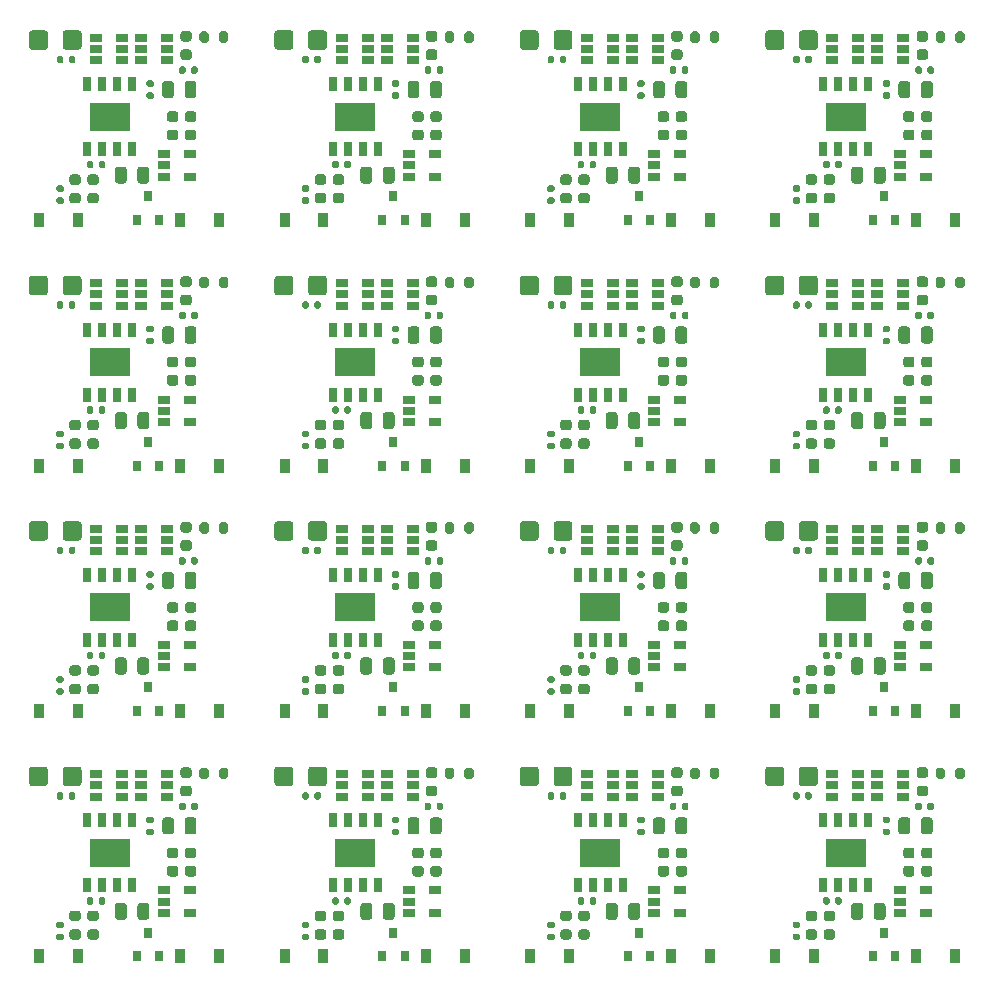
<source format=gbr>
%TF.GenerationSoftware,KiCad,Pcbnew,5.1.8*%
%TF.CreationDate,2020-11-30T01:30:04+01:00*%
%TF.ProjectId,panel2,70616e65-6c32-42e6-9b69-6361645f7063,rev?*%
%TF.SameCoordinates,Original*%
%TF.FileFunction,Paste,Top*%
%TF.FilePolarity,Positive*%
%FSLAX46Y46*%
G04 Gerber Fmt 4.6, Leading zero omitted, Abs format (unit mm)*
G04 Created by KiCad (PCBNEW 5.1.8) date 2020-11-30 01:30:04*
%MOMM*%
%LPD*%
G01*
G04 APERTURE LIST*
%ADD10R,0.700000X1.300000*%
%ADD11R,3.400000X2.400000*%
%ADD12R,0.800000X0.900000*%
%ADD13R,1.060000X0.650000*%
%ADD14R,0.900000X1.200000*%
G04 APERTURE END LIST*
%TO.C,D1*%
G36*
G01*
X118438266Y-127433516D02*
X117925766Y-127433516D01*
G75*
G02*
X117707016Y-127214766I0J218750D01*
G01*
X117707016Y-126777266D01*
G75*
G02*
X117925766Y-126558516I218750J0D01*
G01*
X118438266Y-126558516D01*
G75*
G02*
X118657016Y-126777266I0J-218750D01*
G01*
X118657016Y-127214766D01*
G75*
G02*
X118438266Y-127433516I-218750J0D01*
G01*
G37*
G36*
G01*
X118438266Y-125858516D02*
X117925766Y-125858516D01*
G75*
G02*
X117707016Y-125639766I0J218750D01*
G01*
X117707016Y-125202266D01*
G75*
G02*
X117925766Y-124983516I218750J0D01*
G01*
X118438266Y-124983516D01*
G75*
G02*
X118657016Y-125202266I0J-218750D01*
G01*
X118657016Y-125639766D01*
G75*
G02*
X118438266Y-125858516I-218750J0D01*
G01*
G37*
%TD*%
%TO.C,D2*%
G36*
G01*
X116914266Y-127433516D02*
X116401766Y-127433516D01*
G75*
G02*
X116183016Y-127214766I0J218750D01*
G01*
X116183016Y-126777266D01*
G75*
G02*
X116401766Y-126558516I218750J0D01*
G01*
X116914266Y-126558516D01*
G75*
G02*
X117133016Y-126777266I0J-218750D01*
G01*
X117133016Y-127214766D01*
G75*
G02*
X116914266Y-127433516I-218750J0D01*
G01*
G37*
G36*
G01*
X116914266Y-125858516D02*
X116401766Y-125858516D01*
G75*
G02*
X116183016Y-125639766I0J218750D01*
G01*
X116183016Y-125202266D01*
G75*
G02*
X116401766Y-124983516I218750J0D01*
G01*
X116914266Y-124983516D01*
G75*
G02*
X117133016Y-125202266I0J-218750D01*
G01*
X117133016Y-125639766D01*
G75*
G02*
X116914266Y-125858516I-218750J0D01*
G01*
G37*
%TD*%
%TO.C,F1*%
G36*
G01*
X117204016Y-113035016D02*
X117204016Y-114185016D01*
G75*
G02*
X116954016Y-114435016I-250000J0D01*
G01*
X115854016Y-114435016D01*
G75*
G02*
X115604016Y-114185016I0J250000D01*
G01*
X115604016Y-113035016D01*
G75*
G02*
X115854016Y-112785016I250000J0D01*
G01*
X116954016Y-112785016D01*
G75*
G02*
X117204016Y-113035016I0J-250000D01*
G01*
G37*
G36*
G01*
X114354016Y-113035016D02*
X114354016Y-114185016D01*
G75*
G02*
X114104016Y-114435016I-250000J0D01*
G01*
X113004016Y-114435016D01*
G75*
G02*
X112754016Y-114185016I0J250000D01*
G01*
X112754016Y-113035016D01*
G75*
G02*
X113004016Y-112785016I250000J0D01*
G01*
X114104016Y-112785016D01*
G75*
G02*
X114354016Y-113035016I0J-250000D01*
G01*
G37*
%TD*%
D10*
%TO.C,IC1*%
X121484016Y-122837016D03*
X120214016Y-122837016D03*
X117674016Y-122837016D03*
X118944016Y-122837016D03*
X121484016Y-117337016D03*
X120214016Y-117337016D03*
X117674016Y-117337016D03*
X118944016Y-117337016D03*
D11*
X119579016Y-120087016D03*
%TD*%
D12*
%TO.C,Q1*%
X121870016Y-128850016D03*
X123770016Y-128850016D03*
X122820016Y-126850016D03*
%TD*%
%TO.C,R1*%
G36*
G01*
X119214016Y-123966016D02*
X119214016Y-124336016D01*
G75*
G02*
X119079016Y-124471016I-135000J0D01*
G01*
X118809016Y-124471016D01*
G75*
G02*
X118674016Y-124336016I0J135000D01*
G01*
X118674016Y-123966016D01*
G75*
G02*
X118809016Y-123831016I135000J0D01*
G01*
X119079016Y-123831016D01*
G75*
G02*
X119214016Y-123966016I0J-135000D01*
G01*
G37*
G36*
G01*
X118194016Y-123966016D02*
X118194016Y-124336016D01*
G75*
G02*
X118059016Y-124471016I-135000J0D01*
G01*
X117789016Y-124471016D01*
G75*
G02*
X117654016Y-124336016I0J135000D01*
G01*
X117654016Y-123966016D01*
G75*
G02*
X117789016Y-123831016I135000J0D01*
G01*
X118059016Y-123831016D01*
G75*
G02*
X118194016Y-123966016I0J-135000D01*
G01*
G37*
%TD*%
%TO.C,R2*%
G36*
G01*
X123193016Y-118583016D02*
X122823016Y-118583016D01*
G75*
G02*
X122688016Y-118448016I0J135000D01*
G01*
X122688016Y-118178016D01*
G75*
G02*
X122823016Y-118043016I135000J0D01*
G01*
X123193016Y-118043016D01*
G75*
G02*
X123328016Y-118178016I0J-135000D01*
G01*
X123328016Y-118448016D01*
G75*
G02*
X123193016Y-118583016I-135000J0D01*
G01*
G37*
G36*
G01*
X123193016Y-117563016D02*
X122823016Y-117563016D01*
G75*
G02*
X122688016Y-117428016I0J135000D01*
G01*
X122688016Y-117158016D01*
G75*
G02*
X122823016Y-117023016I135000J0D01*
G01*
X123193016Y-117023016D01*
G75*
G02*
X123328016Y-117158016I0J-135000D01*
G01*
X123328016Y-117428016D01*
G75*
G02*
X123193016Y-117563016I-135000J0D01*
G01*
G37*
%TD*%
%TO.C,R3*%
G36*
G01*
X115118016Y-115446016D02*
X115118016Y-115076016D01*
G75*
G02*
X115253016Y-114941016I135000J0D01*
G01*
X115523016Y-114941016D01*
G75*
G02*
X115658016Y-115076016I0J-135000D01*
G01*
X115658016Y-115446016D01*
G75*
G02*
X115523016Y-115581016I-135000J0D01*
G01*
X115253016Y-115581016D01*
G75*
G02*
X115118016Y-115446016I0J135000D01*
G01*
G37*
G36*
G01*
X116138016Y-115446016D02*
X116138016Y-115076016D01*
G75*
G02*
X116273016Y-114941016I135000J0D01*
G01*
X116543016Y-114941016D01*
G75*
G02*
X116678016Y-115076016I0J-135000D01*
G01*
X116678016Y-115446016D01*
G75*
G02*
X116543016Y-115581016I-135000J0D01*
G01*
X116273016Y-115581016D01*
G75*
G02*
X116138016Y-115446016I0J135000D01*
G01*
G37*
%TD*%
%TO.C,R4*%
G36*
G01*
X115573016Y-127473016D02*
X115203016Y-127473016D01*
G75*
G02*
X115068016Y-127338016I0J135000D01*
G01*
X115068016Y-127068016D01*
G75*
G02*
X115203016Y-126933016I135000J0D01*
G01*
X115573016Y-126933016D01*
G75*
G02*
X115708016Y-127068016I0J-135000D01*
G01*
X115708016Y-127338016D01*
G75*
G02*
X115573016Y-127473016I-135000J0D01*
G01*
G37*
G36*
G01*
X115573016Y-126453016D02*
X115203016Y-126453016D01*
G75*
G02*
X115068016Y-126318016I0J135000D01*
G01*
X115068016Y-126048016D01*
G75*
G02*
X115203016Y-125913016I135000J0D01*
G01*
X115573016Y-125913016D01*
G75*
G02*
X115708016Y-126048016I0J-135000D01*
G01*
X115708016Y-126318016D01*
G75*
G02*
X115573016Y-126453016I-135000J0D01*
G01*
G37*
%TD*%
%TO.C,R5*%
G36*
G01*
X127028516Y-115965016D02*
X127028516Y-116335016D01*
G75*
G02*
X126893516Y-116470016I-135000J0D01*
G01*
X126623516Y-116470016D01*
G75*
G02*
X126488516Y-116335016I0J135000D01*
G01*
X126488516Y-115965016D01*
G75*
G02*
X126623516Y-115830016I135000J0D01*
G01*
X126893516Y-115830016D01*
G75*
G02*
X127028516Y-115965016I0J-135000D01*
G01*
G37*
G36*
G01*
X126008516Y-115965016D02*
X126008516Y-116335016D01*
G75*
G02*
X125873516Y-116470016I-135000J0D01*
G01*
X125603516Y-116470016D01*
G75*
G02*
X125468516Y-116335016I0J135000D01*
G01*
X125468516Y-115965016D01*
G75*
G02*
X125603516Y-115830016I135000J0D01*
G01*
X125873516Y-115830016D01*
G75*
G02*
X126008516Y-115965016I0J-135000D01*
G01*
G37*
%TD*%
D13*
%TO.C,U1*%
X124151016Y-123267016D03*
X124151016Y-124217016D03*
X124151016Y-125167016D03*
X126351016Y-125167016D03*
X126351016Y-123267016D03*
%TD*%
%TO.C,U2*%
X122246016Y-113416016D03*
X122246016Y-114366016D03*
X122246016Y-115316016D03*
X124446016Y-115316016D03*
X124446016Y-113416016D03*
X124446016Y-114366016D03*
%TD*%
%TO.C,U3*%
X118436016Y-113416016D03*
X118436016Y-114366016D03*
X118436016Y-115316016D03*
X120636016Y-115316016D03*
X120636016Y-113416016D03*
X120636016Y-114366016D03*
%TD*%
D14*
%TO.C,D3*%
X116910016Y-128850016D03*
X113610016Y-128850016D03*
%TD*%
%TO.C,D4*%
X128850016Y-128850016D03*
X125550016Y-128850016D03*
%TD*%
%TO.C,C1*%
G36*
G01*
X122934016Y-124565016D02*
X122934016Y-125515016D01*
G75*
G02*
X122684016Y-125765016I-250000J0D01*
G01*
X122184016Y-125765016D01*
G75*
G02*
X121934016Y-125515016I0J250000D01*
G01*
X121934016Y-124565016D01*
G75*
G02*
X122184016Y-124315016I250000J0D01*
G01*
X122684016Y-124315016D01*
G75*
G02*
X122934016Y-124565016I0J-250000D01*
G01*
G37*
G36*
G01*
X121034016Y-124565016D02*
X121034016Y-125515016D01*
G75*
G02*
X120784016Y-125765016I-250000J0D01*
G01*
X120284016Y-125765016D01*
G75*
G02*
X120034016Y-125515016I0J250000D01*
G01*
X120034016Y-124565016D01*
G75*
G02*
X120284016Y-124315016I250000J0D01*
G01*
X120784016Y-124315016D01*
G75*
G02*
X121034016Y-124565016I0J-250000D01*
G01*
G37*
%TD*%
%TO.C,C2*%
G36*
G01*
X124032016Y-118276016D02*
X124032016Y-117326016D01*
G75*
G02*
X124282016Y-117076016I250000J0D01*
G01*
X124782016Y-117076016D01*
G75*
G02*
X125032016Y-117326016I0J-250000D01*
G01*
X125032016Y-118276016D01*
G75*
G02*
X124782016Y-118526016I-250000J0D01*
G01*
X124282016Y-118526016D01*
G75*
G02*
X124032016Y-118276016I0J250000D01*
G01*
G37*
G36*
G01*
X125932016Y-118276016D02*
X125932016Y-117326016D01*
G75*
G02*
X126182016Y-117076016I250000J0D01*
G01*
X126682016Y-117076016D01*
G75*
G02*
X126932016Y-117326016I0J-250000D01*
G01*
X126932016Y-118276016D01*
G75*
G02*
X126682016Y-118526016I-250000J0D01*
G01*
X126182016Y-118526016D01*
G75*
G02*
X125932016Y-118276016I0J250000D01*
G01*
G37*
%TD*%
%TO.C,C3*%
G36*
G01*
X125163016Y-122087016D02*
X124663016Y-122087016D01*
G75*
G02*
X124438016Y-121862016I0J225000D01*
G01*
X124438016Y-121412016D01*
G75*
G02*
X124663016Y-121187016I225000J0D01*
G01*
X125163016Y-121187016D01*
G75*
G02*
X125388016Y-121412016I0J-225000D01*
G01*
X125388016Y-121862016D01*
G75*
G02*
X125163016Y-122087016I-225000J0D01*
G01*
G37*
G36*
G01*
X125163016Y-120537016D02*
X124663016Y-120537016D01*
G75*
G02*
X124438016Y-120312016I0J225000D01*
G01*
X124438016Y-119862016D01*
G75*
G02*
X124663016Y-119637016I225000J0D01*
G01*
X125163016Y-119637016D01*
G75*
G02*
X125388016Y-119862016I0J-225000D01*
G01*
X125388016Y-120312016D01*
G75*
G02*
X125163016Y-120537016I-225000J0D01*
G01*
G37*
%TD*%
%TO.C,C4*%
G36*
G01*
X126687016Y-122087016D02*
X126187016Y-122087016D01*
G75*
G02*
X125962016Y-121862016I0J225000D01*
G01*
X125962016Y-121412016D01*
G75*
G02*
X126187016Y-121187016I225000J0D01*
G01*
X126687016Y-121187016D01*
G75*
G02*
X126912016Y-121412016I0J-225000D01*
G01*
X126912016Y-121862016D01*
G75*
G02*
X126687016Y-122087016I-225000J0D01*
G01*
G37*
G36*
G01*
X126687016Y-120537016D02*
X126187016Y-120537016D01*
G75*
G02*
X125962016Y-120312016I0J225000D01*
G01*
X125962016Y-119862016D01*
G75*
G02*
X126187016Y-119637016I225000J0D01*
G01*
X126687016Y-119637016D01*
G75*
G02*
X126912016Y-119862016I0J-225000D01*
G01*
X126912016Y-120312016D01*
G75*
G02*
X126687016Y-120537016I-225000J0D01*
G01*
G37*
%TD*%
%TO.C,C5*%
G36*
G01*
X126306016Y-115292516D02*
X125806016Y-115292516D01*
G75*
G02*
X125581016Y-115067516I0J225000D01*
G01*
X125581016Y-114617516D01*
G75*
G02*
X125806016Y-114392516I225000J0D01*
G01*
X126306016Y-114392516D01*
G75*
G02*
X126531016Y-114617516I0J-225000D01*
G01*
X126531016Y-115067516D01*
G75*
G02*
X126306016Y-115292516I-225000J0D01*
G01*
G37*
G36*
G01*
X126306016Y-113742516D02*
X125806016Y-113742516D01*
G75*
G02*
X125581016Y-113517516I0J225000D01*
G01*
X125581016Y-113067516D01*
G75*
G02*
X125806016Y-112842516I225000J0D01*
G01*
X126306016Y-112842516D01*
G75*
G02*
X126531016Y-113067516I0J-225000D01*
G01*
X126531016Y-113517516D01*
G75*
G02*
X126306016Y-113742516I-225000J0D01*
G01*
G37*
%TD*%
%TO.C,R6*%
G36*
G01*
X127180016Y-113631016D02*
X127180016Y-113081016D01*
G75*
G02*
X127380016Y-112881016I200000J0D01*
G01*
X127780016Y-112881016D01*
G75*
G02*
X127980016Y-113081016I0J-200000D01*
G01*
X127980016Y-113631016D01*
G75*
G02*
X127780016Y-113831016I-200000J0D01*
G01*
X127380016Y-113831016D01*
G75*
G02*
X127180016Y-113631016I0J200000D01*
G01*
G37*
G36*
G01*
X128830016Y-113631016D02*
X128830016Y-113081016D01*
G75*
G02*
X129030016Y-112881016I200000J0D01*
G01*
X129430016Y-112881016D01*
G75*
G02*
X129630016Y-113081016I0J-200000D01*
G01*
X129630016Y-113631016D01*
G75*
G02*
X129430016Y-113831016I-200000J0D01*
G01*
X129030016Y-113831016D01*
G75*
G02*
X128830016Y-113631016I0J200000D01*
G01*
G37*
%TD*%
%TO.C,D1*%
G36*
G01*
X97658261Y-127433516D02*
X97145761Y-127433516D01*
G75*
G02*
X96927011Y-127214766I0J218750D01*
G01*
X96927011Y-126777266D01*
G75*
G02*
X97145761Y-126558516I218750J0D01*
G01*
X97658261Y-126558516D01*
G75*
G02*
X97877011Y-126777266I0J-218750D01*
G01*
X97877011Y-127214766D01*
G75*
G02*
X97658261Y-127433516I-218750J0D01*
G01*
G37*
G36*
G01*
X97658261Y-125858516D02*
X97145761Y-125858516D01*
G75*
G02*
X96927011Y-125639766I0J218750D01*
G01*
X96927011Y-125202266D01*
G75*
G02*
X97145761Y-124983516I218750J0D01*
G01*
X97658261Y-124983516D01*
G75*
G02*
X97877011Y-125202266I0J-218750D01*
G01*
X97877011Y-125639766D01*
G75*
G02*
X97658261Y-125858516I-218750J0D01*
G01*
G37*
%TD*%
%TO.C,D2*%
G36*
G01*
X96134261Y-127433516D02*
X95621761Y-127433516D01*
G75*
G02*
X95403011Y-127214766I0J218750D01*
G01*
X95403011Y-126777266D01*
G75*
G02*
X95621761Y-126558516I218750J0D01*
G01*
X96134261Y-126558516D01*
G75*
G02*
X96353011Y-126777266I0J-218750D01*
G01*
X96353011Y-127214766D01*
G75*
G02*
X96134261Y-127433516I-218750J0D01*
G01*
G37*
G36*
G01*
X96134261Y-125858516D02*
X95621761Y-125858516D01*
G75*
G02*
X95403011Y-125639766I0J218750D01*
G01*
X95403011Y-125202266D01*
G75*
G02*
X95621761Y-124983516I218750J0D01*
G01*
X96134261Y-124983516D01*
G75*
G02*
X96353011Y-125202266I0J-218750D01*
G01*
X96353011Y-125639766D01*
G75*
G02*
X96134261Y-125858516I-218750J0D01*
G01*
G37*
%TD*%
%TO.C,F1*%
G36*
G01*
X96424011Y-113035016D02*
X96424011Y-114185016D01*
G75*
G02*
X96174011Y-114435016I-250000J0D01*
G01*
X95074011Y-114435016D01*
G75*
G02*
X94824011Y-114185016I0J250000D01*
G01*
X94824011Y-113035016D01*
G75*
G02*
X95074011Y-112785016I250000J0D01*
G01*
X96174011Y-112785016D01*
G75*
G02*
X96424011Y-113035016I0J-250000D01*
G01*
G37*
G36*
G01*
X93574011Y-113035016D02*
X93574011Y-114185016D01*
G75*
G02*
X93324011Y-114435016I-250000J0D01*
G01*
X92224011Y-114435016D01*
G75*
G02*
X91974011Y-114185016I0J250000D01*
G01*
X91974011Y-113035016D01*
G75*
G02*
X92224011Y-112785016I250000J0D01*
G01*
X93324011Y-112785016D01*
G75*
G02*
X93574011Y-113035016I0J-250000D01*
G01*
G37*
%TD*%
D10*
%TO.C,IC1*%
X100704011Y-122837016D03*
X99434011Y-122837016D03*
X96894011Y-122837016D03*
X98164011Y-122837016D03*
X100704011Y-117337016D03*
X99434011Y-117337016D03*
X96894011Y-117337016D03*
X98164011Y-117337016D03*
D11*
X98799011Y-120087016D03*
%TD*%
D12*
%TO.C,Q1*%
X101090011Y-128850016D03*
X102990011Y-128850016D03*
X102040011Y-126850016D03*
%TD*%
%TO.C,R1*%
G36*
G01*
X98434011Y-123966016D02*
X98434011Y-124336016D01*
G75*
G02*
X98299011Y-124471016I-135000J0D01*
G01*
X98029011Y-124471016D01*
G75*
G02*
X97894011Y-124336016I0J135000D01*
G01*
X97894011Y-123966016D01*
G75*
G02*
X98029011Y-123831016I135000J0D01*
G01*
X98299011Y-123831016D01*
G75*
G02*
X98434011Y-123966016I0J-135000D01*
G01*
G37*
G36*
G01*
X97414011Y-123966016D02*
X97414011Y-124336016D01*
G75*
G02*
X97279011Y-124471016I-135000J0D01*
G01*
X97009011Y-124471016D01*
G75*
G02*
X96874011Y-124336016I0J135000D01*
G01*
X96874011Y-123966016D01*
G75*
G02*
X97009011Y-123831016I135000J0D01*
G01*
X97279011Y-123831016D01*
G75*
G02*
X97414011Y-123966016I0J-135000D01*
G01*
G37*
%TD*%
%TO.C,R2*%
G36*
G01*
X102413011Y-118583016D02*
X102043011Y-118583016D01*
G75*
G02*
X101908011Y-118448016I0J135000D01*
G01*
X101908011Y-118178016D01*
G75*
G02*
X102043011Y-118043016I135000J0D01*
G01*
X102413011Y-118043016D01*
G75*
G02*
X102548011Y-118178016I0J-135000D01*
G01*
X102548011Y-118448016D01*
G75*
G02*
X102413011Y-118583016I-135000J0D01*
G01*
G37*
G36*
G01*
X102413011Y-117563016D02*
X102043011Y-117563016D01*
G75*
G02*
X101908011Y-117428016I0J135000D01*
G01*
X101908011Y-117158016D01*
G75*
G02*
X102043011Y-117023016I135000J0D01*
G01*
X102413011Y-117023016D01*
G75*
G02*
X102548011Y-117158016I0J-135000D01*
G01*
X102548011Y-117428016D01*
G75*
G02*
X102413011Y-117563016I-135000J0D01*
G01*
G37*
%TD*%
%TO.C,R3*%
G36*
G01*
X94338011Y-115446016D02*
X94338011Y-115076016D01*
G75*
G02*
X94473011Y-114941016I135000J0D01*
G01*
X94743011Y-114941016D01*
G75*
G02*
X94878011Y-115076016I0J-135000D01*
G01*
X94878011Y-115446016D01*
G75*
G02*
X94743011Y-115581016I-135000J0D01*
G01*
X94473011Y-115581016D01*
G75*
G02*
X94338011Y-115446016I0J135000D01*
G01*
G37*
G36*
G01*
X95358011Y-115446016D02*
X95358011Y-115076016D01*
G75*
G02*
X95493011Y-114941016I135000J0D01*
G01*
X95763011Y-114941016D01*
G75*
G02*
X95898011Y-115076016I0J-135000D01*
G01*
X95898011Y-115446016D01*
G75*
G02*
X95763011Y-115581016I-135000J0D01*
G01*
X95493011Y-115581016D01*
G75*
G02*
X95358011Y-115446016I0J135000D01*
G01*
G37*
%TD*%
%TO.C,R4*%
G36*
G01*
X94793011Y-127473016D02*
X94423011Y-127473016D01*
G75*
G02*
X94288011Y-127338016I0J135000D01*
G01*
X94288011Y-127068016D01*
G75*
G02*
X94423011Y-126933016I135000J0D01*
G01*
X94793011Y-126933016D01*
G75*
G02*
X94928011Y-127068016I0J-135000D01*
G01*
X94928011Y-127338016D01*
G75*
G02*
X94793011Y-127473016I-135000J0D01*
G01*
G37*
G36*
G01*
X94793011Y-126453016D02*
X94423011Y-126453016D01*
G75*
G02*
X94288011Y-126318016I0J135000D01*
G01*
X94288011Y-126048016D01*
G75*
G02*
X94423011Y-125913016I135000J0D01*
G01*
X94793011Y-125913016D01*
G75*
G02*
X94928011Y-126048016I0J-135000D01*
G01*
X94928011Y-126318016D01*
G75*
G02*
X94793011Y-126453016I-135000J0D01*
G01*
G37*
%TD*%
%TO.C,R5*%
G36*
G01*
X106248511Y-115965016D02*
X106248511Y-116335016D01*
G75*
G02*
X106113511Y-116470016I-135000J0D01*
G01*
X105843511Y-116470016D01*
G75*
G02*
X105708511Y-116335016I0J135000D01*
G01*
X105708511Y-115965016D01*
G75*
G02*
X105843511Y-115830016I135000J0D01*
G01*
X106113511Y-115830016D01*
G75*
G02*
X106248511Y-115965016I0J-135000D01*
G01*
G37*
G36*
G01*
X105228511Y-115965016D02*
X105228511Y-116335016D01*
G75*
G02*
X105093511Y-116470016I-135000J0D01*
G01*
X104823511Y-116470016D01*
G75*
G02*
X104688511Y-116335016I0J135000D01*
G01*
X104688511Y-115965016D01*
G75*
G02*
X104823511Y-115830016I135000J0D01*
G01*
X105093511Y-115830016D01*
G75*
G02*
X105228511Y-115965016I0J-135000D01*
G01*
G37*
%TD*%
D13*
%TO.C,U1*%
X103371011Y-123267016D03*
X103371011Y-124217016D03*
X103371011Y-125167016D03*
X105571011Y-125167016D03*
X105571011Y-123267016D03*
%TD*%
%TO.C,U2*%
X101466011Y-113416016D03*
X101466011Y-114366016D03*
X101466011Y-115316016D03*
X103666011Y-115316016D03*
X103666011Y-113416016D03*
X103666011Y-114366016D03*
%TD*%
%TO.C,U3*%
X97656011Y-113416016D03*
X97656011Y-114366016D03*
X97656011Y-115316016D03*
X99856011Y-115316016D03*
X99856011Y-113416016D03*
X99856011Y-114366016D03*
%TD*%
D14*
%TO.C,D3*%
X96130011Y-128850016D03*
X92830011Y-128850016D03*
%TD*%
%TO.C,D4*%
X108070011Y-128850016D03*
X104770011Y-128850016D03*
%TD*%
%TO.C,C1*%
G36*
G01*
X102154011Y-124565016D02*
X102154011Y-125515016D01*
G75*
G02*
X101904011Y-125765016I-250000J0D01*
G01*
X101404011Y-125765016D01*
G75*
G02*
X101154011Y-125515016I0J250000D01*
G01*
X101154011Y-124565016D01*
G75*
G02*
X101404011Y-124315016I250000J0D01*
G01*
X101904011Y-124315016D01*
G75*
G02*
X102154011Y-124565016I0J-250000D01*
G01*
G37*
G36*
G01*
X100254011Y-124565016D02*
X100254011Y-125515016D01*
G75*
G02*
X100004011Y-125765016I-250000J0D01*
G01*
X99504011Y-125765016D01*
G75*
G02*
X99254011Y-125515016I0J250000D01*
G01*
X99254011Y-124565016D01*
G75*
G02*
X99504011Y-124315016I250000J0D01*
G01*
X100004011Y-124315016D01*
G75*
G02*
X100254011Y-124565016I0J-250000D01*
G01*
G37*
%TD*%
%TO.C,C2*%
G36*
G01*
X103252011Y-118276016D02*
X103252011Y-117326016D01*
G75*
G02*
X103502011Y-117076016I250000J0D01*
G01*
X104002011Y-117076016D01*
G75*
G02*
X104252011Y-117326016I0J-250000D01*
G01*
X104252011Y-118276016D01*
G75*
G02*
X104002011Y-118526016I-250000J0D01*
G01*
X103502011Y-118526016D01*
G75*
G02*
X103252011Y-118276016I0J250000D01*
G01*
G37*
G36*
G01*
X105152011Y-118276016D02*
X105152011Y-117326016D01*
G75*
G02*
X105402011Y-117076016I250000J0D01*
G01*
X105902011Y-117076016D01*
G75*
G02*
X106152011Y-117326016I0J-250000D01*
G01*
X106152011Y-118276016D01*
G75*
G02*
X105902011Y-118526016I-250000J0D01*
G01*
X105402011Y-118526016D01*
G75*
G02*
X105152011Y-118276016I0J250000D01*
G01*
G37*
%TD*%
%TO.C,C3*%
G36*
G01*
X104383011Y-122087016D02*
X103883011Y-122087016D01*
G75*
G02*
X103658011Y-121862016I0J225000D01*
G01*
X103658011Y-121412016D01*
G75*
G02*
X103883011Y-121187016I225000J0D01*
G01*
X104383011Y-121187016D01*
G75*
G02*
X104608011Y-121412016I0J-225000D01*
G01*
X104608011Y-121862016D01*
G75*
G02*
X104383011Y-122087016I-225000J0D01*
G01*
G37*
G36*
G01*
X104383011Y-120537016D02*
X103883011Y-120537016D01*
G75*
G02*
X103658011Y-120312016I0J225000D01*
G01*
X103658011Y-119862016D01*
G75*
G02*
X103883011Y-119637016I225000J0D01*
G01*
X104383011Y-119637016D01*
G75*
G02*
X104608011Y-119862016I0J-225000D01*
G01*
X104608011Y-120312016D01*
G75*
G02*
X104383011Y-120537016I-225000J0D01*
G01*
G37*
%TD*%
%TO.C,C4*%
G36*
G01*
X105907011Y-122087016D02*
X105407011Y-122087016D01*
G75*
G02*
X105182011Y-121862016I0J225000D01*
G01*
X105182011Y-121412016D01*
G75*
G02*
X105407011Y-121187016I225000J0D01*
G01*
X105907011Y-121187016D01*
G75*
G02*
X106132011Y-121412016I0J-225000D01*
G01*
X106132011Y-121862016D01*
G75*
G02*
X105907011Y-122087016I-225000J0D01*
G01*
G37*
G36*
G01*
X105907011Y-120537016D02*
X105407011Y-120537016D01*
G75*
G02*
X105182011Y-120312016I0J225000D01*
G01*
X105182011Y-119862016D01*
G75*
G02*
X105407011Y-119637016I225000J0D01*
G01*
X105907011Y-119637016D01*
G75*
G02*
X106132011Y-119862016I0J-225000D01*
G01*
X106132011Y-120312016D01*
G75*
G02*
X105907011Y-120537016I-225000J0D01*
G01*
G37*
%TD*%
%TO.C,C5*%
G36*
G01*
X105526011Y-115292516D02*
X105026011Y-115292516D01*
G75*
G02*
X104801011Y-115067516I0J225000D01*
G01*
X104801011Y-114617516D01*
G75*
G02*
X105026011Y-114392516I225000J0D01*
G01*
X105526011Y-114392516D01*
G75*
G02*
X105751011Y-114617516I0J-225000D01*
G01*
X105751011Y-115067516D01*
G75*
G02*
X105526011Y-115292516I-225000J0D01*
G01*
G37*
G36*
G01*
X105526011Y-113742516D02*
X105026011Y-113742516D01*
G75*
G02*
X104801011Y-113517516I0J225000D01*
G01*
X104801011Y-113067516D01*
G75*
G02*
X105026011Y-112842516I225000J0D01*
G01*
X105526011Y-112842516D01*
G75*
G02*
X105751011Y-113067516I0J-225000D01*
G01*
X105751011Y-113517516D01*
G75*
G02*
X105526011Y-113742516I-225000J0D01*
G01*
G37*
%TD*%
%TO.C,R6*%
G36*
G01*
X106400011Y-113631016D02*
X106400011Y-113081016D01*
G75*
G02*
X106600011Y-112881016I200000J0D01*
G01*
X107000011Y-112881016D01*
G75*
G02*
X107200011Y-113081016I0J-200000D01*
G01*
X107200011Y-113631016D01*
G75*
G02*
X107000011Y-113831016I-200000J0D01*
G01*
X106600011Y-113831016D01*
G75*
G02*
X106400011Y-113631016I0J200000D01*
G01*
G37*
G36*
G01*
X108050011Y-113631016D02*
X108050011Y-113081016D01*
G75*
G02*
X108250011Y-112881016I200000J0D01*
G01*
X108650011Y-112881016D01*
G75*
G02*
X108850011Y-113081016I0J-200000D01*
G01*
X108850011Y-113631016D01*
G75*
G02*
X108650011Y-113831016I-200000J0D01*
G01*
X108250011Y-113831016D01*
G75*
G02*
X108050011Y-113631016I0J200000D01*
G01*
G37*
%TD*%
%TO.C,D1*%
G36*
G01*
X76878256Y-127433516D02*
X76365756Y-127433516D01*
G75*
G02*
X76147006Y-127214766I0J218750D01*
G01*
X76147006Y-126777266D01*
G75*
G02*
X76365756Y-126558516I218750J0D01*
G01*
X76878256Y-126558516D01*
G75*
G02*
X77097006Y-126777266I0J-218750D01*
G01*
X77097006Y-127214766D01*
G75*
G02*
X76878256Y-127433516I-218750J0D01*
G01*
G37*
G36*
G01*
X76878256Y-125858516D02*
X76365756Y-125858516D01*
G75*
G02*
X76147006Y-125639766I0J218750D01*
G01*
X76147006Y-125202266D01*
G75*
G02*
X76365756Y-124983516I218750J0D01*
G01*
X76878256Y-124983516D01*
G75*
G02*
X77097006Y-125202266I0J-218750D01*
G01*
X77097006Y-125639766D01*
G75*
G02*
X76878256Y-125858516I-218750J0D01*
G01*
G37*
%TD*%
%TO.C,D2*%
G36*
G01*
X75354256Y-127433516D02*
X74841756Y-127433516D01*
G75*
G02*
X74623006Y-127214766I0J218750D01*
G01*
X74623006Y-126777266D01*
G75*
G02*
X74841756Y-126558516I218750J0D01*
G01*
X75354256Y-126558516D01*
G75*
G02*
X75573006Y-126777266I0J-218750D01*
G01*
X75573006Y-127214766D01*
G75*
G02*
X75354256Y-127433516I-218750J0D01*
G01*
G37*
G36*
G01*
X75354256Y-125858516D02*
X74841756Y-125858516D01*
G75*
G02*
X74623006Y-125639766I0J218750D01*
G01*
X74623006Y-125202266D01*
G75*
G02*
X74841756Y-124983516I218750J0D01*
G01*
X75354256Y-124983516D01*
G75*
G02*
X75573006Y-125202266I0J-218750D01*
G01*
X75573006Y-125639766D01*
G75*
G02*
X75354256Y-125858516I-218750J0D01*
G01*
G37*
%TD*%
%TO.C,F1*%
G36*
G01*
X75644006Y-113035016D02*
X75644006Y-114185016D01*
G75*
G02*
X75394006Y-114435016I-250000J0D01*
G01*
X74294006Y-114435016D01*
G75*
G02*
X74044006Y-114185016I0J250000D01*
G01*
X74044006Y-113035016D01*
G75*
G02*
X74294006Y-112785016I250000J0D01*
G01*
X75394006Y-112785016D01*
G75*
G02*
X75644006Y-113035016I0J-250000D01*
G01*
G37*
G36*
G01*
X72794006Y-113035016D02*
X72794006Y-114185016D01*
G75*
G02*
X72544006Y-114435016I-250000J0D01*
G01*
X71444006Y-114435016D01*
G75*
G02*
X71194006Y-114185016I0J250000D01*
G01*
X71194006Y-113035016D01*
G75*
G02*
X71444006Y-112785016I250000J0D01*
G01*
X72544006Y-112785016D01*
G75*
G02*
X72794006Y-113035016I0J-250000D01*
G01*
G37*
%TD*%
D10*
%TO.C,IC1*%
X79924006Y-122837016D03*
X78654006Y-122837016D03*
X76114006Y-122837016D03*
X77384006Y-122837016D03*
X79924006Y-117337016D03*
X78654006Y-117337016D03*
X76114006Y-117337016D03*
X77384006Y-117337016D03*
D11*
X78019006Y-120087016D03*
%TD*%
D12*
%TO.C,Q1*%
X80310006Y-128850016D03*
X82210006Y-128850016D03*
X81260006Y-126850016D03*
%TD*%
%TO.C,R1*%
G36*
G01*
X77654006Y-123966016D02*
X77654006Y-124336016D01*
G75*
G02*
X77519006Y-124471016I-135000J0D01*
G01*
X77249006Y-124471016D01*
G75*
G02*
X77114006Y-124336016I0J135000D01*
G01*
X77114006Y-123966016D01*
G75*
G02*
X77249006Y-123831016I135000J0D01*
G01*
X77519006Y-123831016D01*
G75*
G02*
X77654006Y-123966016I0J-135000D01*
G01*
G37*
G36*
G01*
X76634006Y-123966016D02*
X76634006Y-124336016D01*
G75*
G02*
X76499006Y-124471016I-135000J0D01*
G01*
X76229006Y-124471016D01*
G75*
G02*
X76094006Y-124336016I0J135000D01*
G01*
X76094006Y-123966016D01*
G75*
G02*
X76229006Y-123831016I135000J0D01*
G01*
X76499006Y-123831016D01*
G75*
G02*
X76634006Y-123966016I0J-135000D01*
G01*
G37*
%TD*%
%TO.C,R2*%
G36*
G01*
X81633006Y-118583016D02*
X81263006Y-118583016D01*
G75*
G02*
X81128006Y-118448016I0J135000D01*
G01*
X81128006Y-118178016D01*
G75*
G02*
X81263006Y-118043016I135000J0D01*
G01*
X81633006Y-118043016D01*
G75*
G02*
X81768006Y-118178016I0J-135000D01*
G01*
X81768006Y-118448016D01*
G75*
G02*
X81633006Y-118583016I-135000J0D01*
G01*
G37*
G36*
G01*
X81633006Y-117563016D02*
X81263006Y-117563016D01*
G75*
G02*
X81128006Y-117428016I0J135000D01*
G01*
X81128006Y-117158016D01*
G75*
G02*
X81263006Y-117023016I135000J0D01*
G01*
X81633006Y-117023016D01*
G75*
G02*
X81768006Y-117158016I0J-135000D01*
G01*
X81768006Y-117428016D01*
G75*
G02*
X81633006Y-117563016I-135000J0D01*
G01*
G37*
%TD*%
%TO.C,R3*%
G36*
G01*
X73558006Y-115446016D02*
X73558006Y-115076016D01*
G75*
G02*
X73693006Y-114941016I135000J0D01*
G01*
X73963006Y-114941016D01*
G75*
G02*
X74098006Y-115076016I0J-135000D01*
G01*
X74098006Y-115446016D01*
G75*
G02*
X73963006Y-115581016I-135000J0D01*
G01*
X73693006Y-115581016D01*
G75*
G02*
X73558006Y-115446016I0J135000D01*
G01*
G37*
G36*
G01*
X74578006Y-115446016D02*
X74578006Y-115076016D01*
G75*
G02*
X74713006Y-114941016I135000J0D01*
G01*
X74983006Y-114941016D01*
G75*
G02*
X75118006Y-115076016I0J-135000D01*
G01*
X75118006Y-115446016D01*
G75*
G02*
X74983006Y-115581016I-135000J0D01*
G01*
X74713006Y-115581016D01*
G75*
G02*
X74578006Y-115446016I0J135000D01*
G01*
G37*
%TD*%
%TO.C,R4*%
G36*
G01*
X74013006Y-127473016D02*
X73643006Y-127473016D01*
G75*
G02*
X73508006Y-127338016I0J135000D01*
G01*
X73508006Y-127068016D01*
G75*
G02*
X73643006Y-126933016I135000J0D01*
G01*
X74013006Y-126933016D01*
G75*
G02*
X74148006Y-127068016I0J-135000D01*
G01*
X74148006Y-127338016D01*
G75*
G02*
X74013006Y-127473016I-135000J0D01*
G01*
G37*
G36*
G01*
X74013006Y-126453016D02*
X73643006Y-126453016D01*
G75*
G02*
X73508006Y-126318016I0J135000D01*
G01*
X73508006Y-126048016D01*
G75*
G02*
X73643006Y-125913016I135000J0D01*
G01*
X74013006Y-125913016D01*
G75*
G02*
X74148006Y-126048016I0J-135000D01*
G01*
X74148006Y-126318016D01*
G75*
G02*
X74013006Y-126453016I-135000J0D01*
G01*
G37*
%TD*%
%TO.C,R5*%
G36*
G01*
X85468506Y-115965016D02*
X85468506Y-116335016D01*
G75*
G02*
X85333506Y-116470016I-135000J0D01*
G01*
X85063506Y-116470016D01*
G75*
G02*
X84928506Y-116335016I0J135000D01*
G01*
X84928506Y-115965016D01*
G75*
G02*
X85063506Y-115830016I135000J0D01*
G01*
X85333506Y-115830016D01*
G75*
G02*
X85468506Y-115965016I0J-135000D01*
G01*
G37*
G36*
G01*
X84448506Y-115965016D02*
X84448506Y-116335016D01*
G75*
G02*
X84313506Y-116470016I-135000J0D01*
G01*
X84043506Y-116470016D01*
G75*
G02*
X83908506Y-116335016I0J135000D01*
G01*
X83908506Y-115965016D01*
G75*
G02*
X84043506Y-115830016I135000J0D01*
G01*
X84313506Y-115830016D01*
G75*
G02*
X84448506Y-115965016I0J-135000D01*
G01*
G37*
%TD*%
D13*
%TO.C,U1*%
X82591006Y-123267016D03*
X82591006Y-124217016D03*
X82591006Y-125167016D03*
X84791006Y-125167016D03*
X84791006Y-123267016D03*
%TD*%
%TO.C,U2*%
X80686006Y-113416016D03*
X80686006Y-114366016D03*
X80686006Y-115316016D03*
X82886006Y-115316016D03*
X82886006Y-113416016D03*
X82886006Y-114366016D03*
%TD*%
%TO.C,U3*%
X76876006Y-113416016D03*
X76876006Y-114366016D03*
X76876006Y-115316016D03*
X79076006Y-115316016D03*
X79076006Y-113416016D03*
X79076006Y-114366016D03*
%TD*%
D14*
%TO.C,D3*%
X75350006Y-128850016D03*
X72050006Y-128850016D03*
%TD*%
%TO.C,D4*%
X87290006Y-128850016D03*
X83990006Y-128850016D03*
%TD*%
%TO.C,C1*%
G36*
G01*
X81374006Y-124565016D02*
X81374006Y-125515016D01*
G75*
G02*
X81124006Y-125765016I-250000J0D01*
G01*
X80624006Y-125765016D01*
G75*
G02*
X80374006Y-125515016I0J250000D01*
G01*
X80374006Y-124565016D01*
G75*
G02*
X80624006Y-124315016I250000J0D01*
G01*
X81124006Y-124315016D01*
G75*
G02*
X81374006Y-124565016I0J-250000D01*
G01*
G37*
G36*
G01*
X79474006Y-124565016D02*
X79474006Y-125515016D01*
G75*
G02*
X79224006Y-125765016I-250000J0D01*
G01*
X78724006Y-125765016D01*
G75*
G02*
X78474006Y-125515016I0J250000D01*
G01*
X78474006Y-124565016D01*
G75*
G02*
X78724006Y-124315016I250000J0D01*
G01*
X79224006Y-124315016D01*
G75*
G02*
X79474006Y-124565016I0J-250000D01*
G01*
G37*
%TD*%
%TO.C,C2*%
G36*
G01*
X82472006Y-118276016D02*
X82472006Y-117326016D01*
G75*
G02*
X82722006Y-117076016I250000J0D01*
G01*
X83222006Y-117076016D01*
G75*
G02*
X83472006Y-117326016I0J-250000D01*
G01*
X83472006Y-118276016D01*
G75*
G02*
X83222006Y-118526016I-250000J0D01*
G01*
X82722006Y-118526016D01*
G75*
G02*
X82472006Y-118276016I0J250000D01*
G01*
G37*
G36*
G01*
X84372006Y-118276016D02*
X84372006Y-117326016D01*
G75*
G02*
X84622006Y-117076016I250000J0D01*
G01*
X85122006Y-117076016D01*
G75*
G02*
X85372006Y-117326016I0J-250000D01*
G01*
X85372006Y-118276016D01*
G75*
G02*
X85122006Y-118526016I-250000J0D01*
G01*
X84622006Y-118526016D01*
G75*
G02*
X84372006Y-118276016I0J250000D01*
G01*
G37*
%TD*%
%TO.C,C3*%
G36*
G01*
X83603006Y-122087016D02*
X83103006Y-122087016D01*
G75*
G02*
X82878006Y-121862016I0J225000D01*
G01*
X82878006Y-121412016D01*
G75*
G02*
X83103006Y-121187016I225000J0D01*
G01*
X83603006Y-121187016D01*
G75*
G02*
X83828006Y-121412016I0J-225000D01*
G01*
X83828006Y-121862016D01*
G75*
G02*
X83603006Y-122087016I-225000J0D01*
G01*
G37*
G36*
G01*
X83603006Y-120537016D02*
X83103006Y-120537016D01*
G75*
G02*
X82878006Y-120312016I0J225000D01*
G01*
X82878006Y-119862016D01*
G75*
G02*
X83103006Y-119637016I225000J0D01*
G01*
X83603006Y-119637016D01*
G75*
G02*
X83828006Y-119862016I0J-225000D01*
G01*
X83828006Y-120312016D01*
G75*
G02*
X83603006Y-120537016I-225000J0D01*
G01*
G37*
%TD*%
%TO.C,C4*%
G36*
G01*
X85127006Y-122087016D02*
X84627006Y-122087016D01*
G75*
G02*
X84402006Y-121862016I0J225000D01*
G01*
X84402006Y-121412016D01*
G75*
G02*
X84627006Y-121187016I225000J0D01*
G01*
X85127006Y-121187016D01*
G75*
G02*
X85352006Y-121412016I0J-225000D01*
G01*
X85352006Y-121862016D01*
G75*
G02*
X85127006Y-122087016I-225000J0D01*
G01*
G37*
G36*
G01*
X85127006Y-120537016D02*
X84627006Y-120537016D01*
G75*
G02*
X84402006Y-120312016I0J225000D01*
G01*
X84402006Y-119862016D01*
G75*
G02*
X84627006Y-119637016I225000J0D01*
G01*
X85127006Y-119637016D01*
G75*
G02*
X85352006Y-119862016I0J-225000D01*
G01*
X85352006Y-120312016D01*
G75*
G02*
X85127006Y-120537016I-225000J0D01*
G01*
G37*
%TD*%
%TO.C,C5*%
G36*
G01*
X84746006Y-115292516D02*
X84246006Y-115292516D01*
G75*
G02*
X84021006Y-115067516I0J225000D01*
G01*
X84021006Y-114617516D01*
G75*
G02*
X84246006Y-114392516I225000J0D01*
G01*
X84746006Y-114392516D01*
G75*
G02*
X84971006Y-114617516I0J-225000D01*
G01*
X84971006Y-115067516D01*
G75*
G02*
X84746006Y-115292516I-225000J0D01*
G01*
G37*
G36*
G01*
X84746006Y-113742516D02*
X84246006Y-113742516D01*
G75*
G02*
X84021006Y-113517516I0J225000D01*
G01*
X84021006Y-113067516D01*
G75*
G02*
X84246006Y-112842516I225000J0D01*
G01*
X84746006Y-112842516D01*
G75*
G02*
X84971006Y-113067516I0J-225000D01*
G01*
X84971006Y-113517516D01*
G75*
G02*
X84746006Y-113742516I-225000J0D01*
G01*
G37*
%TD*%
%TO.C,R6*%
G36*
G01*
X85620006Y-113631016D02*
X85620006Y-113081016D01*
G75*
G02*
X85820006Y-112881016I200000J0D01*
G01*
X86220006Y-112881016D01*
G75*
G02*
X86420006Y-113081016I0J-200000D01*
G01*
X86420006Y-113631016D01*
G75*
G02*
X86220006Y-113831016I-200000J0D01*
G01*
X85820006Y-113831016D01*
G75*
G02*
X85620006Y-113631016I0J200000D01*
G01*
G37*
G36*
G01*
X87270006Y-113631016D02*
X87270006Y-113081016D01*
G75*
G02*
X87470006Y-112881016I200000J0D01*
G01*
X87870006Y-112881016D01*
G75*
G02*
X88070006Y-113081016I0J-200000D01*
G01*
X88070006Y-113631016D01*
G75*
G02*
X87870006Y-113831016I-200000J0D01*
G01*
X87470006Y-113831016D01*
G75*
G02*
X87270006Y-113631016I0J200000D01*
G01*
G37*
%TD*%
%TO.C,D1*%
G36*
G01*
X56098251Y-127433516D02*
X55585751Y-127433516D01*
G75*
G02*
X55367001Y-127214766I0J218750D01*
G01*
X55367001Y-126777266D01*
G75*
G02*
X55585751Y-126558516I218750J0D01*
G01*
X56098251Y-126558516D01*
G75*
G02*
X56317001Y-126777266I0J-218750D01*
G01*
X56317001Y-127214766D01*
G75*
G02*
X56098251Y-127433516I-218750J0D01*
G01*
G37*
G36*
G01*
X56098251Y-125858516D02*
X55585751Y-125858516D01*
G75*
G02*
X55367001Y-125639766I0J218750D01*
G01*
X55367001Y-125202266D01*
G75*
G02*
X55585751Y-124983516I218750J0D01*
G01*
X56098251Y-124983516D01*
G75*
G02*
X56317001Y-125202266I0J-218750D01*
G01*
X56317001Y-125639766D01*
G75*
G02*
X56098251Y-125858516I-218750J0D01*
G01*
G37*
%TD*%
%TO.C,D2*%
G36*
G01*
X54574251Y-127433516D02*
X54061751Y-127433516D01*
G75*
G02*
X53843001Y-127214766I0J218750D01*
G01*
X53843001Y-126777266D01*
G75*
G02*
X54061751Y-126558516I218750J0D01*
G01*
X54574251Y-126558516D01*
G75*
G02*
X54793001Y-126777266I0J-218750D01*
G01*
X54793001Y-127214766D01*
G75*
G02*
X54574251Y-127433516I-218750J0D01*
G01*
G37*
G36*
G01*
X54574251Y-125858516D02*
X54061751Y-125858516D01*
G75*
G02*
X53843001Y-125639766I0J218750D01*
G01*
X53843001Y-125202266D01*
G75*
G02*
X54061751Y-124983516I218750J0D01*
G01*
X54574251Y-124983516D01*
G75*
G02*
X54793001Y-125202266I0J-218750D01*
G01*
X54793001Y-125639766D01*
G75*
G02*
X54574251Y-125858516I-218750J0D01*
G01*
G37*
%TD*%
%TO.C,F1*%
G36*
G01*
X54864001Y-113035016D02*
X54864001Y-114185016D01*
G75*
G02*
X54614001Y-114435016I-250000J0D01*
G01*
X53514001Y-114435016D01*
G75*
G02*
X53264001Y-114185016I0J250000D01*
G01*
X53264001Y-113035016D01*
G75*
G02*
X53514001Y-112785016I250000J0D01*
G01*
X54614001Y-112785016D01*
G75*
G02*
X54864001Y-113035016I0J-250000D01*
G01*
G37*
G36*
G01*
X52014001Y-113035016D02*
X52014001Y-114185016D01*
G75*
G02*
X51764001Y-114435016I-250000J0D01*
G01*
X50664001Y-114435016D01*
G75*
G02*
X50414001Y-114185016I0J250000D01*
G01*
X50414001Y-113035016D01*
G75*
G02*
X50664001Y-112785016I250000J0D01*
G01*
X51764001Y-112785016D01*
G75*
G02*
X52014001Y-113035016I0J-250000D01*
G01*
G37*
%TD*%
D10*
%TO.C,IC1*%
X59144001Y-122837016D03*
X57874001Y-122837016D03*
X55334001Y-122837016D03*
X56604001Y-122837016D03*
X59144001Y-117337016D03*
X57874001Y-117337016D03*
X55334001Y-117337016D03*
X56604001Y-117337016D03*
D11*
X57239001Y-120087016D03*
%TD*%
D12*
%TO.C,Q1*%
X59530001Y-128850016D03*
X61430001Y-128850016D03*
X60480001Y-126850016D03*
%TD*%
%TO.C,R1*%
G36*
G01*
X56874001Y-123966016D02*
X56874001Y-124336016D01*
G75*
G02*
X56739001Y-124471016I-135000J0D01*
G01*
X56469001Y-124471016D01*
G75*
G02*
X56334001Y-124336016I0J135000D01*
G01*
X56334001Y-123966016D01*
G75*
G02*
X56469001Y-123831016I135000J0D01*
G01*
X56739001Y-123831016D01*
G75*
G02*
X56874001Y-123966016I0J-135000D01*
G01*
G37*
G36*
G01*
X55854001Y-123966016D02*
X55854001Y-124336016D01*
G75*
G02*
X55719001Y-124471016I-135000J0D01*
G01*
X55449001Y-124471016D01*
G75*
G02*
X55314001Y-124336016I0J135000D01*
G01*
X55314001Y-123966016D01*
G75*
G02*
X55449001Y-123831016I135000J0D01*
G01*
X55719001Y-123831016D01*
G75*
G02*
X55854001Y-123966016I0J-135000D01*
G01*
G37*
%TD*%
%TO.C,R2*%
G36*
G01*
X60853001Y-118583016D02*
X60483001Y-118583016D01*
G75*
G02*
X60348001Y-118448016I0J135000D01*
G01*
X60348001Y-118178016D01*
G75*
G02*
X60483001Y-118043016I135000J0D01*
G01*
X60853001Y-118043016D01*
G75*
G02*
X60988001Y-118178016I0J-135000D01*
G01*
X60988001Y-118448016D01*
G75*
G02*
X60853001Y-118583016I-135000J0D01*
G01*
G37*
G36*
G01*
X60853001Y-117563016D02*
X60483001Y-117563016D01*
G75*
G02*
X60348001Y-117428016I0J135000D01*
G01*
X60348001Y-117158016D01*
G75*
G02*
X60483001Y-117023016I135000J0D01*
G01*
X60853001Y-117023016D01*
G75*
G02*
X60988001Y-117158016I0J-135000D01*
G01*
X60988001Y-117428016D01*
G75*
G02*
X60853001Y-117563016I-135000J0D01*
G01*
G37*
%TD*%
%TO.C,R3*%
G36*
G01*
X52778001Y-115446016D02*
X52778001Y-115076016D01*
G75*
G02*
X52913001Y-114941016I135000J0D01*
G01*
X53183001Y-114941016D01*
G75*
G02*
X53318001Y-115076016I0J-135000D01*
G01*
X53318001Y-115446016D01*
G75*
G02*
X53183001Y-115581016I-135000J0D01*
G01*
X52913001Y-115581016D01*
G75*
G02*
X52778001Y-115446016I0J135000D01*
G01*
G37*
G36*
G01*
X53798001Y-115446016D02*
X53798001Y-115076016D01*
G75*
G02*
X53933001Y-114941016I135000J0D01*
G01*
X54203001Y-114941016D01*
G75*
G02*
X54338001Y-115076016I0J-135000D01*
G01*
X54338001Y-115446016D01*
G75*
G02*
X54203001Y-115581016I-135000J0D01*
G01*
X53933001Y-115581016D01*
G75*
G02*
X53798001Y-115446016I0J135000D01*
G01*
G37*
%TD*%
%TO.C,R4*%
G36*
G01*
X53233001Y-127473016D02*
X52863001Y-127473016D01*
G75*
G02*
X52728001Y-127338016I0J135000D01*
G01*
X52728001Y-127068016D01*
G75*
G02*
X52863001Y-126933016I135000J0D01*
G01*
X53233001Y-126933016D01*
G75*
G02*
X53368001Y-127068016I0J-135000D01*
G01*
X53368001Y-127338016D01*
G75*
G02*
X53233001Y-127473016I-135000J0D01*
G01*
G37*
G36*
G01*
X53233001Y-126453016D02*
X52863001Y-126453016D01*
G75*
G02*
X52728001Y-126318016I0J135000D01*
G01*
X52728001Y-126048016D01*
G75*
G02*
X52863001Y-125913016I135000J0D01*
G01*
X53233001Y-125913016D01*
G75*
G02*
X53368001Y-126048016I0J-135000D01*
G01*
X53368001Y-126318016D01*
G75*
G02*
X53233001Y-126453016I-135000J0D01*
G01*
G37*
%TD*%
%TO.C,R5*%
G36*
G01*
X64688501Y-115965016D02*
X64688501Y-116335016D01*
G75*
G02*
X64553501Y-116470016I-135000J0D01*
G01*
X64283501Y-116470016D01*
G75*
G02*
X64148501Y-116335016I0J135000D01*
G01*
X64148501Y-115965016D01*
G75*
G02*
X64283501Y-115830016I135000J0D01*
G01*
X64553501Y-115830016D01*
G75*
G02*
X64688501Y-115965016I0J-135000D01*
G01*
G37*
G36*
G01*
X63668501Y-115965016D02*
X63668501Y-116335016D01*
G75*
G02*
X63533501Y-116470016I-135000J0D01*
G01*
X63263501Y-116470016D01*
G75*
G02*
X63128501Y-116335016I0J135000D01*
G01*
X63128501Y-115965016D01*
G75*
G02*
X63263501Y-115830016I135000J0D01*
G01*
X63533501Y-115830016D01*
G75*
G02*
X63668501Y-115965016I0J-135000D01*
G01*
G37*
%TD*%
D13*
%TO.C,U1*%
X61811001Y-123267016D03*
X61811001Y-124217016D03*
X61811001Y-125167016D03*
X64011001Y-125167016D03*
X64011001Y-123267016D03*
%TD*%
%TO.C,U2*%
X59906001Y-113416016D03*
X59906001Y-114366016D03*
X59906001Y-115316016D03*
X62106001Y-115316016D03*
X62106001Y-113416016D03*
X62106001Y-114366016D03*
%TD*%
%TO.C,U3*%
X56096001Y-113416016D03*
X56096001Y-114366016D03*
X56096001Y-115316016D03*
X58296001Y-115316016D03*
X58296001Y-113416016D03*
X58296001Y-114366016D03*
%TD*%
D14*
%TO.C,D3*%
X54570001Y-128850016D03*
X51270001Y-128850016D03*
%TD*%
%TO.C,D4*%
X66510001Y-128850016D03*
X63210001Y-128850016D03*
%TD*%
%TO.C,C1*%
G36*
G01*
X60594001Y-124565016D02*
X60594001Y-125515016D01*
G75*
G02*
X60344001Y-125765016I-250000J0D01*
G01*
X59844001Y-125765016D01*
G75*
G02*
X59594001Y-125515016I0J250000D01*
G01*
X59594001Y-124565016D01*
G75*
G02*
X59844001Y-124315016I250000J0D01*
G01*
X60344001Y-124315016D01*
G75*
G02*
X60594001Y-124565016I0J-250000D01*
G01*
G37*
G36*
G01*
X58694001Y-124565016D02*
X58694001Y-125515016D01*
G75*
G02*
X58444001Y-125765016I-250000J0D01*
G01*
X57944001Y-125765016D01*
G75*
G02*
X57694001Y-125515016I0J250000D01*
G01*
X57694001Y-124565016D01*
G75*
G02*
X57944001Y-124315016I250000J0D01*
G01*
X58444001Y-124315016D01*
G75*
G02*
X58694001Y-124565016I0J-250000D01*
G01*
G37*
%TD*%
%TO.C,C2*%
G36*
G01*
X61692001Y-118276016D02*
X61692001Y-117326016D01*
G75*
G02*
X61942001Y-117076016I250000J0D01*
G01*
X62442001Y-117076016D01*
G75*
G02*
X62692001Y-117326016I0J-250000D01*
G01*
X62692001Y-118276016D01*
G75*
G02*
X62442001Y-118526016I-250000J0D01*
G01*
X61942001Y-118526016D01*
G75*
G02*
X61692001Y-118276016I0J250000D01*
G01*
G37*
G36*
G01*
X63592001Y-118276016D02*
X63592001Y-117326016D01*
G75*
G02*
X63842001Y-117076016I250000J0D01*
G01*
X64342001Y-117076016D01*
G75*
G02*
X64592001Y-117326016I0J-250000D01*
G01*
X64592001Y-118276016D01*
G75*
G02*
X64342001Y-118526016I-250000J0D01*
G01*
X63842001Y-118526016D01*
G75*
G02*
X63592001Y-118276016I0J250000D01*
G01*
G37*
%TD*%
%TO.C,C3*%
G36*
G01*
X62823001Y-122087016D02*
X62323001Y-122087016D01*
G75*
G02*
X62098001Y-121862016I0J225000D01*
G01*
X62098001Y-121412016D01*
G75*
G02*
X62323001Y-121187016I225000J0D01*
G01*
X62823001Y-121187016D01*
G75*
G02*
X63048001Y-121412016I0J-225000D01*
G01*
X63048001Y-121862016D01*
G75*
G02*
X62823001Y-122087016I-225000J0D01*
G01*
G37*
G36*
G01*
X62823001Y-120537016D02*
X62323001Y-120537016D01*
G75*
G02*
X62098001Y-120312016I0J225000D01*
G01*
X62098001Y-119862016D01*
G75*
G02*
X62323001Y-119637016I225000J0D01*
G01*
X62823001Y-119637016D01*
G75*
G02*
X63048001Y-119862016I0J-225000D01*
G01*
X63048001Y-120312016D01*
G75*
G02*
X62823001Y-120537016I-225000J0D01*
G01*
G37*
%TD*%
%TO.C,C4*%
G36*
G01*
X64347001Y-122087016D02*
X63847001Y-122087016D01*
G75*
G02*
X63622001Y-121862016I0J225000D01*
G01*
X63622001Y-121412016D01*
G75*
G02*
X63847001Y-121187016I225000J0D01*
G01*
X64347001Y-121187016D01*
G75*
G02*
X64572001Y-121412016I0J-225000D01*
G01*
X64572001Y-121862016D01*
G75*
G02*
X64347001Y-122087016I-225000J0D01*
G01*
G37*
G36*
G01*
X64347001Y-120537016D02*
X63847001Y-120537016D01*
G75*
G02*
X63622001Y-120312016I0J225000D01*
G01*
X63622001Y-119862016D01*
G75*
G02*
X63847001Y-119637016I225000J0D01*
G01*
X64347001Y-119637016D01*
G75*
G02*
X64572001Y-119862016I0J-225000D01*
G01*
X64572001Y-120312016D01*
G75*
G02*
X64347001Y-120537016I-225000J0D01*
G01*
G37*
%TD*%
%TO.C,C5*%
G36*
G01*
X63966001Y-115292516D02*
X63466001Y-115292516D01*
G75*
G02*
X63241001Y-115067516I0J225000D01*
G01*
X63241001Y-114617516D01*
G75*
G02*
X63466001Y-114392516I225000J0D01*
G01*
X63966001Y-114392516D01*
G75*
G02*
X64191001Y-114617516I0J-225000D01*
G01*
X64191001Y-115067516D01*
G75*
G02*
X63966001Y-115292516I-225000J0D01*
G01*
G37*
G36*
G01*
X63966001Y-113742516D02*
X63466001Y-113742516D01*
G75*
G02*
X63241001Y-113517516I0J225000D01*
G01*
X63241001Y-113067516D01*
G75*
G02*
X63466001Y-112842516I225000J0D01*
G01*
X63966001Y-112842516D01*
G75*
G02*
X64191001Y-113067516I0J-225000D01*
G01*
X64191001Y-113517516D01*
G75*
G02*
X63966001Y-113742516I-225000J0D01*
G01*
G37*
%TD*%
%TO.C,R6*%
G36*
G01*
X64840001Y-113631016D02*
X64840001Y-113081016D01*
G75*
G02*
X65040001Y-112881016I200000J0D01*
G01*
X65440001Y-112881016D01*
G75*
G02*
X65640001Y-113081016I0J-200000D01*
G01*
X65640001Y-113631016D01*
G75*
G02*
X65440001Y-113831016I-200000J0D01*
G01*
X65040001Y-113831016D01*
G75*
G02*
X64840001Y-113631016I0J200000D01*
G01*
G37*
G36*
G01*
X66490001Y-113631016D02*
X66490001Y-113081016D01*
G75*
G02*
X66690001Y-112881016I200000J0D01*
G01*
X67090001Y-112881016D01*
G75*
G02*
X67290001Y-113081016I0J-200000D01*
G01*
X67290001Y-113631016D01*
G75*
G02*
X67090001Y-113831016I-200000J0D01*
G01*
X66690001Y-113831016D01*
G75*
G02*
X66490001Y-113631016I0J200000D01*
G01*
G37*
%TD*%
%TO.C,D1*%
G36*
G01*
X118438266Y-106653511D02*
X117925766Y-106653511D01*
G75*
G02*
X117707016Y-106434761I0J218750D01*
G01*
X117707016Y-105997261D01*
G75*
G02*
X117925766Y-105778511I218750J0D01*
G01*
X118438266Y-105778511D01*
G75*
G02*
X118657016Y-105997261I0J-218750D01*
G01*
X118657016Y-106434761D01*
G75*
G02*
X118438266Y-106653511I-218750J0D01*
G01*
G37*
G36*
G01*
X118438266Y-105078511D02*
X117925766Y-105078511D01*
G75*
G02*
X117707016Y-104859761I0J218750D01*
G01*
X117707016Y-104422261D01*
G75*
G02*
X117925766Y-104203511I218750J0D01*
G01*
X118438266Y-104203511D01*
G75*
G02*
X118657016Y-104422261I0J-218750D01*
G01*
X118657016Y-104859761D01*
G75*
G02*
X118438266Y-105078511I-218750J0D01*
G01*
G37*
%TD*%
%TO.C,D2*%
G36*
G01*
X116914266Y-106653511D02*
X116401766Y-106653511D01*
G75*
G02*
X116183016Y-106434761I0J218750D01*
G01*
X116183016Y-105997261D01*
G75*
G02*
X116401766Y-105778511I218750J0D01*
G01*
X116914266Y-105778511D01*
G75*
G02*
X117133016Y-105997261I0J-218750D01*
G01*
X117133016Y-106434761D01*
G75*
G02*
X116914266Y-106653511I-218750J0D01*
G01*
G37*
G36*
G01*
X116914266Y-105078511D02*
X116401766Y-105078511D01*
G75*
G02*
X116183016Y-104859761I0J218750D01*
G01*
X116183016Y-104422261D01*
G75*
G02*
X116401766Y-104203511I218750J0D01*
G01*
X116914266Y-104203511D01*
G75*
G02*
X117133016Y-104422261I0J-218750D01*
G01*
X117133016Y-104859761D01*
G75*
G02*
X116914266Y-105078511I-218750J0D01*
G01*
G37*
%TD*%
%TO.C,F1*%
G36*
G01*
X117204016Y-92255011D02*
X117204016Y-93405011D01*
G75*
G02*
X116954016Y-93655011I-250000J0D01*
G01*
X115854016Y-93655011D01*
G75*
G02*
X115604016Y-93405011I0J250000D01*
G01*
X115604016Y-92255011D01*
G75*
G02*
X115854016Y-92005011I250000J0D01*
G01*
X116954016Y-92005011D01*
G75*
G02*
X117204016Y-92255011I0J-250000D01*
G01*
G37*
G36*
G01*
X114354016Y-92255011D02*
X114354016Y-93405011D01*
G75*
G02*
X114104016Y-93655011I-250000J0D01*
G01*
X113004016Y-93655011D01*
G75*
G02*
X112754016Y-93405011I0J250000D01*
G01*
X112754016Y-92255011D01*
G75*
G02*
X113004016Y-92005011I250000J0D01*
G01*
X114104016Y-92005011D01*
G75*
G02*
X114354016Y-92255011I0J-250000D01*
G01*
G37*
%TD*%
D10*
%TO.C,IC1*%
X121484016Y-102057011D03*
X120214016Y-102057011D03*
X117674016Y-102057011D03*
X118944016Y-102057011D03*
X121484016Y-96557011D03*
X120214016Y-96557011D03*
X117674016Y-96557011D03*
X118944016Y-96557011D03*
D11*
X119579016Y-99307011D03*
%TD*%
D12*
%TO.C,Q1*%
X121870016Y-108070011D03*
X123770016Y-108070011D03*
X122820016Y-106070011D03*
%TD*%
%TO.C,R1*%
G36*
G01*
X119214016Y-103186011D02*
X119214016Y-103556011D01*
G75*
G02*
X119079016Y-103691011I-135000J0D01*
G01*
X118809016Y-103691011D01*
G75*
G02*
X118674016Y-103556011I0J135000D01*
G01*
X118674016Y-103186011D01*
G75*
G02*
X118809016Y-103051011I135000J0D01*
G01*
X119079016Y-103051011D01*
G75*
G02*
X119214016Y-103186011I0J-135000D01*
G01*
G37*
G36*
G01*
X118194016Y-103186011D02*
X118194016Y-103556011D01*
G75*
G02*
X118059016Y-103691011I-135000J0D01*
G01*
X117789016Y-103691011D01*
G75*
G02*
X117654016Y-103556011I0J135000D01*
G01*
X117654016Y-103186011D01*
G75*
G02*
X117789016Y-103051011I135000J0D01*
G01*
X118059016Y-103051011D01*
G75*
G02*
X118194016Y-103186011I0J-135000D01*
G01*
G37*
%TD*%
%TO.C,R2*%
G36*
G01*
X123193016Y-97803011D02*
X122823016Y-97803011D01*
G75*
G02*
X122688016Y-97668011I0J135000D01*
G01*
X122688016Y-97398011D01*
G75*
G02*
X122823016Y-97263011I135000J0D01*
G01*
X123193016Y-97263011D01*
G75*
G02*
X123328016Y-97398011I0J-135000D01*
G01*
X123328016Y-97668011D01*
G75*
G02*
X123193016Y-97803011I-135000J0D01*
G01*
G37*
G36*
G01*
X123193016Y-96783011D02*
X122823016Y-96783011D01*
G75*
G02*
X122688016Y-96648011I0J135000D01*
G01*
X122688016Y-96378011D01*
G75*
G02*
X122823016Y-96243011I135000J0D01*
G01*
X123193016Y-96243011D01*
G75*
G02*
X123328016Y-96378011I0J-135000D01*
G01*
X123328016Y-96648011D01*
G75*
G02*
X123193016Y-96783011I-135000J0D01*
G01*
G37*
%TD*%
%TO.C,R3*%
G36*
G01*
X115118016Y-94666011D02*
X115118016Y-94296011D01*
G75*
G02*
X115253016Y-94161011I135000J0D01*
G01*
X115523016Y-94161011D01*
G75*
G02*
X115658016Y-94296011I0J-135000D01*
G01*
X115658016Y-94666011D01*
G75*
G02*
X115523016Y-94801011I-135000J0D01*
G01*
X115253016Y-94801011D01*
G75*
G02*
X115118016Y-94666011I0J135000D01*
G01*
G37*
G36*
G01*
X116138016Y-94666011D02*
X116138016Y-94296011D01*
G75*
G02*
X116273016Y-94161011I135000J0D01*
G01*
X116543016Y-94161011D01*
G75*
G02*
X116678016Y-94296011I0J-135000D01*
G01*
X116678016Y-94666011D01*
G75*
G02*
X116543016Y-94801011I-135000J0D01*
G01*
X116273016Y-94801011D01*
G75*
G02*
X116138016Y-94666011I0J135000D01*
G01*
G37*
%TD*%
%TO.C,R4*%
G36*
G01*
X115573016Y-106693011D02*
X115203016Y-106693011D01*
G75*
G02*
X115068016Y-106558011I0J135000D01*
G01*
X115068016Y-106288011D01*
G75*
G02*
X115203016Y-106153011I135000J0D01*
G01*
X115573016Y-106153011D01*
G75*
G02*
X115708016Y-106288011I0J-135000D01*
G01*
X115708016Y-106558011D01*
G75*
G02*
X115573016Y-106693011I-135000J0D01*
G01*
G37*
G36*
G01*
X115573016Y-105673011D02*
X115203016Y-105673011D01*
G75*
G02*
X115068016Y-105538011I0J135000D01*
G01*
X115068016Y-105268011D01*
G75*
G02*
X115203016Y-105133011I135000J0D01*
G01*
X115573016Y-105133011D01*
G75*
G02*
X115708016Y-105268011I0J-135000D01*
G01*
X115708016Y-105538011D01*
G75*
G02*
X115573016Y-105673011I-135000J0D01*
G01*
G37*
%TD*%
%TO.C,R5*%
G36*
G01*
X127028516Y-95185011D02*
X127028516Y-95555011D01*
G75*
G02*
X126893516Y-95690011I-135000J0D01*
G01*
X126623516Y-95690011D01*
G75*
G02*
X126488516Y-95555011I0J135000D01*
G01*
X126488516Y-95185011D01*
G75*
G02*
X126623516Y-95050011I135000J0D01*
G01*
X126893516Y-95050011D01*
G75*
G02*
X127028516Y-95185011I0J-135000D01*
G01*
G37*
G36*
G01*
X126008516Y-95185011D02*
X126008516Y-95555011D01*
G75*
G02*
X125873516Y-95690011I-135000J0D01*
G01*
X125603516Y-95690011D01*
G75*
G02*
X125468516Y-95555011I0J135000D01*
G01*
X125468516Y-95185011D01*
G75*
G02*
X125603516Y-95050011I135000J0D01*
G01*
X125873516Y-95050011D01*
G75*
G02*
X126008516Y-95185011I0J-135000D01*
G01*
G37*
%TD*%
D13*
%TO.C,U1*%
X124151016Y-102487011D03*
X124151016Y-103437011D03*
X124151016Y-104387011D03*
X126351016Y-104387011D03*
X126351016Y-102487011D03*
%TD*%
%TO.C,U2*%
X122246016Y-92636011D03*
X122246016Y-93586011D03*
X122246016Y-94536011D03*
X124446016Y-94536011D03*
X124446016Y-92636011D03*
X124446016Y-93586011D03*
%TD*%
%TO.C,U3*%
X118436016Y-92636011D03*
X118436016Y-93586011D03*
X118436016Y-94536011D03*
X120636016Y-94536011D03*
X120636016Y-92636011D03*
X120636016Y-93586011D03*
%TD*%
D14*
%TO.C,D3*%
X116910016Y-108070011D03*
X113610016Y-108070011D03*
%TD*%
%TO.C,D4*%
X128850016Y-108070011D03*
X125550016Y-108070011D03*
%TD*%
%TO.C,C1*%
G36*
G01*
X122934016Y-103785011D02*
X122934016Y-104735011D01*
G75*
G02*
X122684016Y-104985011I-250000J0D01*
G01*
X122184016Y-104985011D01*
G75*
G02*
X121934016Y-104735011I0J250000D01*
G01*
X121934016Y-103785011D01*
G75*
G02*
X122184016Y-103535011I250000J0D01*
G01*
X122684016Y-103535011D01*
G75*
G02*
X122934016Y-103785011I0J-250000D01*
G01*
G37*
G36*
G01*
X121034016Y-103785011D02*
X121034016Y-104735011D01*
G75*
G02*
X120784016Y-104985011I-250000J0D01*
G01*
X120284016Y-104985011D01*
G75*
G02*
X120034016Y-104735011I0J250000D01*
G01*
X120034016Y-103785011D01*
G75*
G02*
X120284016Y-103535011I250000J0D01*
G01*
X120784016Y-103535011D01*
G75*
G02*
X121034016Y-103785011I0J-250000D01*
G01*
G37*
%TD*%
%TO.C,C2*%
G36*
G01*
X124032016Y-97496011D02*
X124032016Y-96546011D01*
G75*
G02*
X124282016Y-96296011I250000J0D01*
G01*
X124782016Y-96296011D01*
G75*
G02*
X125032016Y-96546011I0J-250000D01*
G01*
X125032016Y-97496011D01*
G75*
G02*
X124782016Y-97746011I-250000J0D01*
G01*
X124282016Y-97746011D01*
G75*
G02*
X124032016Y-97496011I0J250000D01*
G01*
G37*
G36*
G01*
X125932016Y-97496011D02*
X125932016Y-96546011D01*
G75*
G02*
X126182016Y-96296011I250000J0D01*
G01*
X126682016Y-96296011D01*
G75*
G02*
X126932016Y-96546011I0J-250000D01*
G01*
X126932016Y-97496011D01*
G75*
G02*
X126682016Y-97746011I-250000J0D01*
G01*
X126182016Y-97746011D01*
G75*
G02*
X125932016Y-97496011I0J250000D01*
G01*
G37*
%TD*%
%TO.C,C3*%
G36*
G01*
X125163016Y-101307011D02*
X124663016Y-101307011D01*
G75*
G02*
X124438016Y-101082011I0J225000D01*
G01*
X124438016Y-100632011D01*
G75*
G02*
X124663016Y-100407011I225000J0D01*
G01*
X125163016Y-100407011D01*
G75*
G02*
X125388016Y-100632011I0J-225000D01*
G01*
X125388016Y-101082011D01*
G75*
G02*
X125163016Y-101307011I-225000J0D01*
G01*
G37*
G36*
G01*
X125163016Y-99757011D02*
X124663016Y-99757011D01*
G75*
G02*
X124438016Y-99532011I0J225000D01*
G01*
X124438016Y-99082011D01*
G75*
G02*
X124663016Y-98857011I225000J0D01*
G01*
X125163016Y-98857011D01*
G75*
G02*
X125388016Y-99082011I0J-225000D01*
G01*
X125388016Y-99532011D01*
G75*
G02*
X125163016Y-99757011I-225000J0D01*
G01*
G37*
%TD*%
%TO.C,C4*%
G36*
G01*
X126687016Y-101307011D02*
X126187016Y-101307011D01*
G75*
G02*
X125962016Y-101082011I0J225000D01*
G01*
X125962016Y-100632011D01*
G75*
G02*
X126187016Y-100407011I225000J0D01*
G01*
X126687016Y-100407011D01*
G75*
G02*
X126912016Y-100632011I0J-225000D01*
G01*
X126912016Y-101082011D01*
G75*
G02*
X126687016Y-101307011I-225000J0D01*
G01*
G37*
G36*
G01*
X126687016Y-99757011D02*
X126187016Y-99757011D01*
G75*
G02*
X125962016Y-99532011I0J225000D01*
G01*
X125962016Y-99082011D01*
G75*
G02*
X126187016Y-98857011I225000J0D01*
G01*
X126687016Y-98857011D01*
G75*
G02*
X126912016Y-99082011I0J-225000D01*
G01*
X126912016Y-99532011D01*
G75*
G02*
X126687016Y-99757011I-225000J0D01*
G01*
G37*
%TD*%
%TO.C,C5*%
G36*
G01*
X126306016Y-94512511D02*
X125806016Y-94512511D01*
G75*
G02*
X125581016Y-94287511I0J225000D01*
G01*
X125581016Y-93837511D01*
G75*
G02*
X125806016Y-93612511I225000J0D01*
G01*
X126306016Y-93612511D01*
G75*
G02*
X126531016Y-93837511I0J-225000D01*
G01*
X126531016Y-94287511D01*
G75*
G02*
X126306016Y-94512511I-225000J0D01*
G01*
G37*
G36*
G01*
X126306016Y-92962511D02*
X125806016Y-92962511D01*
G75*
G02*
X125581016Y-92737511I0J225000D01*
G01*
X125581016Y-92287511D01*
G75*
G02*
X125806016Y-92062511I225000J0D01*
G01*
X126306016Y-92062511D01*
G75*
G02*
X126531016Y-92287511I0J-225000D01*
G01*
X126531016Y-92737511D01*
G75*
G02*
X126306016Y-92962511I-225000J0D01*
G01*
G37*
%TD*%
%TO.C,R6*%
G36*
G01*
X127180016Y-92851011D02*
X127180016Y-92301011D01*
G75*
G02*
X127380016Y-92101011I200000J0D01*
G01*
X127780016Y-92101011D01*
G75*
G02*
X127980016Y-92301011I0J-200000D01*
G01*
X127980016Y-92851011D01*
G75*
G02*
X127780016Y-93051011I-200000J0D01*
G01*
X127380016Y-93051011D01*
G75*
G02*
X127180016Y-92851011I0J200000D01*
G01*
G37*
G36*
G01*
X128830016Y-92851011D02*
X128830016Y-92301011D01*
G75*
G02*
X129030016Y-92101011I200000J0D01*
G01*
X129430016Y-92101011D01*
G75*
G02*
X129630016Y-92301011I0J-200000D01*
G01*
X129630016Y-92851011D01*
G75*
G02*
X129430016Y-93051011I-200000J0D01*
G01*
X129030016Y-93051011D01*
G75*
G02*
X128830016Y-92851011I0J200000D01*
G01*
G37*
%TD*%
%TO.C,D1*%
G36*
G01*
X97658261Y-106653511D02*
X97145761Y-106653511D01*
G75*
G02*
X96927011Y-106434761I0J218750D01*
G01*
X96927011Y-105997261D01*
G75*
G02*
X97145761Y-105778511I218750J0D01*
G01*
X97658261Y-105778511D01*
G75*
G02*
X97877011Y-105997261I0J-218750D01*
G01*
X97877011Y-106434761D01*
G75*
G02*
X97658261Y-106653511I-218750J0D01*
G01*
G37*
G36*
G01*
X97658261Y-105078511D02*
X97145761Y-105078511D01*
G75*
G02*
X96927011Y-104859761I0J218750D01*
G01*
X96927011Y-104422261D01*
G75*
G02*
X97145761Y-104203511I218750J0D01*
G01*
X97658261Y-104203511D01*
G75*
G02*
X97877011Y-104422261I0J-218750D01*
G01*
X97877011Y-104859761D01*
G75*
G02*
X97658261Y-105078511I-218750J0D01*
G01*
G37*
%TD*%
%TO.C,D2*%
G36*
G01*
X96134261Y-106653511D02*
X95621761Y-106653511D01*
G75*
G02*
X95403011Y-106434761I0J218750D01*
G01*
X95403011Y-105997261D01*
G75*
G02*
X95621761Y-105778511I218750J0D01*
G01*
X96134261Y-105778511D01*
G75*
G02*
X96353011Y-105997261I0J-218750D01*
G01*
X96353011Y-106434761D01*
G75*
G02*
X96134261Y-106653511I-218750J0D01*
G01*
G37*
G36*
G01*
X96134261Y-105078511D02*
X95621761Y-105078511D01*
G75*
G02*
X95403011Y-104859761I0J218750D01*
G01*
X95403011Y-104422261D01*
G75*
G02*
X95621761Y-104203511I218750J0D01*
G01*
X96134261Y-104203511D01*
G75*
G02*
X96353011Y-104422261I0J-218750D01*
G01*
X96353011Y-104859761D01*
G75*
G02*
X96134261Y-105078511I-218750J0D01*
G01*
G37*
%TD*%
%TO.C,F1*%
G36*
G01*
X96424011Y-92255011D02*
X96424011Y-93405011D01*
G75*
G02*
X96174011Y-93655011I-250000J0D01*
G01*
X95074011Y-93655011D01*
G75*
G02*
X94824011Y-93405011I0J250000D01*
G01*
X94824011Y-92255011D01*
G75*
G02*
X95074011Y-92005011I250000J0D01*
G01*
X96174011Y-92005011D01*
G75*
G02*
X96424011Y-92255011I0J-250000D01*
G01*
G37*
G36*
G01*
X93574011Y-92255011D02*
X93574011Y-93405011D01*
G75*
G02*
X93324011Y-93655011I-250000J0D01*
G01*
X92224011Y-93655011D01*
G75*
G02*
X91974011Y-93405011I0J250000D01*
G01*
X91974011Y-92255011D01*
G75*
G02*
X92224011Y-92005011I250000J0D01*
G01*
X93324011Y-92005011D01*
G75*
G02*
X93574011Y-92255011I0J-250000D01*
G01*
G37*
%TD*%
D10*
%TO.C,IC1*%
X100704011Y-102057011D03*
X99434011Y-102057011D03*
X96894011Y-102057011D03*
X98164011Y-102057011D03*
X100704011Y-96557011D03*
X99434011Y-96557011D03*
X96894011Y-96557011D03*
X98164011Y-96557011D03*
D11*
X98799011Y-99307011D03*
%TD*%
D12*
%TO.C,Q1*%
X101090011Y-108070011D03*
X102990011Y-108070011D03*
X102040011Y-106070011D03*
%TD*%
%TO.C,R1*%
G36*
G01*
X98434011Y-103186011D02*
X98434011Y-103556011D01*
G75*
G02*
X98299011Y-103691011I-135000J0D01*
G01*
X98029011Y-103691011D01*
G75*
G02*
X97894011Y-103556011I0J135000D01*
G01*
X97894011Y-103186011D01*
G75*
G02*
X98029011Y-103051011I135000J0D01*
G01*
X98299011Y-103051011D01*
G75*
G02*
X98434011Y-103186011I0J-135000D01*
G01*
G37*
G36*
G01*
X97414011Y-103186011D02*
X97414011Y-103556011D01*
G75*
G02*
X97279011Y-103691011I-135000J0D01*
G01*
X97009011Y-103691011D01*
G75*
G02*
X96874011Y-103556011I0J135000D01*
G01*
X96874011Y-103186011D01*
G75*
G02*
X97009011Y-103051011I135000J0D01*
G01*
X97279011Y-103051011D01*
G75*
G02*
X97414011Y-103186011I0J-135000D01*
G01*
G37*
%TD*%
%TO.C,R2*%
G36*
G01*
X102413011Y-97803011D02*
X102043011Y-97803011D01*
G75*
G02*
X101908011Y-97668011I0J135000D01*
G01*
X101908011Y-97398011D01*
G75*
G02*
X102043011Y-97263011I135000J0D01*
G01*
X102413011Y-97263011D01*
G75*
G02*
X102548011Y-97398011I0J-135000D01*
G01*
X102548011Y-97668011D01*
G75*
G02*
X102413011Y-97803011I-135000J0D01*
G01*
G37*
G36*
G01*
X102413011Y-96783011D02*
X102043011Y-96783011D01*
G75*
G02*
X101908011Y-96648011I0J135000D01*
G01*
X101908011Y-96378011D01*
G75*
G02*
X102043011Y-96243011I135000J0D01*
G01*
X102413011Y-96243011D01*
G75*
G02*
X102548011Y-96378011I0J-135000D01*
G01*
X102548011Y-96648011D01*
G75*
G02*
X102413011Y-96783011I-135000J0D01*
G01*
G37*
%TD*%
%TO.C,R3*%
G36*
G01*
X94338011Y-94666011D02*
X94338011Y-94296011D01*
G75*
G02*
X94473011Y-94161011I135000J0D01*
G01*
X94743011Y-94161011D01*
G75*
G02*
X94878011Y-94296011I0J-135000D01*
G01*
X94878011Y-94666011D01*
G75*
G02*
X94743011Y-94801011I-135000J0D01*
G01*
X94473011Y-94801011D01*
G75*
G02*
X94338011Y-94666011I0J135000D01*
G01*
G37*
G36*
G01*
X95358011Y-94666011D02*
X95358011Y-94296011D01*
G75*
G02*
X95493011Y-94161011I135000J0D01*
G01*
X95763011Y-94161011D01*
G75*
G02*
X95898011Y-94296011I0J-135000D01*
G01*
X95898011Y-94666011D01*
G75*
G02*
X95763011Y-94801011I-135000J0D01*
G01*
X95493011Y-94801011D01*
G75*
G02*
X95358011Y-94666011I0J135000D01*
G01*
G37*
%TD*%
%TO.C,R4*%
G36*
G01*
X94793011Y-106693011D02*
X94423011Y-106693011D01*
G75*
G02*
X94288011Y-106558011I0J135000D01*
G01*
X94288011Y-106288011D01*
G75*
G02*
X94423011Y-106153011I135000J0D01*
G01*
X94793011Y-106153011D01*
G75*
G02*
X94928011Y-106288011I0J-135000D01*
G01*
X94928011Y-106558011D01*
G75*
G02*
X94793011Y-106693011I-135000J0D01*
G01*
G37*
G36*
G01*
X94793011Y-105673011D02*
X94423011Y-105673011D01*
G75*
G02*
X94288011Y-105538011I0J135000D01*
G01*
X94288011Y-105268011D01*
G75*
G02*
X94423011Y-105133011I135000J0D01*
G01*
X94793011Y-105133011D01*
G75*
G02*
X94928011Y-105268011I0J-135000D01*
G01*
X94928011Y-105538011D01*
G75*
G02*
X94793011Y-105673011I-135000J0D01*
G01*
G37*
%TD*%
%TO.C,R5*%
G36*
G01*
X106248511Y-95185011D02*
X106248511Y-95555011D01*
G75*
G02*
X106113511Y-95690011I-135000J0D01*
G01*
X105843511Y-95690011D01*
G75*
G02*
X105708511Y-95555011I0J135000D01*
G01*
X105708511Y-95185011D01*
G75*
G02*
X105843511Y-95050011I135000J0D01*
G01*
X106113511Y-95050011D01*
G75*
G02*
X106248511Y-95185011I0J-135000D01*
G01*
G37*
G36*
G01*
X105228511Y-95185011D02*
X105228511Y-95555011D01*
G75*
G02*
X105093511Y-95690011I-135000J0D01*
G01*
X104823511Y-95690011D01*
G75*
G02*
X104688511Y-95555011I0J135000D01*
G01*
X104688511Y-95185011D01*
G75*
G02*
X104823511Y-95050011I135000J0D01*
G01*
X105093511Y-95050011D01*
G75*
G02*
X105228511Y-95185011I0J-135000D01*
G01*
G37*
%TD*%
D13*
%TO.C,U1*%
X103371011Y-102487011D03*
X103371011Y-103437011D03*
X103371011Y-104387011D03*
X105571011Y-104387011D03*
X105571011Y-102487011D03*
%TD*%
%TO.C,U2*%
X101466011Y-92636011D03*
X101466011Y-93586011D03*
X101466011Y-94536011D03*
X103666011Y-94536011D03*
X103666011Y-92636011D03*
X103666011Y-93586011D03*
%TD*%
%TO.C,U3*%
X97656011Y-92636011D03*
X97656011Y-93586011D03*
X97656011Y-94536011D03*
X99856011Y-94536011D03*
X99856011Y-92636011D03*
X99856011Y-93586011D03*
%TD*%
D14*
%TO.C,D3*%
X96130011Y-108070011D03*
X92830011Y-108070011D03*
%TD*%
%TO.C,D4*%
X108070011Y-108070011D03*
X104770011Y-108070011D03*
%TD*%
%TO.C,C1*%
G36*
G01*
X102154011Y-103785011D02*
X102154011Y-104735011D01*
G75*
G02*
X101904011Y-104985011I-250000J0D01*
G01*
X101404011Y-104985011D01*
G75*
G02*
X101154011Y-104735011I0J250000D01*
G01*
X101154011Y-103785011D01*
G75*
G02*
X101404011Y-103535011I250000J0D01*
G01*
X101904011Y-103535011D01*
G75*
G02*
X102154011Y-103785011I0J-250000D01*
G01*
G37*
G36*
G01*
X100254011Y-103785011D02*
X100254011Y-104735011D01*
G75*
G02*
X100004011Y-104985011I-250000J0D01*
G01*
X99504011Y-104985011D01*
G75*
G02*
X99254011Y-104735011I0J250000D01*
G01*
X99254011Y-103785011D01*
G75*
G02*
X99504011Y-103535011I250000J0D01*
G01*
X100004011Y-103535011D01*
G75*
G02*
X100254011Y-103785011I0J-250000D01*
G01*
G37*
%TD*%
%TO.C,C2*%
G36*
G01*
X103252011Y-97496011D02*
X103252011Y-96546011D01*
G75*
G02*
X103502011Y-96296011I250000J0D01*
G01*
X104002011Y-96296011D01*
G75*
G02*
X104252011Y-96546011I0J-250000D01*
G01*
X104252011Y-97496011D01*
G75*
G02*
X104002011Y-97746011I-250000J0D01*
G01*
X103502011Y-97746011D01*
G75*
G02*
X103252011Y-97496011I0J250000D01*
G01*
G37*
G36*
G01*
X105152011Y-97496011D02*
X105152011Y-96546011D01*
G75*
G02*
X105402011Y-96296011I250000J0D01*
G01*
X105902011Y-96296011D01*
G75*
G02*
X106152011Y-96546011I0J-250000D01*
G01*
X106152011Y-97496011D01*
G75*
G02*
X105902011Y-97746011I-250000J0D01*
G01*
X105402011Y-97746011D01*
G75*
G02*
X105152011Y-97496011I0J250000D01*
G01*
G37*
%TD*%
%TO.C,C3*%
G36*
G01*
X104383011Y-101307011D02*
X103883011Y-101307011D01*
G75*
G02*
X103658011Y-101082011I0J225000D01*
G01*
X103658011Y-100632011D01*
G75*
G02*
X103883011Y-100407011I225000J0D01*
G01*
X104383011Y-100407011D01*
G75*
G02*
X104608011Y-100632011I0J-225000D01*
G01*
X104608011Y-101082011D01*
G75*
G02*
X104383011Y-101307011I-225000J0D01*
G01*
G37*
G36*
G01*
X104383011Y-99757011D02*
X103883011Y-99757011D01*
G75*
G02*
X103658011Y-99532011I0J225000D01*
G01*
X103658011Y-99082011D01*
G75*
G02*
X103883011Y-98857011I225000J0D01*
G01*
X104383011Y-98857011D01*
G75*
G02*
X104608011Y-99082011I0J-225000D01*
G01*
X104608011Y-99532011D01*
G75*
G02*
X104383011Y-99757011I-225000J0D01*
G01*
G37*
%TD*%
%TO.C,C4*%
G36*
G01*
X105907011Y-101307011D02*
X105407011Y-101307011D01*
G75*
G02*
X105182011Y-101082011I0J225000D01*
G01*
X105182011Y-100632011D01*
G75*
G02*
X105407011Y-100407011I225000J0D01*
G01*
X105907011Y-100407011D01*
G75*
G02*
X106132011Y-100632011I0J-225000D01*
G01*
X106132011Y-101082011D01*
G75*
G02*
X105907011Y-101307011I-225000J0D01*
G01*
G37*
G36*
G01*
X105907011Y-99757011D02*
X105407011Y-99757011D01*
G75*
G02*
X105182011Y-99532011I0J225000D01*
G01*
X105182011Y-99082011D01*
G75*
G02*
X105407011Y-98857011I225000J0D01*
G01*
X105907011Y-98857011D01*
G75*
G02*
X106132011Y-99082011I0J-225000D01*
G01*
X106132011Y-99532011D01*
G75*
G02*
X105907011Y-99757011I-225000J0D01*
G01*
G37*
%TD*%
%TO.C,C5*%
G36*
G01*
X105526011Y-94512511D02*
X105026011Y-94512511D01*
G75*
G02*
X104801011Y-94287511I0J225000D01*
G01*
X104801011Y-93837511D01*
G75*
G02*
X105026011Y-93612511I225000J0D01*
G01*
X105526011Y-93612511D01*
G75*
G02*
X105751011Y-93837511I0J-225000D01*
G01*
X105751011Y-94287511D01*
G75*
G02*
X105526011Y-94512511I-225000J0D01*
G01*
G37*
G36*
G01*
X105526011Y-92962511D02*
X105026011Y-92962511D01*
G75*
G02*
X104801011Y-92737511I0J225000D01*
G01*
X104801011Y-92287511D01*
G75*
G02*
X105026011Y-92062511I225000J0D01*
G01*
X105526011Y-92062511D01*
G75*
G02*
X105751011Y-92287511I0J-225000D01*
G01*
X105751011Y-92737511D01*
G75*
G02*
X105526011Y-92962511I-225000J0D01*
G01*
G37*
%TD*%
%TO.C,R6*%
G36*
G01*
X106400011Y-92851011D02*
X106400011Y-92301011D01*
G75*
G02*
X106600011Y-92101011I200000J0D01*
G01*
X107000011Y-92101011D01*
G75*
G02*
X107200011Y-92301011I0J-200000D01*
G01*
X107200011Y-92851011D01*
G75*
G02*
X107000011Y-93051011I-200000J0D01*
G01*
X106600011Y-93051011D01*
G75*
G02*
X106400011Y-92851011I0J200000D01*
G01*
G37*
G36*
G01*
X108050011Y-92851011D02*
X108050011Y-92301011D01*
G75*
G02*
X108250011Y-92101011I200000J0D01*
G01*
X108650011Y-92101011D01*
G75*
G02*
X108850011Y-92301011I0J-200000D01*
G01*
X108850011Y-92851011D01*
G75*
G02*
X108650011Y-93051011I-200000J0D01*
G01*
X108250011Y-93051011D01*
G75*
G02*
X108050011Y-92851011I0J200000D01*
G01*
G37*
%TD*%
%TO.C,D1*%
G36*
G01*
X76878256Y-106653511D02*
X76365756Y-106653511D01*
G75*
G02*
X76147006Y-106434761I0J218750D01*
G01*
X76147006Y-105997261D01*
G75*
G02*
X76365756Y-105778511I218750J0D01*
G01*
X76878256Y-105778511D01*
G75*
G02*
X77097006Y-105997261I0J-218750D01*
G01*
X77097006Y-106434761D01*
G75*
G02*
X76878256Y-106653511I-218750J0D01*
G01*
G37*
G36*
G01*
X76878256Y-105078511D02*
X76365756Y-105078511D01*
G75*
G02*
X76147006Y-104859761I0J218750D01*
G01*
X76147006Y-104422261D01*
G75*
G02*
X76365756Y-104203511I218750J0D01*
G01*
X76878256Y-104203511D01*
G75*
G02*
X77097006Y-104422261I0J-218750D01*
G01*
X77097006Y-104859761D01*
G75*
G02*
X76878256Y-105078511I-218750J0D01*
G01*
G37*
%TD*%
%TO.C,D2*%
G36*
G01*
X75354256Y-106653511D02*
X74841756Y-106653511D01*
G75*
G02*
X74623006Y-106434761I0J218750D01*
G01*
X74623006Y-105997261D01*
G75*
G02*
X74841756Y-105778511I218750J0D01*
G01*
X75354256Y-105778511D01*
G75*
G02*
X75573006Y-105997261I0J-218750D01*
G01*
X75573006Y-106434761D01*
G75*
G02*
X75354256Y-106653511I-218750J0D01*
G01*
G37*
G36*
G01*
X75354256Y-105078511D02*
X74841756Y-105078511D01*
G75*
G02*
X74623006Y-104859761I0J218750D01*
G01*
X74623006Y-104422261D01*
G75*
G02*
X74841756Y-104203511I218750J0D01*
G01*
X75354256Y-104203511D01*
G75*
G02*
X75573006Y-104422261I0J-218750D01*
G01*
X75573006Y-104859761D01*
G75*
G02*
X75354256Y-105078511I-218750J0D01*
G01*
G37*
%TD*%
%TO.C,F1*%
G36*
G01*
X75644006Y-92255011D02*
X75644006Y-93405011D01*
G75*
G02*
X75394006Y-93655011I-250000J0D01*
G01*
X74294006Y-93655011D01*
G75*
G02*
X74044006Y-93405011I0J250000D01*
G01*
X74044006Y-92255011D01*
G75*
G02*
X74294006Y-92005011I250000J0D01*
G01*
X75394006Y-92005011D01*
G75*
G02*
X75644006Y-92255011I0J-250000D01*
G01*
G37*
G36*
G01*
X72794006Y-92255011D02*
X72794006Y-93405011D01*
G75*
G02*
X72544006Y-93655011I-250000J0D01*
G01*
X71444006Y-93655011D01*
G75*
G02*
X71194006Y-93405011I0J250000D01*
G01*
X71194006Y-92255011D01*
G75*
G02*
X71444006Y-92005011I250000J0D01*
G01*
X72544006Y-92005011D01*
G75*
G02*
X72794006Y-92255011I0J-250000D01*
G01*
G37*
%TD*%
D10*
%TO.C,IC1*%
X79924006Y-102057011D03*
X78654006Y-102057011D03*
X76114006Y-102057011D03*
X77384006Y-102057011D03*
X79924006Y-96557011D03*
X78654006Y-96557011D03*
X76114006Y-96557011D03*
X77384006Y-96557011D03*
D11*
X78019006Y-99307011D03*
%TD*%
D12*
%TO.C,Q1*%
X80310006Y-108070011D03*
X82210006Y-108070011D03*
X81260006Y-106070011D03*
%TD*%
%TO.C,R1*%
G36*
G01*
X77654006Y-103186011D02*
X77654006Y-103556011D01*
G75*
G02*
X77519006Y-103691011I-135000J0D01*
G01*
X77249006Y-103691011D01*
G75*
G02*
X77114006Y-103556011I0J135000D01*
G01*
X77114006Y-103186011D01*
G75*
G02*
X77249006Y-103051011I135000J0D01*
G01*
X77519006Y-103051011D01*
G75*
G02*
X77654006Y-103186011I0J-135000D01*
G01*
G37*
G36*
G01*
X76634006Y-103186011D02*
X76634006Y-103556011D01*
G75*
G02*
X76499006Y-103691011I-135000J0D01*
G01*
X76229006Y-103691011D01*
G75*
G02*
X76094006Y-103556011I0J135000D01*
G01*
X76094006Y-103186011D01*
G75*
G02*
X76229006Y-103051011I135000J0D01*
G01*
X76499006Y-103051011D01*
G75*
G02*
X76634006Y-103186011I0J-135000D01*
G01*
G37*
%TD*%
%TO.C,R2*%
G36*
G01*
X81633006Y-97803011D02*
X81263006Y-97803011D01*
G75*
G02*
X81128006Y-97668011I0J135000D01*
G01*
X81128006Y-97398011D01*
G75*
G02*
X81263006Y-97263011I135000J0D01*
G01*
X81633006Y-97263011D01*
G75*
G02*
X81768006Y-97398011I0J-135000D01*
G01*
X81768006Y-97668011D01*
G75*
G02*
X81633006Y-97803011I-135000J0D01*
G01*
G37*
G36*
G01*
X81633006Y-96783011D02*
X81263006Y-96783011D01*
G75*
G02*
X81128006Y-96648011I0J135000D01*
G01*
X81128006Y-96378011D01*
G75*
G02*
X81263006Y-96243011I135000J0D01*
G01*
X81633006Y-96243011D01*
G75*
G02*
X81768006Y-96378011I0J-135000D01*
G01*
X81768006Y-96648011D01*
G75*
G02*
X81633006Y-96783011I-135000J0D01*
G01*
G37*
%TD*%
%TO.C,R3*%
G36*
G01*
X73558006Y-94666011D02*
X73558006Y-94296011D01*
G75*
G02*
X73693006Y-94161011I135000J0D01*
G01*
X73963006Y-94161011D01*
G75*
G02*
X74098006Y-94296011I0J-135000D01*
G01*
X74098006Y-94666011D01*
G75*
G02*
X73963006Y-94801011I-135000J0D01*
G01*
X73693006Y-94801011D01*
G75*
G02*
X73558006Y-94666011I0J135000D01*
G01*
G37*
G36*
G01*
X74578006Y-94666011D02*
X74578006Y-94296011D01*
G75*
G02*
X74713006Y-94161011I135000J0D01*
G01*
X74983006Y-94161011D01*
G75*
G02*
X75118006Y-94296011I0J-135000D01*
G01*
X75118006Y-94666011D01*
G75*
G02*
X74983006Y-94801011I-135000J0D01*
G01*
X74713006Y-94801011D01*
G75*
G02*
X74578006Y-94666011I0J135000D01*
G01*
G37*
%TD*%
%TO.C,R4*%
G36*
G01*
X74013006Y-106693011D02*
X73643006Y-106693011D01*
G75*
G02*
X73508006Y-106558011I0J135000D01*
G01*
X73508006Y-106288011D01*
G75*
G02*
X73643006Y-106153011I135000J0D01*
G01*
X74013006Y-106153011D01*
G75*
G02*
X74148006Y-106288011I0J-135000D01*
G01*
X74148006Y-106558011D01*
G75*
G02*
X74013006Y-106693011I-135000J0D01*
G01*
G37*
G36*
G01*
X74013006Y-105673011D02*
X73643006Y-105673011D01*
G75*
G02*
X73508006Y-105538011I0J135000D01*
G01*
X73508006Y-105268011D01*
G75*
G02*
X73643006Y-105133011I135000J0D01*
G01*
X74013006Y-105133011D01*
G75*
G02*
X74148006Y-105268011I0J-135000D01*
G01*
X74148006Y-105538011D01*
G75*
G02*
X74013006Y-105673011I-135000J0D01*
G01*
G37*
%TD*%
%TO.C,R5*%
G36*
G01*
X85468506Y-95185011D02*
X85468506Y-95555011D01*
G75*
G02*
X85333506Y-95690011I-135000J0D01*
G01*
X85063506Y-95690011D01*
G75*
G02*
X84928506Y-95555011I0J135000D01*
G01*
X84928506Y-95185011D01*
G75*
G02*
X85063506Y-95050011I135000J0D01*
G01*
X85333506Y-95050011D01*
G75*
G02*
X85468506Y-95185011I0J-135000D01*
G01*
G37*
G36*
G01*
X84448506Y-95185011D02*
X84448506Y-95555011D01*
G75*
G02*
X84313506Y-95690011I-135000J0D01*
G01*
X84043506Y-95690011D01*
G75*
G02*
X83908506Y-95555011I0J135000D01*
G01*
X83908506Y-95185011D01*
G75*
G02*
X84043506Y-95050011I135000J0D01*
G01*
X84313506Y-95050011D01*
G75*
G02*
X84448506Y-95185011I0J-135000D01*
G01*
G37*
%TD*%
D13*
%TO.C,U1*%
X82591006Y-102487011D03*
X82591006Y-103437011D03*
X82591006Y-104387011D03*
X84791006Y-104387011D03*
X84791006Y-102487011D03*
%TD*%
%TO.C,U2*%
X80686006Y-92636011D03*
X80686006Y-93586011D03*
X80686006Y-94536011D03*
X82886006Y-94536011D03*
X82886006Y-92636011D03*
X82886006Y-93586011D03*
%TD*%
%TO.C,U3*%
X76876006Y-92636011D03*
X76876006Y-93586011D03*
X76876006Y-94536011D03*
X79076006Y-94536011D03*
X79076006Y-92636011D03*
X79076006Y-93586011D03*
%TD*%
D14*
%TO.C,D3*%
X75350006Y-108070011D03*
X72050006Y-108070011D03*
%TD*%
%TO.C,D4*%
X87290006Y-108070011D03*
X83990006Y-108070011D03*
%TD*%
%TO.C,C1*%
G36*
G01*
X81374006Y-103785011D02*
X81374006Y-104735011D01*
G75*
G02*
X81124006Y-104985011I-250000J0D01*
G01*
X80624006Y-104985011D01*
G75*
G02*
X80374006Y-104735011I0J250000D01*
G01*
X80374006Y-103785011D01*
G75*
G02*
X80624006Y-103535011I250000J0D01*
G01*
X81124006Y-103535011D01*
G75*
G02*
X81374006Y-103785011I0J-250000D01*
G01*
G37*
G36*
G01*
X79474006Y-103785011D02*
X79474006Y-104735011D01*
G75*
G02*
X79224006Y-104985011I-250000J0D01*
G01*
X78724006Y-104985011D01*
G75*
G02*
X78474006Y-104735011I0J250000D01*
G01*
X78474006Y-103785011D01*
G75*
G02*
X78724006Y-103535011I250000J0D01*
G01*
X79224006Y-103535011D01*
G75*
G02*
X79474006Y-103785011I0J-250000D01*
G01*
G37*
%TD*%
%TO.C,C2*%
G36*
G01*
X82472006Y-97496011D02*
X82472006Y-96546011D01*
G75*
G02*
X82722006Y-96296011I250000J0D01*
G01*
X83222006Y-96296011D01*
G75*
G02*
X83472006Y-96546011I0J-250000D01*
G01*
X83472006Y-97496011D01*
G75*
G02*
X83222006Y-97746011I-250000J0D01*
G01*
X82722006Y-97746011D01*
G75*
G02*
X82472006Y-97496011I0J250000D01*
G01*
G37*
G36*
G01*
X84372006Y-97496011D02*
X84372006Y-96546011D01*
G75*
G02*
X84622006Y-96296011I250000J0D01*
G01*
X85122006Y-96296011D01*
G75*
G02*
X85372006Y-96546011I0J-250000D01*
G01*
X85372006Y-97496011D01*
G75*
G02*
X85122006Y-97746011I-250000J0D01*
G01*
X84622006Y-97746011D01*
G75*
G02*
X84372006Y-97496011I0J250000D01*
G01*
G37*
%TD*%
%TO.C,C3*%
G36*
G01*
X83603006Y-101307011D02*
X83103006Y-101307011D01*
G75*
G02*
X82878006Y-101082011I0J225000D01*
G01*
X82878006Y-100632011D01*
G75*
G02*
X83103006Y-100407011I225000J0D01*
G01*
X83603006Y-100407011D01*
G75*
G02*
X83828006Y-100632011I0J-225000D01*
G01*
X83828006Y-101082011D01*
G75*
G02*
X83603006Y-101307011I-225000J0D01*
G01*
G37*
G36*
G01*
X83603006Y-99757011D02*
X83103006Y-99757011D01*
G75*
G02*
X82878006Y-99532011I0J225000D01*
G01*
X82878006Y-99082011D01*
G75*
G02*
X83103006Y-98857011I225000J0D01*
G01*
X83603006Y-98857011D01*
G75*
G02*
X83828006Y-99082011I0J-225000D01*
G01*
X83828006Y-99532011D01*
G75*
G02*
X83603006Y-99757011I-225000J0D01*
G01*
G37*
%TD*%
%TO.C,C4*%
G36*
G01*
X85127006Y-101307011D02*
X84627006Y-101307011D01*
G75*
G02*
X84402006Y-101082011I0J225000D01*
G01*
X84402006Y-100632011D01*
G75*
G02*
X84627006Y-100407011I225000J0D01*
G01*
X85127006Y-100407011D01*
G75*
G02*
X85352006Y-100632011I0J-225000D01*
G01*
X85352006Y-101082011D01*
G75*
G02*
X85127006Y-101307011I-225000J0D01*
G01*
G37*
G36*
G01*
X85127006Y-99757011D02*
X84627006Y-99757011D01*
G75*
G02*
X84402006Y-99532011I0J225000D01*
G01*
X84402006Y-99082011D01*
G75*
G02*
X84627006Y-98857011I225000J0D01*
G01*
X85127006Y-98857011D01*
G75*
G02*
X85352006Y-99082011I0J-225000D01*
G01*
X85352006Y-99532011D01*
G75*
G02*
X85127006Y-99757011I-225000J0D01*
G01*
G37*
%TD*%
%TO.C,C5*%
G36*
G01*
X84746006Y-94512511D02*
X84246006Y-94512511D01*
G75*
G02*
X84021006Y-94287511I0J225000D01*
G01*
X84021006Y-93837511D01*
G75*
G02*
X84246006Y-93612511I225000J0D01*
G01*
X84746006Y-93612511D01*
G75*
G02*
X84971006Y-93837511I0J-225000D01*
G01*
X84971006Y-94287511D01*
G75*
G02*
X84746006Y-94512511I-225000J0D01*
G01*
G37*
G36*
G01*
X84746006Y-92962511D02*
X84246006Y-92962511D01*
G75*
G02*
X84021006Y-92737511I0J225000D01*
G01*
X84021006Y-92287511D01*
G75*
G02*
X84246006Y-92062511I225000J0D01*
G01*
X84746006Y-92062511D01*
G75*
G02*
X84971006Y-92287511I0J-225000D01*
G01*
X84971006Y-92737511D01*
G75*
G02*
X84746006Y-92962511I-225000J0D01*
G01*
G37*
%TD*%
%TO.C,R6*%
G36*
G01*
X85620006Y-92851011D02*
X85620006Y-92301011D01*
G75*
G02*
X85820006Y-92101011I200000J0D01*
G01*
X86220006Y-92101011D01*
G75*
G02*
X86420006Y-92301011I0J-200000D01*
G01*
X86420006Y-92851011D01*
G75*
G02*
X86220006Y-93051011I-200000J0D01*
G01*
X85820006Y-93051011D01*
G75*
G02*
X85620006Y-92851011I0J200000D01*
G01*
G37*
G36*
G01*
X87270006Y-92851011D02*
X87270006Y-92301011D01*
G75*
G02*
X87470006Y-92101011I200000J0D01*
G01*
X87870006Y-92101011D01*
G75*
G02*
X88070006Y-92301011I0J-200000D01*
G01*
X88070006Y-92851011D01*
G75*
G02*
X87870006Y-93051011I-200000J0D01*
G01*
X87470006Y-93051011D01*
G75*
G02*
X87270006Y-92851011I0J200000D01*
G01*
G37*
%TD*%
%TO.C,D1*%
G36*
G01*
X56098251Y-106653511D02*
X55585751Y-106653511D01*
G75*
G02*
X55367001Y-106434761I0J218750D01*
G01*
X55367001Y-105997261D01*
G75*
G02*
X55585751Y-105778511I218750J0D01*
G01*
X56098251Y-105778511D01*
G75*
G02*
X56317001Y-105997261I0J-218750D01*
G01*
X56317001Y-106434761D01*
G75*
G02*
X56098251Y-106653511I-218750J0D01*
G01*
G37*
G36*
G01*
X56098251Y-105078511D02*
X55585751Y-105078511D01*
G75*
G02*
X55367001Y-104859761I0J218750D01*
G01*
X55367001Y-104422261D01*
G75*
G02*
X55585751Y-104203511I218750J0D01*
G01*
X56098251Y-104203511D01*
G75*
G02*
X56317001Y-104422261I0J-218750D01*
G01*
X56317001Y-104859761D01*
G75*
G02*
X56098251Y-105078511I-218750J0D01*
G01*
G37*
%TD*%
%TO.C,D2*%
G36*
G01*
X54574251Y-106653511D02*
X54061751Y-106653511D01*
G75*
G02*
X53843001Y-106434761I0J218750D01*
G01*
X53843001Y-105997261D01*
G75*
G02*
X54061751Y-105778511I218750J0D01*
G01*
X54574251Y-105778511D01*
G75*
G02*
X54793001Y-105997261I0J-218750D01*
G01*
X54793001Y-106434761D01*
G75*
G02*
X54574251Y-106653511I-218750J0D01*
G01*
G37*
G36*
G01*
X54574251Y-105078511D02*
X54061751Y-105078511D01*
G75*
G02*
X53843001Y-104859761I0J218750D01*
G01*
X53843001Y-104422261D01*
G75*
G02*
X54061751Y-104203511I218750J0D01*
G01*
X54574251Y-104203511D01*
G75*
G02*
X54793001Y-104422261I0J-218750D01*
G01*
X54793001Y-104859761D01*
G75*
G02*
X54574251Y-105078511I-218750J0D01*
G01*
G37*
%TD*%
%TO.C,F1*%
G36*
G01*
X54864001Y-92255011D02*
X54864001Y-93405011D01*
G75*
G02*
X54614001Y-93655011I-250000J0D01*
G01*
X53514001Y-93655011D01*
G75*
G02*
X53264001Y-93405011I0J250000D01*
G01*
X53264001Y-92255011D01*
G75*
G02*
X53514001Y-92005011I250000J0D01*
G01*
X54614001Y-92005011D01*
G75*
G02*
X54864001Y-92255011I0J-250000D01*
G01*
G37*
G36*
G01*
X52014001Y-92255011D02*
X52014001Y-93405011D01*
G75*
G02*
X51764001Y-93655011I-250000J0D01*
G01*
X50664001Y-93655011D01*
G75*
G02*
X50414001Y-93405011I0J250000D01*
G01*
X50414001Y-92255011D01*
G75*
G02*
X50664001Y-92005011I250000J0D01*
G01*
X51764001Y-92005011D01*
G75*
G02*
X52014001Y-92255011I0J-250000D01*
G01*
G37*
%TD*%
D10*
%TO.C,IC1*%
X59144001Y-102057011D03*
X57874001Y-102057011D03*
X55334001Y-102057011D03*
X56604001Y-102057011D03*
X59144001Y-96557011D03*
X57874001Y-96557011D03*
X55334001Y-96557011D03*
X56604001Y-96557011D03*
D11*
X57239001Y-99307011D03*
%TD*%
D12*
%TO.C,Q1*%
X59530001Y-108070011D03*
X61430001Y-108070011D03*
X60480001Y-106070011D03*
%TD*%
%TO.C,R1*%
G36*
G01*
X56874001Y-103186011D02*
X56874001Y-103556011D01*
G75*
G02*
X56739001Y-103691011I-135000J0D01*
G01*
X56469001Y-103691011D01*
G75*
G02*
X56334001Y-103556011I0J135000D01*
G01*
X56334001Y-103186011D01*
G75*
G02*
X56469001Y-103051011I135000J0D01*
G01*
X56739001Y-103051011D01*
G75*
G02*
X56874001Y-103186011I0J-135000D01*
G01*
G37*
G36*
G01*
X55854001Y-103186011D02*
X55854001Y-103556011D01*
G75*
G02*
X55719001Y-103691011I-135000J0D01*
G01*
X55449001Y-103691011D01*
G75*
G02*
X55314001Y-103556011I0J135000D01*
G01*
X55314001Y-103186011D01*
G75*
G02*
X55449001Y-103051011I135000J0D01*
G01*
X55719001Y-103051011D01*
G75*
G02*
X55854001Y-103186011I0J-135000D01*
G01*
G37*
%TD*%
%TO.C,R2*%
G36*
G01*
X60853001Y-97803011D02*
X60483001Y-97803011D01*
G75*
G02*
X60348001Y-97668011I0J135000D01*
G01*
X60348001Y-97398011D01*
G75*
G02*
X60483001Y-97263011I135000J0D01*
G01*
X60853001Y-97263011D01*
G75*
G02*
X60988001Y-97398011I0J-135000D01*
G01*
X60988001Y-97668011D01*
G75*
G02*
X60853001Y-97803011I-135000J0D01*
G01*
G37*
G36*
G01*
X60853001Y-96783011D02*
X60483001Y-96783011D01*
G75*
G02*
X60348001Y-96648011I0J135000D01*
G01*
X60348001Y-96378011D01*
G75*
G02*
X60483001Y-96243011I135000J0D01*
G01*
X60853001Y-96243011D01*
G75*
G02*
X60988001Y-96378011I0J-135000D01*
G01*
X60988001Y-96648011D01*
G75*
G02*
X60853001Y-96783011I-135000J0D01*
G01*
G37*
%TD*%
%TO.C,R3*%
G36*
G01*
X52778001Y-94666011D02*
X52778001Y-94296011D01*
G75*
G02*
X52913001Y-94161011I135000J0D01*
G01*
X53183001Y-94161011D01*
G75*
G02*
X53318001Y-94296011I0J-135000D01*
G01*
X53318001Y-94666011D01*
G75*
G02*
X53183001Y-94801011I-135000J0D01*
G01*
X52913001Y-94801011D01*
G75*
G02*
X52778001Y-94666011I0J135000D01*
G01*
G37*
G36*
G01*
X53798001Y-94666011D02*
X53798001Y-94296011D01*
G75*
G02*
X53933001Y-94161011I135000J0D01*
G01*
X54203001Y-94161011D01*
G75*
G02*
X54338001Y-94296011I0J-135000D01*
G01*
X54338001Y-94666011D01*
G75*
G02*
X54203001Y-94801011I-135000J0D01*
G01*
X53933001Y-94801011D01*
G75*
G02*
X53798001Y-94666011I0J135000D01*
G01*
G37*
%TD*%
%TO.C,R4*%
G36*
G01*
X53233001Y-106693011D02*
X52863001Y-106693011D01*
G75*
G02*
X52728001Y-106558011I0J135000D01*
G01*
X52728001Y-106288011D01*
G75*
G02*
X52863001Y-106153011I135000J0D01*
G01*
X53233001Y-106153011D01*
G75*
G02*
X53368001Y-106288011I0J-135000D01*
G01*
X53368001Y-106558011D01*
G75*
G02*
X53233001Y-106693011I-135000J0D01*
G01*
G37*
G36*
G01*
X53233001Y-105673011D02*
X52863001Y-105673011D01*
G75*
G02*
X52728001Y-105538011I0J135000D01*
G01*
X52728001Y-105268011D01*
G75*
G02*
X52863001Y-105133011I135000J0D01*
G01*
X53233001Y-105133011D01*
G75*
G02*
X53368001Y-105268011I0J-135000D01*
G01*
X53368001Y-105538011D01*
G75*
G02*
X53233001Y-105673011I-135000J0D01*
G01*
G37*
%TD*%
%TO.C,R5*%
G36*
G01*
X64688501Y-95185011D02*
X64688501Y-95555011D01*
G75*
G02*
X64553501Y-95690011I-135000J0D01*
G01*
X64283501Y-95690011D01*
G75*
G02*
X64148501Y-95555011I0J135000D01*
G01*
X64148501Y-95185011D01*
G75*
G02*
X64283501Y-95050011I135000J0D01*
G01*
X64553501Y-95050011D01*
G75*
G02*
X64688501Y-95185011I0J-135000D01*
G01*
G37*
G36*
G01*
X63668501Y-95185011D02*
X63668501Y-95555011D01*
G75*
G02*
X63533501Y-95690011I-135000J0D01*
G01*
X63263501Y-95690011D01*
G75*
G02*
X63128501Y-95555011I0J135000D01*
G01*
X63128501Y-95185011D01*
G75*
G02*
X63263501Y-95050011I135000J0D01*
G01*
X63533501Y-95050011D01*
G75*
G02*
X63668501Y-95185011I0J-135000D01*
G01*
G37*
%TD*%
D13*
%TO.C,U1*%
X61811001Y-102487011D03*
X61811001Y-103437011D03*
X61811001Y-104387011D03*
X64011001Y-104387011D03*
X64011001Y-102487011D03*
%TD*%
%TO.C,U2*%
X59906001Y-92636011D03*
X59906001Y-93586011D03*
X59906001Y-94536011D03*
X62106001Y-94536011D03*
X62106001Y-92636011D03*
X62106001Y-93586011D03*
%TD*%
%TO.C,U3*%
X56096001Y-92636011D03*
X56096001Y-93586011D03*
X56096001Y-94536011D03*
X58296001Y-94536011D03*
X58296001Y-92636011D03*
X58296001Y-93586011D03*
%TD*%
D14*
%TO.C,D3*%
X54570001Y-108070011D03*
X51270001Y-108070011D03*
%TD*%
%TO.C,D4*%
X66510001Y-108070011D03*
X63210001Y-108070011D03*
%TD*%
%TO.C,C1*%
G36*
G01*
X60594001Y-103785011D02*
X60594001Y-104735011D01*
G75*
G02*
X60344001Y-104985011I-250000J0D01*
G01*
X59844001Y-104985011D01*
G75*
G02*
X59594001Y-104735011I0J250000D01*
G01*
X59594001Y-103785011D01*
G75*
G02*
X59844001Y-103535011I250000J0D01*
G01*
X60344001Y-103535011D01*
G75*
G02*
X60594001Y-103785011I0J-250000D01*
G01*
G37*
G36*
G01*
X58694001Y-103785011D02*
X58694001Y-104735011D01*
G75*
G02*
X58444001Y-104985011I-250000J0D01*
G01*
X57944001Y-104985011D01*
G75*
G02*
X57694001Y-104735011I0J250000D01*
G01*
X57694001Y-103785011D01*
G75*
G02*
X57944001Y-103535011I250000J0D01*
G01*
X58444001Y-103535011D01*
G75*
G02*
X58694001Y-103785011I0J-250000D01*
G01*
G37*
%TD*%
%TO.C,C2*%
G36*
G01*
X61692001Y-97496011D02*
X61692001Y-96546011D01*
G75*
G02*
X61942001Y-96296011I250000J0D01*
G01*
X62442001Y-96296011D01*
G75*
G02*
X62692001Y-96546011I0J-250000D01*
G01*
X62692001Y-97496011D01*
G75*
G02*
X62442001Y-97746011I-250000J0D01*
G01*
X61942001Y-97746011D01*
G75*
G02*
X61692001Y-97496011I0J250000D01*
G01*
G37*
G36*
G01*
X63592001Y-97496011D02*
X63592001Y-96546011D01*
G75*
G02*
X63842001Y-96296011I250000J0D01*
G01*
X64342001Y-96296011D01*
G75*
G02*
X64592001Y-96546011I0J-250000D01*
G01*
X64592001Y-97496011D01*
G75*
G02*
X64342001Y-97746011I-250000J0D01*
G01*
X63842001Y-97746011D01*
G75*
G02*
X63592001Y-97496011I0J250000D01*
G01*
G37*
%TD*%
%TO.C,C3*%
G36*
G01*
X62823001Y-101307011D02*
X62323001Y-101307011D01*
G75*
G02*
X62098001Y-101082011I0J225000D01*
G01*
X62098001Y-100632011D01*
G75*
G02*
X62323001Y-100407011I225000J0D01*
G01*
X62823001Y-100407011D01*
G75*
G02*
X63048001Y-100632011I0J-225000D01*
G01*
X63048001Y-101082011D01*
G75*
G02*
X62823001Y-101307011I-225000J0D01*
G01*
G37*
G36*
G01*
X62823001Y-99757011D02*
X62323001Y-99757011D01*
G75*
G02*
X62098001Y-99532011I0J225000D01*
G01*
X62098001Y-99082011D01*
G75*
G02*
X62323001Y-98857011I225000J0D01*
G01*
X62823001Y-98857011D01*
G75*
G02*
X63048001Y-99082011I0J-225000D01*
G01*
X63048001Y-99532011D01*
G75*
G02*
X62823001Y-99757011I-225000J0D01*
G01*
G37*
%TD*%
%TO.C,C4*%
G36*
G01*
X64347001Y-101307011D02*
X63847001Y-101307011D01*
G75*
G02*
X63622001Y-101082011I0J225000D01*
G01*
X63622001Y-100632011D01*
G75*
G02*
X63847001Y-100407011I225000J0D01*
G01*
X64347001Y-100407011D01*
G75*
G02*
X64572001Y-100632011I0J-225000D01*
G01*
X64572001Y-101082011D01*
G75*
G02*
X64347001Y-101307011I-225000J0D01*
G01*
G37*
G36*
G01*
X64347001Y-99757011D02*
X63847001Y-99757011D01*
G75*
G02*
X63622001Y-99532011I0J225000D01*
G01*
X63622001Y-99082011D01*
G75*
G02*
X63847001Y-98857011I225000J0D01*
G01*
X64347001Y-98857011D01*
G75*
G02*
X64572001Y-99082011I0J-225000D01*
G01*
X64572001Y-99532011D01*
G75*
G02*
X64347001Y-99757011I-225000J0D01*
G01*
G37*
%TD*%
%TO.C,C5*%
G36*
G01*
X63966001Y-94512511D02*
X63466001Y-94512511D01*
G75*
G02*
X63241001Y-94287511I0J225000D01*
G01*
X63241001Y-93837511D01*
G75*
G02*
X63466001Y-93612511I225000J0D01*
G01*
X63966001Y-93612511D01*
G75*
G02*
X64191001Y-93837511I0J-225000D01*
G01*
X64191001Y-94287511D01*
G75*
G02*
X63966001Y-94512511I-225000J0D01*
G01*
G37*
G36*
G01*
X63966001Y-92962511D02*
X63466001Y-92962511D01*
G75*
G02*
X63241001Y-92737511I0J225000D01*
G01*
X63241001Y-92287511D01*
G75*
G02*
X63466001Y-92062511I225000J0D01*
G01*
X63966001Y-92062511D01*
G75*
G02*
X64191001Y-92287511I0J-225000D01*
G01*
X64191001Y-92737511D01*
G75*
G02*
X63966001Y-92962511I-225000J0D01*
G01*
G37*
%TD*%
%TO.C,R6*%
G36*
G01*
X64840001Y-92851011D02*
X64840001Y-92301011D01*
G75*
G02*
X65040001Y-92101011I200000J0D01*
G01*
X65440001Y-92101011D01*
G75*
G02*
X65640001Y-92301011I0J-200000D01*
G01*
X65640001Y-92851011D01*
G75*
G02*
X65440001Y-93051011I-200000J0D01*
G01*
X65040001Y-93051011D01*
G75*
G02*
X64840001Y-92851011I0J200000D01*
G01*
G37*
G36*
G01*
X66490001Y-92851011D02*
X66490001Y-92301011D01*
G75*
G02*
X66690001Y-92101011I200000J0D01*
G01*
X67090001Y-92101011D01*
G75*
G02*
X67290001Y-92301011I0J-200000D01*
G01*
X67290001Y-92851011D01*
G75*
G02*
X67090001Y-93051011I-200000J0D01*
G01*
X66690001Y-93051011D01*
G75*
G02*
X66490001Y-92851011I0J200000D01*
G01*
G37*
%TD*%
%TO.C,D1*%
G36*
G01*
X118438266Y-85873506D02*
X117925766Y-85873506D01*
G75*
G02*
X117707016Y-85654756I0J218750D01*
G01*
X117707016Y-85217256D01*
G75*
G02*
X117925766Y-84998506I218750J0D01*
G01*
X118438266Y-84998506D01*
G75*
G02*
X118657016Y-85217256I0J-218750D01*
G01*
X118657016Y-85654756D01*
G75*
G02*
X118438266Y-85873506I-218750J0D01*
G01*
G37*
G36*
G01*
X118438266Y-84298506D02*
X117925766Y-84298506D01*
G75*
G02*
X117707016Y-84079756I0J218750D01*
G01*
X117707016Y-83642256D01*
G75*
G02*
X117925766Y-83423506I218750J0D01*
G01*
X118438266Y-83423506D01*
G75*
G02*
X118657016Y-83642256I0J-218750D01*
G01*
X118657016Y-84079756D01*
G75*
G02*
X118438266Y-84298506I-218750J0D01*
G01*
G37*
%TD*%
%TO.C,D2*%
G36*
G01*
X116914266Y-85873506D02*
X116401766Y-85873506D01*
G75*
G02*
X116183016Y-85654756I0J218750D01*
G01*
X116183016Y-85217256D01*
G75*
G02*
X116401766Y-84998506I218750J0D01*
G01*
X116914266Y-84998506D01*
G75*
G02*
X117133016Y-85217256I0J-218750D01*
G01*
X117133016Y-85654756D01*
G75*
G02*
X116914266Y-85873506I-218750J0D01*
G01*
G37*
G36*
G01*
X116914266Y-84298506D02*
X116401766Y-84298506D01*
G75*
G02*
X116183016Y-84079756I0J218750D01*
G01*
X116183016Y-83642256D01*
G75*
G02*
X116401766Y-83423506I218750J0D01*
G01*
X116914266Y-83423506D01*
G75*
G02*
X117133016Y-83642256I0J-218750D01*
G01*
X117133016Y-84079756D01*
G75*
G02*
X116914266Y-84298506I-218750J0D01*
G01*
G37*
%TD*%
%TO.C,F1*%
G36*
G01*
X117204016Y-71475006D02*
X117204016Y-72625006D01*
G75*
G02*
X116954016Y-72875006I-250000J0D01*
G01*
X115854016Y-72875006D01*
G75*
G02*
X115604016Y-72625006I0J250000D01*
G01*
X115604016Y-71475006D01*
G75*
G02*
X115854016Y-71225006I250000J0D01*
G01*
X116954016Y-71225006D01*
G75*
G02*
X117204016Y-71475006I0J-250000D01*
G01*
G37*
G36*
G01*
X114354016Y-71475006D02*
X114354016Y-72625006D01*
G75*
G02*
X114104016Y-72875006I-250000J0D01*
G01*
X113004016Y-72875006D01*
G75*
G02*
X112754016Y-72625006I0J250000D01*
G01*
X112754016Y-71475006D01*
G75*
G02*
X113004016Y-71225006I250000J0D01*
G01*
X114104016Y-71225006D01*
G75*
G02*
X114354016Y-71475006I0J-250000D01*
G01*
G37*
%TD*%
D10*
%TO.C,IC1*%
X121484016Y-81277006D03*
X120214016Y-81277006D03*
X117674016Y-81277006D03*
X118944016Y-81277006D03*
X121484016Y-75777006D03*
X120214016Y-75777006D03*
X117674016Y-75777006D03*
X118944016Y-75777006D03*
D11*
X119579016Y-78527006D03*
%TD*%
D12*
%TO.C,Q1*%
X121870016Y-87290006D03*
X123770016Y-87290006D03*
X122820016Y-85290006D03*
%TD*%
%TO.C,R1*%
G36*
G01*
X119214016Y-82406006D02*
X119214016Y-82776006D01*
G75*
G02*
X119079016Y-82911006I-135000J0D01*
G01*
X118809016Y-82911006D01*
G75*
G02*
X118674016Y-82776006I0J135000D01*
G01*
X118674016Y-82406006D01*
G75*
G02*
X118809016Y-82271006I135000J0D01*
G01*
X119079016Y-82271006D01*
G75*
G02*
X119214016Y-82406006I0J-135000D01*
G01*
G37*
G36*
G01*
X118194016Y-82406006D02*
X118194016Y-82776006D01*
G75*
G02*
X118059016Y-82911006I-135000J0D01*
G01*
X117789016Y-82911006D01*
G75*
G02*
X117654016Y-82776006I0J135000D01*
G01*
X117654016Y-82406006D01*
G75*
G02*
X117789016Y-82271006I135000J0D01*
G01*
X118059016Y-82271006D01*
G75*
G02*
X118194016Y-82406006I0J-135000D01*
G01*
G37*
%TD*%
%TO.C,R2*%
G36*
G01*
X123193016Y-77023006D02*
X122823016Y-77023006D01*
G75*
G02*
X122688016Y-76888006I0J135000D01*
G01*
X122688016Y-76618006D01*
G75*
G02*
X122823016Y-76483006I135000J0D01*
G01*
X123193016Y-76483006D01*
G75*
G02*
X123328016Y-76618006I0J-135000D01*
G01*
X123328016Y-76888006D01*
G75*
G02*
X123193016Y-77023006I-135000J0D01*
G01*
G37*
G36*
G01*
X123193016Y-76003006D02*
X122823016Y-76003006D01*
G75*
G02*
X122688016Y-75868006I0J135000D01*
G01*
X122688016Y-75598006D01*
G75*
G02*
X122823016Y-75463006I135000J0D01*
G01*
X123193016Y-75463006D01*
G75*
G02*
X123328016Y-75598006I0J-135000D01*
G01*
X123328016Y-75868006D01*
G75*
G02*
X123193016Y-76003006I-135000J0D01*
G01*
G37*
%TD*%
%TO.C,R3*%
G36*
G01*
X115118016Y-73886006D02*
X115118016Y-73516006D01*
G75*
G02*
X115253016Y-73381006I135000J0D01*
G01*
X115523016Y-73381006D01*
G75*
G02*
X115658016Y-73516006I0J-135000D01*
G01*
X115658016Y-73886006D01*
G75*
G02*
X115523016Y-74021006I-135000J0D01*
G01*
X115253016Y-74021006D01*
G75*
G02*
X115118016Y-73886006I0J135000D01*
G01*
G37*
G36*
G01*
X116138016Y-73886006D02*
X116138016Y-73516006D01*
G75*
G02*
X116273016Y-73381006I135000J0D01*
G01*
X116543016Y-73381006D01*
G75*
G02*
X116678016Y-73516006I0J-135000D01*
G01*
X116678016Y-73886006D01*
G75*
G02*
X116543016Y-74021006I-135000J0D01*
G01*
X116273016Y-74021006D01*
G75*
G02*
X116138016Y-73886006I0J135000D01*
G01*
G37*
%TD*%
%TO.C,R4*%
G36*
G01*
X115573016Y-85913006D02*
X115203016Y-85913006D01*
G75*
G02*
X115068016Y-85778006I0J135000D01*
G01*
X115068016Y-85508006D01*
G75*
G02*
X115203016Y-85373006I135000J0D01*
G01*
X115573016Y-85373006D01*
G75*
G02*
X115708016Y-85508006I0J-135000D01*
G01*
X115708016Y-85778006D01*
G75*
G02*
X115573016Y-85913006I-135000J0D01*
G01*
G37*
G36*
G01*
X115573016Y-84893006D02*
X115203016Y-84893006D01*
G75*
G02*
X115068016Y-84758006I0J135000D01*
G01*
X115068016Y-84488006D01*
G75*
G02*
X115203016Y-84353006I135000J0D01*
G01*
X115573016Y-84353006D01*
G75*
G02*
X115708016Y-84488006I0J-135000D01*
G01*
X115708016Y-84758006D01*
G75*
G02*
X115573016Y-84893006I-135000J0D01*
G01*
G37*
%TD*%
%TO.C,R5*%
G36*
G01*
X127028516Y-74405006D02*
X127028516Y-74775006D01*
G75*
G02*
X126893516Y-74910006I-135000J0D01*
G01*
X126623516Y-74910006D01*
G75*
G02*
X126488516Y-74775006I0J135000D01*
G01*
X126488516Y-74405006D01*
G75*
G02*
X126623516Y-74270006I135000J0D01*
G01*
X126893516Y-74270006D01*
G75*
G02*
X127028516Y-74405006I0J-135000D01*
G01*
G37*
G36*
G01*
X126008516Y-74405006D02*
X126008516Y-74775006D01*
G75*
G02*
X125873516Y-74910006I-135000J0D01*
G01*
X125603516Y-74910006D01*
G75*
G02*
X125468516Y-74775006I0J135000D01*
G01*
X125468516Y-74405006D01*
G75*
G02*
X125603516Y-74270006I135000J0D01*
G01*
X125873516Y-74270006D01*
G75*
G02*
X126008516Y-74405006I0J-135000D01*
G01*
G37*
%TD*%
D13*
%TO.C,U1*%
X124151016Y-81707006D03*
X124151016Y-82657006D03*
X124151016Y-83607006D03*
X126351016Y-83607006D03*
X126351016Y-81707006D03*
%TD*%
%TO.C,U2*%
X122246016Y-71856006D03*
X122246016Y-72806006D03*
X122246016Y-73756006D03*
X124446016Y-73756006D03*
X124446016Y-71856006D03*
X124446016Y-72806006D03*
%TD*%
%TO.C,U3*%
X118436016Y-71856006D03*
X118436016Y-72806006D03*
X118436016Y-73756006D03*
X120636016Y-73756006D03*
X120636016Y-71856006D03*
X120636016Y-72806006D03*
%TD*%
D14*
%TO.C,D3*%
X116910016Y-87290006D03*
X113610016Y-87290006D03*
%TD*%
%TO.C,D4*%
X128850016Y-87290006D03*
X125550016Y-87290006D03*
%TD*%
%TO.C,C1*%
G36*
G01*
X122934016Y-83005006D02*
X122934016Y-83955006D01*
G75*
G02*
X122684016Y-84205006I-250000J0D01*
G01*
X122184016Y-84205006D01*
G75*
G02*
X121934016Y-83955006I0J250000D01*
G01*
X121934016Y-83005006D01*
G75*
G02*
X122184016Y-82755006I250000J0D01*
G01*
X122684016Y-82755006D01*
G75*
G02*
X122934016Y-83005006I0J-250000D01*
G01*
G37*
G36*
G01*
X121034016Y-83005006D02*
X121034016Y-83955006D01*
G75*
G02*
X120784016Y-84205006I-250000J0D01*
G01*
X120284016Y-84205006D01*
G75*
G02*
X120034016Y-83955006I0J250000D01*
G01*
X120034016Y-83005006D01*
G75*
G02*
X120284016Y-82755006I250000J0D01*
G01*
X120784016Y-82755006D01*
G75*
G02*
X121034016Y-83005006I0J-250000D01*
G01*
G37*
%TD*%
%TO.C,C2*%
G36*
G01*
X124032016Y-76716006D02*
X124032016Y-75766006D01*
G75*
G02*
X124282016Y-75516006I250000J0D01*
G01*
X124782016Y-75516006D01*
G75*
G02*
X125032016Y-75766006I0J-250000D01*
G01*
X125032016Y-76716006D01*
G75*
G02*
X124782016Y-76966006I-250000J0D01*
G01*
X124282016Y-76966006D01*
G75*
G02*
X124032016Y-76716006I0J250000D01*
G01*
G37*
G36*
G01*
X125932016Y-76716006D02*
X125932016Y-75766006D01*
G75*
G02*
X126182016Y-75516006I250000J0D01*
G01*
X126682016Y-75516006D01*
G75*
G02*
X126932016Y-75766006I0J-250000D01*
G01*
X126932016Y-76716006D01*
G75*
G02*
X126682016Y-76966006I-250000J0D01*
G01*
X126182016Y-76966006D01*
G75*
G02*
X125932016Y-76716006I0J250000D01*
G01*
G37*
%TD*%
%TO.C,C3*%
G36*
G01*
X125163016Y-80527006D02*
X124663016Y-80527006D01*
G75*
G02*
X124438016Y-80302006I0J225000D01*
G01*
X124438016Y-79852006D01*
G75*
G02*
X124663016Y-79627006I225000J0D01*
G01*
X125163016Y-79627006D01*
G75*
G02*
X125388016Y-79852006I0J-225000D01*
G01*
X125388016Y-80302006D01*
G75*
G02*
X125163016Y-80527006I-225000J0D01*
G01*
G37*
G36*
G01*
X125163016Y-78977006D02*
X124663016Y-78977006D01*
G75*
G02*
X124438016Y-78752006I0J225000D01*
G01*
X124438016Y-78302006D01*
G75*
G02*
X124663016Y-78077006I225000J0D01*
G01*
X125163016Y-78077006D01*
G75*
G02*
X125388016Y-78302006I0J-225000D01*
G01*
X125388016Y-78752006D01*
G75*
G02*
X125163016Y-78977006I-225000J0D01*
G01*
G37*
%TD*%
%TO.C,C4*%
G36*
G01*
X126687016Y-80527006D02*
X126187016Y-80527006D01*
G75*
G02*
X125962016Y-80302006I0J225000D01*
G01*
X125962016Y-79852006D01*
G75*
G02*
X126187016Y-79627006I225000J0D01*
G01*
X126687016Y-79627006D01*
G75*
G02*
X126912016Y-79852006I0J-225000D01*
G01*
X126912016Y-80302006D01*
G75*
G02*
X126687016Y-80527006I-225000J0D01*
G01*
G37*
G36*
G01*
X126687016Y-78977006D02*
X126187016Y-78977006D01*
G75*
G02*
X125962016Y-78752006I0J225000D01*
G01*
X125962016Y-78302006D01*
G75*
G02*
X126187016Y-78077006I225000J0D01*
G01*
X126687016Y-78077006D01*
G75*
G02*
X126912016Y-78302006I0J-225000D01*
G01*
X126912016Y-78752006D01*
G75*
G02*
X126687016Y-78977006I-225000J0D01*
G01*
G37*
%TD*%
%TO.C,C5*%
G36*
G01*
X126306016Y-73732506D02*
X125806016Y-73732506D01*
G75*
G02*
X125581016Y-73507506I0J225000D01*
G01*
X125581016Y-73057506D01*
G75*
G02*
X125806016Y-72832506I225000J0D01*
G01*
X126306016Y-72832506D01*
G75*
G02*
X126531016Y-73057506I0J-225000D01*
G01*
X126531016Y-73507506D01*
G75*
G02*
X126306016Y-73732506I-225000J0D01*
G01*
G37*
G36*
G01*
X126306016Y-72182506D02*
X125806016Y-72182506D01*
G75*
G02*
X125581016Y-71957506I0J225000D01*
G01*
X125581016Y-71507506D01*
G75*
G02*
X125806016Y-71282506I225000J0D01*
G01*
X126306016Y-71282506D01*
G75*
G02*
X126531016Y-71507506I0J-225000D01*
G01*
X126531016Y-71957506D01*
G75*
G02*
X126306016Y-72182506I-225000J0D01*
G01*
G37*
%TD*%
%TO.C,R6*%
G36*
G01*
X127180016Y-72071006D02*
X127180016Y-71521006D01*
G75*
G02*
X127380016Y-71321006I200000J0D01*
G01*
X127780016Y-71321006D01*
G75*
G02*
X127980016Y-71521006I0J-200000D01*
G01*
X127980016Y-72071006D01*
G75*
G02*
X127780016Y-72271006I-200000J0D01*
G01*
X127380016Y-72271006D01*
G75*
G02*
X127180016Y-72071006I0J200000D01*
G01*
G37*
G36*
G01*
X128830016Y-72071006D02*
X128830016Y-71521006D01*
G75*
G02*
X129030016Y-71321006I200000J0D01*
G01*
X129430016Y-71321006D01*
G75*
G02*
X129630016Y-71521006I0J-200000D01*
G01*
X129630016Y-72071006D01*
G75*
G02*
X129430016Y-72271006I-200000J0D01*
G01*
X129030016Y-72271006D01*
G75*
G02*
X128830016Y-72071006I0J200000D01*
G01*
G37*
%TD*%
%TO.C,D1*%
G36*
G01*
X97658261Y-85873506D02*
X97145761Y-85873506D01*
G75*
G02*
X96927011Y-85654756I0J218750D01*
G01*
X96927011Y-85217256D01*
G75*
G02*
X97145761Y-84998506I218750J0D01*
G01*
X97658261Y-84998506D01*
G75*
G02*
X97877011Y-85217256I0J-218750D01*
G01*
X97877011Y-85654756D01*
G75*
G02*
X97658261Y-85873506I-218750J0D01*
G01*
G37*
G36*
G01*
X97658261Y-84298506D02*
X97145761Y-84298506D01*
G75*
G02*
X96927011Y-84079756I0J218750D01*
G01*
X96927011Y-83642256D01*
G75*
G02*
X97145761Y-83423506I218750J0D01*
G01*
X97658261Y-83423506D01*
G75*
G02*
X97877011Y-83642256I0J-218750D01*
G01*
X97877011Y-84079756D01*
G75*
G02*
X97658261Y-84298506I-218750J0D01*
G01*
G37*
%TD*%
%TO.C,D2*%
G36*
G01*
X96134261Y-85873506D02*
X95621761Y-85873506D01*
G75*
G02*
X95403011Y-85654756I0J218750D01*
G01*
X95403011Y-85217256D01*
G75*
G02*
X95621761Y-84998506I218750J0D01*
G01*
X96134261Y-84998506D01*
G75*
G02*
X96353011Y-85217256I0J-218750D01*
G01*
X96353011Y-85654756D01*
G75*
G02*
X96134261Y-85873506I-218750J0D01*
G01*
G37*
G36*
G01*
X96134261Y-84298506D02*
X95621761Y-84298506D01*
G75*
G02*
X95403011Y-84079756I0J218750D01*
G01*
X95403011Y-83642256D01*
G75*
G02*
X95621761Y-83423506I218750J0D01*
G01*
X96134261Y-83423506D01*
G75*
G02*
X96353011Y-83642256I0J-218750D01*
G01*
X96353011Y-84079756D01*
G75*
G02*
X96134261Y-84298506I-218750J0D01*
G01*
G37*
%TD*%
%TO.C,F1*%
G36*
G01*
X96424011Y-71475006D02*
X96424011Y-72625006D01*
G75*
G02*
X96174011Y-72875006I-250000J0D01*
G01*
X95074011Y-72875006D01*
G75*
G02*
X94824011Y-72625006I0J250000D01*
G01*
X94824011Y-71475006D01*
G75*
G02*
X95074011Y-71225006I250000J0D01*
G01*
X96174011Y-71225006D01*
G75*
G02*
X96424011Y-71475006I0J-250000D01*
G01*
G37*
G36*
G01*
X93574011Y-71475006D02*
X93574011Y-72625006D01*
G75*
G02*
X93324011Y-72875006I-250000J0D01*
G01*
X92224011Y-72875006D01*
G75*
G02*
X91974011Y-72625006I0J250000D01*
G01*
X91974011Y-71475006D01*
G75*
G02*
X92224011Y-71225006I250000J0D01*
G01*
X93324011Y-71225006D01*
G75*
G02*
X93574011Y-71475006I0J-250000D01*
G01*
G37*
%TD*%
D10*
%TO.C,IC1*%
X100704011Y-81277006D03*
X99434011Y-81277006D03*
X96894011Y-81277006D03*
X98164011Y-81277006D03*
X100704011Y-75777006D03*
X99434011Y-75777006D03*
X96894011Y-75777006D03*
X98164011Y-75777006D03*
D11*
X98799011Y-78527006D03*
%TD*%
D12*
%TO.C,Q1*%
X101090011Y-87290006D03*
X102990011Y-87290006D03*
X102040011Y-85290006D03*
%TD*%
%TO.C,R1*%
G36*
G01*
X98434011Y-82406006D02*
X98434011Y-82776006D01*
G75*
G02*
X98299011Y-82911006I-135000J0D01*
G01*
X98029011Y-82911006D01*
G75*
G02*
X97894011Y-82776006I0J135000D01*
G01*
X97894011Y-82406006D01*
G75*
G02*
X98029011Y-82271006I135000J0D01*
G01*
X98299011Y-82271006D01*
G75*
G02*
X98434011Y-82406006I0J-135000D01*
G01*
G37*
G36*
G01*
X97414011Y-82406006D02*
X97414011Y-82776006D01*
G75*
G02*
X97279011Y-82911006I-135000J0D01*
G01*
X97009011Y-82911006D01*
G75*
G02*
X96874011Y-82776006I0J135000D01*
G01*
X96874011Y-82406006D01*
G75*
G02*
X97009011Y-82271006I135000J0D01*
G01*
X97279011Y-82271006D01*
G75*
G02*
X97414011Y-82406006I0J-135000D01*
G01*
G37*
%TD*%
%TO.C,R2*%
G36*
G01*
X102413011Y-77023006D02*
X102043011Y-77023006D01*
G75*
G02*
X101908011Y-76888006I0J135000D01*
G01*
X101908011Y-76618006D01*
G75*
G02*
X102043011Y-76483006I135000J0D01*
G01*
X102413011Y-76483006D01*
G75*
G02*
X102548011Y-76618006I0J-135000D01*
G01*
X102548011Y-76888006D01*
G75*
G02*
X102413011Y-77023006I-135000J0D01*
G01*
G37*
G36*
G01*
X102413011Y-76003006D02*
X102043011Y-76003006D01*
G75*
G02*
X101908011Y-75868006I0J135000D01*
G01*
X101908011Y-75598006D01*
G75*
G02*
X102043011Y-75463006I135000J0D01*
G01*
X102413011Y-75463006D01*
G75*
G02*
X102548011Y-75598006I0J-135000D01*
G01*
X102548011Y-75868006D01*
G75*
G02*
X102413011Y-76003006I-135000J0D01*
G01*
G37*
%TD*%
%TO.C,R3*%
G36*
G01*
X94338011Y-73886006D02*
X94338011Y-73516006D01*
G75*
G02*
X94473011Y-73381006I135000J0D01*
G01*
X94743011Y-73381006D01*
G75*
G02*
X94878011Y-73516006I0J-135000D01*
G01*
X94878011Y-73886006D01*
G75*
G02*
X94743011Y-74021006I-135000J0D01*
G01*
X94473011Y-74021006D01*
G75*
G02*
X94338011Y-73886006I0J135000D01*
G01*
G37*
G36*
G01*
X95358011Y-73886006D02*
X95358011Y-73516006D01*
G75*
G02*
X95493011Y-73381006I135000J0D01*
G01*
X95763011Y-73381006D01*
G75*
G02*
X95898011Y-73516006I0J-135000D01*
G01*
X95898011Y-73886006D01*
G75*
G02*
X95763011Y-74021006I-135000J0D01*
G01*
X95493011Y-74021006D01*
G75*
G02*
X95358011Y-73886006I0J135000D01*
G01*
G37*
%TD*%
%TO.C,R4*%
G36*
G01*
X94793011Y-85913006D02*
X94423011Y-85913006D01*
G75*
G02*
X94288011Y-85778006I0J135000D01*
G01*
X94288011Y-85508006D01*
G75*
G02*
X94423011Y-85373006I135000J0D01*
G01*
X94793011Y-85373006D01*
G75*
G02*
X94928011Y-85508006I0J-135000D01*
G01*
X94928011Y-85778006D01*
G75*
G02*
X94793011Y-85913006I-135000J0D01*
G01*
G37*
G36*
G01*
X94793011Y-84893006D02*
X94423011Y-84893006D01*
G75*
G02*
X94288011Y-84758006I0J135000D01*
G01*
X94288011Y-84488006D01*
G75*
G02*
X94423011Y-84353006I135000J0D01*
G01*
X94793011Y-84353006D01*
G75*
G02*
X94928011Y-84488006I0J-135000D01*
G01*
X94928011Y-84758006D01*
G75*
G02*
X94793011Y-84893006I-135000J0D01*
G01*
G37*
%TD*%
%TO.C,R5*%
G36*
G01*
X106248511Y-74405006D02*
X106248511Y-74775006D01*
G75*
G02*
X106113511Y-74910006I-135000J0D01*
G01*
X105843511Y-74910006D01*
G75*
G02*
X105708511Y-74775006I0J135000D01*
G01*
X105708511Y-74405006D01*
G75*
G02*
X105843511Y-74270006I135000J0D01*
G01*
X106113511Y-74270006D01*
G75*
G02*
X106248511Y-74405006I0J-135000D01*
G01*
G37*
G36*
G01*
X105228511Y-74405006D02*
X105228511Y-74775006D01*
G75*
G02*
X105093511Y-74910006I-135000J0D01*
G01*
X104823511Y-74910006D01*
G75*
G02*
X104688511Y-74775006I0J135000D01*
G01*
X104688511Y-74405006D01*
G75*
G02*
X104823511Y-74270006I135000J0D01*
G01*
X105093511Y-74270006D01*
G75*
G02*
X105228511Y-74405006I0J-135000D01*
G01*
G37*
%TD*%
D13*
%TO.C,U1*%
X103371011Y-81707006D03*
X103371011Y-82657006D03*
X103371011Y-83607006D03*
X105571011Y-83607006D03*
X105571011Y-81707006D03*
%TD*%
%TO.C,U2*%
X101466011Y-71856006D03*
X101466011Y-72806006D03*
X101466011Y-73756006D03*
X103666011Y-73756006D03*
X103666011Y-71856006D03*
X103666011Y-72806006D03*
%TD*%
%TO.C,U3*%
X97656011Y-71856006D03*
X97656011Y-72806006D03*
X97656011Y-73756006D03*
X99856011Y-73756006D03*
X99856011Y-71856006D03*
X99856011Y-72806006D03*
%TD*%
D14*
%TO.C,D3*%
X96130011Y-87290006D03*
X92830011Y-87290006D03*
%TD*%
%TO.C,D4*%
X108070011Y-87290006D03*
X104770011Y-87290006D03*
%TD*%
%TO.C,C1*%
G36*
G01*
X102154011Y-83005006D02*
X102154011Y-83955006D01*
G75*
G02*
X101904011Y-84205006I-250000J0D01*
G01*
X101404011Y-84205006D01*
G75*
G02*
X101154011Y-83955006I0J250000D01*
G01*
X101154011Y-83005006D01*
G75*
G02*
X101404011Y-82755006I250000J0D01*
G01*
X101904011Y-82755006D01*
G75*
G02*
X102154011Y-83005006I0J-250000D01*
G01*
G37*
G36*
G01*
X100254011Y-83005006D02*
X100254011Y-83955006D01*
G75*
G02*
X100004011Y-84205006I-250000J0D01*
G01*
X99504011Y-84205006D01*
G75*
G02*
X99254011Y-83955006I0J250000D01*
G01*
X99254011Y-83005006D01*
G75*
G02*
X99504011Y-82755006I250000J0D01*
G01*
X100004011Y-82755006D01*
G75*
G02*
X100254011Y-83005006I0J-250000D01*
G01*
G37*
%TD*%
%TO.C,C2*%
G36*
G01*
X103252011Y-76716006D02*
X103252011Y-75766006D01*
G75*
G02*
X103502011Y-75516006I250000J0D01*
G01*
X104002011Y-75516006D01*
G75*
G02*
X104252011Y-75766006I0J-250000D01*
G01*
X104252011Y-76716006D01*
G75*
G02*
X104002011Y-76966006I-250000J0D01*
G01*
X103502011Y-76966006D01*
G75*
G02*
X103252011Y-76716006I0J250000D01*
G01*
G37*
G36*
G01*
X105152011Y-76716006D02*
X105152011Y-75766006D01*
G75*
G02*
X105402011Y-75516006I250000J0D01*
G01*
X105902011Y-75516006D01*
G75*
G02*
X106152011Y-75766006I0J-250000D01*
G01*
X106152011Y-76716006D01*
G75*
G02*
X105902011Y-76966006I-250000J0D01*
G01*
X105402011Y-76966006D01*
G75*
G02*
X105152011Y-76716006I0J250000D01*
G01*
G37*
%TD*%
%TO.C,C3*%
G36*
G01*
X104383011Y-80527006D02*
X103883011Y-80527006D01*
G75*
G02*
X103658011Y-80302006I0J225000D01*
G01*
X103658011Y-79852006D01*
G75*
G02*
X103883011Y-79627006I225000J0D01*
G01*
X104383011Y-79627006D01*
G75*
G02*
X104608011Y-79852006I0J-225000D01*
G01*
X104608011Y-80302006D01*
G75*
G02*
X104383011Y-80527006I-225000J0D01*
G01*
G37*
G36*
G01*
X104383011Y-78977006D02*
X103883011Y-78977006D01*
G75*
G02*
X103658011Y-78752006I0J225000D01*
G01*
X103658011Y-78302006D01*
G75*
G02*
X103883011Y-78077006I225000J0D01*
G01*
X104383011Y-78077006D01*
G75*
G02*
X104608011Y-78302006I0J-225000D01*
G01*
X104608011Y-78752006D01*
G75*
G02*
X104383011Y-78977006I-225000J0D01*
G01*
G37*
%TD*%
%TO.C,C4*%
G36*
G01*
X105907011Y-80527006D02*
X105407011Y-80527006D01*
G75*
G02*
X105182011Y-80302006I0J225000D01*
G01*
X105182011Y-79852006D01*
G75*
G02*
X105407011Y-79627006I225000J0D01*
G01*
X105907011Y-79627006D01*
G75*
G02*
X106132011Y-79852006I0J-225000D01*
G01*
X106132011Y-80302006D01*
G75*
G02*
X105907011Y-80527006I-225000J0D01*
G01*
G37*
G36*
G01*
X105907011Y-78977006D02*
X105407011Y-78977006D01*
G75*
G02*
X105182011Y-78752006I0J225000D01*
G01*
X105182011Y-78302006D01*
G75*
G02*
X105407011Y-78077006I225000J0D01*
G01*
X105907011Y-78077006D01*
G75*
G02*
X106132011Y-78302006I0J-225000D01*
G01*
X106132011Y-78752006D01*
G75*
G02*
X105907011Y-78977006I-225000J0D01*
G01*
G37*
%TD*%
%TO.C,C5*%
G36*
G01*
X105526011Y-73732506D02*
X105026011Y-73732506D01*
G75*
G02*
X104801011Y-73507506I0J225000D01*
G01*
X104801011Y-73057506D01*
G75*
G02*
X105026011Y-72832506I225000J0D01*
G01*
X105526011Y-72832506D01*
G75*
G02*
X105751011Y-73057506I0J-225000D01*
G01*
X105751011Y-73507506D01*
G75*
G02*
X105526011Y-73732506I-225000J0D01*
G01*
G37*
G36*
G01*
X105526011Y-72182506D02*
X105026011Y-72182506D01*
G75*
G02*
X104801011Y-71957506I0J225000D01*
G01*
X104801011Y-71507506D01*
G75*
G02*
X105026011Y-71282506I225000J0D01*
G01*
X105526011Y-71282506D01*
G75*
G02*
X105751011Y-71507506I0J-225000D01*
G01*
X105751011Y-71957506D01*
G75*
G02*
X105526011Y-72182506I-225000J0D01*
G01*
G37*
%TD*%
%TO.C,R6*%
G36*
G01*
X106400011Y-72071006D02*
X106400011Y-71521006D01*
G75*
G02*
X106600011Y-71321006I200000J0D01*
G01*
X107000011Y-71321006D01*
G75*
G02*
X107200011Y-71521006I0J-200000D01*
G01*
X107200011Y-72071006D01*
G75*
G02*
X107000011Y-72271006I-200000J0D01*
G01*
X106600011Y-72271006D01*
G75*
G02*
X106400011Y-72071006I0J200000D01*
G01*
G37*
G36*
G01*
X108050011Y-72071006D02*
X108050011Y-71521006D01*
G75*
G02*
X108250011Y-71321006I200000J0D01*
G01*
X108650011Y-71321006D01*
G75*
G02*
X108850011Y-71521006I0J-200000D01*
G01*
X108850011Y-72071006D01*
G75*
G02*
X108650011Y-72271006I-200000J0D01*
G01*
X108250011Y-72271006D01*
G75*
G02*
X108050011Y-72071006I0J200000D01*
G01*
G37*
%TD*%
%TO.C,D1*%
G36*
G01*
X76878256Y-85873506D02*
X76365756Y-85873506D01*
G75*
G02*
X76147006Y-85654756I0J218750D01*
G01*
X76147006Y-85217256D01*
G75*
G02*
X76365756Y-84998506I218750J0D01*
G01*
X76878256Y-84998506D01*
G75*
G02*
X77097006Y-85217256I0J-218750D01*
G01*
X77097006Y-85654756D01*
G75*
G02*
X76878256Y-85873506I-218750J0D01*
G01*
G37*
G36*
G01*
X76878256Y-84298506D02*
X76365756Y-84298506D01*
G75*
G02*
X76147006Y-84079756I0J218750D01*
G01*
X76147006Y-83642256D01*
G75*
G02*
X76365756Y-83423506I218750J0D01*
G01*
X76878256Y-83423506D01*
G75*
G02*
X77097006Y-83642256I0J-218750D01*
G01*
X77097006Y-84079756D01*
G75*
G02*
X76878256Y-84298506I-218750J0D01*
G01*
G37*
%TD*%
%TO.C,D2*%
G36*
G01*
X75354256Y-85873506D02*
X74841756Y-85873506D01*
G75*
G02*
X74623006Y-85654756I0J218750D01*
G01*
X74623006Y-85217256D01*
G75*
G02*
X74841756Y-84998506I218750J0D01*
G01*
X75354256Y-84998506D01*
G75*
G02*
X75573006Y-85217256I0J-218750D01*
G01*
X75573006Y-85654756D01*
G75*
G02*
X75354256Y-85873506I-218750J0D01*
G01*
G37*
G36*
G01*
X75354256Y-84298506D02*
X74841756Y-84298506D01*
G75*
G02*
X74623006Y-84079756I0J218750D01*
G01*
X74623006Y-83642256D01*
G75*
G02*
X74841756Y-83423506I218750J0D01*
G01*
X75354256Y-83423506D01*
G75*
G02*
X75573006Y-83642256I0J-218750D01*
G01*
X75573006Y-84079756D01*
G75*
G02*
X75354256Y-84298506I-218750J0D01*
G01*
G37*
%TD*%
%TO.C,F1*%
G36*
G01*
X75644006Y-71475006D02*
X75644006Y-72625006D01*
G75*
G02*
X75394006Y-72875006I-250000J0D01*
G01*
X74294006Y-72875006D01*
G75*
G02*
X74044006Y-72625006I0J250000D01*
G01*
X74044006Y-71475006D01*
G75*
G02*
X74294006Y-71225006I250000J0D01*
G01*
X75394006Y-71225006D01*
G75*
G02*
X75644006Y-71475006I0J-250000D01*
G01*
G37*
G36*
G01*
X72794006Y-71475006D02*
X72794006Y-72625006D01*
G75*
G02*
X72544006Y-72875006I-250000J0D01*
G01*
X71444006Y-72875006D01*
G75*
G02*
X71194006Y-72625006I0J250000D01*
G01*
X71194006Y-71475006D01*
G75*
G02*
X71444006Y-71225006I250000J0D01*
G01*
X72544006Y-71225006D01*
G75*
G02*
X72794006Y-71475006I0J-250000D01*
G01*
G37*
%TD*%
D10*
%TO.C,IC1*%
X79924006Y-81277006D03*
X78654006Y-81277006D03*
X76114006Y-81277006D03*
X77384006Y-81277006D03*
X79924006Y-75777006D03*
X78654006Y-75777006D03*
X76114006Y-75777006D03*
X77384006Y-75777006D03*
D11*
X78019006Y-78527006D03*
%TD*%
D12*
%TO.C,Q1*%
X80310006Y-87290006D03*
X82210006Y-87290006D03*
X81260006Y-85290006D03*
%TD*%
%TO.C,R1*%
G36*
G01*
X77654006Y-82406006D02*
X77654006Y-82776006D01*
G75*
G02*
X77519006Y-82911006I-135000J0D01*
G01*
X77249006Y-82911006D01*
G75*
G02*
X77114006Y-82776006I0J135000D01*
G01*
X77114006Y-82406006D01*
G75*
G02*
X77249006Y-82271006I135000J0D01*
G01*
X77519006Y-82271006D01*
G75*
G02*
X77654006Y-82406006I0J-135000D01*
G01*
G37*
G36*
G01*
X76634006Y-82406006D02*
X76634006Y-82776006D01*
G75*
G02*
X76499006Y-82911006I-135000J0D01*
G01*
X76229006Y-82911006D01*
G75*
G02*
X76094006Y-82776006I0J135000D01*
G01*
X76094006Y-82406006D01*
G75*
G02*
X76229006Y-82271006I135000J0D01*
G01*
X76499006Y-82271006D01*
G75*
G02*
X76634006Y-82406006I0J-135000D01*
G01*
G37*
%TD*%
%TO.C,R2*%
G36*
G01*
X81633006Y-77023006D02*
X81263006Y-77023006D01*
G75*
G02*
X81128006Y-76888006I0J135000D01*
G01*
X81128006Y-76618006D01*
G75*
G02*
X81263006Y-76483006I135000J0D01*
G01*
X81633006Y-76483006D01*
G75*
G02*
X81768006Y-76618006I0J-135000D01*
G01*
X81768006Y-76888006D01*
G75*
G02*
X81633006Y-77023006I-135000J0D01*
G01*
G37*
G36*
G01*
X81633006Y-76003006D02*
X81263006Y-76003006D01*
G75*
G02*
X81128006Y-75868006I0J135000D01*
G01*
X81128006Y-75598006D01*
G75*
G02*
X81263006Y-75463006I135000J0D01*
G01*
X81633006Y-75463006D01*
G75*
G02*
X81768006Y-75598006I0J-135000D01*
G01*
X81768006Y-75868006D01*
G75*
G02*
X81633006Y-76003006I-135000J0D01*
G01*
G37*
%TD*%
%TO.C,R3*%
G36*
G01*
X73558006Y-73886006D02*
X73558006Y-73516006D01*
G75*
G02*
X73693006Y-73381006I135000J0D01*
G01*
X73963006Y-73381006D01*
G75*
G02*
X74098006Y-73516006I0J-135000D01*
G01*
X74098006Y-73886006D01*
G75*
G02*
X73963006Y-74021006I-135000J0D01*
G01*
X73693006Y-74021006D01*
G75*
G02*
X73558006Y-73886006I0J135000D01*
G01*
G37*
G36*
G01*
X74578006Y-73886006D02*
X74578006Y-73516006D01*
G75*
G02*
X74713006Y-73381006I135000J0D01*
G01*
X74983006Y-73381006D01*
G75*
G02*
X75118006Y-73516006I0J-135000D01*
G01*
X75118006Y-73886006D01*
G75*
G02*
X74983006Y-74021006I-135000J0D01*
G01*
X74713006Y-74021006D01*
G75*
G02*
X74578006Y-73886006I0J135000D01*
G01*
G37*
%TD*%
%TO.C,R4*%
G36*
G01*
X74013006Y-85913006D02*
X73643006Y-85913006D01*
G75*
G02*
X73508006Y-85778006I0J135000D01*
G01*
X73508006Y-85508006D01*
G75*
G02*
X73643006Y-85373006I135000J0D01*
G01*
X74013006Y-85373006D01*
G75*
G02*
X74148006Y-85508006I0J-135000D01*
G01*
X74148006Y-85778006D01*
G75*
G02*
X74013006Y-85913006I-135000J0D01*
G01*
G37*
G36*
G01*
X74013006Y-84893006D02*
X73643006Y-84893006D01*
G75*
G02*
X73508006Y-84758006I0J135000D01*
G01*
X73508006Y-84488006D01*
G75*
G02*
X73643006Y-84353006I135000J0D01*
G01*
X74013006Y-84353006D01*
G75*
G02*
X74148006Y-84488006I0J-135000D01*
G01*
X74148006Y-84758006D01*
G75*
G02*
X74013006Y-84893006I-135000J0D01*
G01*
G37*
%TD*%
%TO.C,R5*%
G36*
G01*
X85468506Y-74405006D02*
X85468506Y-74775006D01*
G75*
G02*
X85333506Y-74910006I-135000J0D01*
G01*
X85063506Y-74910006D01*
G75*
G02*
X84928506Y-74775006I0J135000D01*
G01*
X84928506Y-74405006D01*
G75*
G02*
X85063506Y-74270006I135000J0D01*
G01*
X85333506Y-74270006D01*
G75*
G02*
X85468506Y-74405006I0J-135000D01*
G01*
G37*
G36*
G01*
X84448506Y-74405006D02*
X84448506Y-74775006D01*
G75*
G02*
X84313506Y-74910006I-135000J0D01*
G01*
X84043506Y-74910006D01*
G75*
G02*
X83908506Y-74775006I0J135000D01*
G01*
X83908506Y-74405006D01*
G75*
G02*
X84043506Y-74270006I135000J0D01*
G01*
X84313506Y-74270006D01*
G75*
G02*
X84448506Y-74405006I0J-135000D01*
G01*
G37*
%TD*%
D13*
%TO.C,U1*%
X82591006Y-81707006D03*
X82591006Y-82657006D03*
X82591006Y-83607006D03*
X84791006Y-83607006D03*
X84791006Y-81707006D03*
%TD*%
%TO.C,U2*%
X80686006Y-71856006D03*
X80686006Y-72806006D03*
X80686006Y-73756006D03*
X82886006Y-73756006D03*
X82886006Y-71856006D03*
X82886006Y-72806006D03*
%TD*%
%TO.C,U3*%
X76876006Y-71856006D03*
X76876006Y-72806006D03*
X76876006Y-73756006D03*
X79076006Y-73756006D03*
X79076006Y-71856006D03*
X79076006Y-72806006D03*
%TD*%
D14*
%TO.C,D3*%
X75350006Y-87290006D03*
X72050006Y-87290006D03*
%TD*%
%TO.C,D4*%
X87290006Y-87290006D03*
X83990006Y-87290006D03*
%TD*%
%TO.C,C1*%
G36*
G01*
X81374006Y-83005006D02*
X81374006Y-83955006D01*
G75*
G02*
X81124006Y-84205006I-250000J0D01*
G01*
X80624006Y-84205006D01*
G75*
G02*
X80374006Y-83955006I0J250000D01*
G01*
X80374006Y-83005006D01*
G75*
G02*
X80624006Y-82755006I250000J0D01*
G01*
X81124006Y-82755006D01*
G75*
G02*
X81374006Y-83005006I0J-250000D01*
G01*
G37*
G36*
G01*
X79474006Y-83005006D02*
X79474006Y-83955006D01*
G75*
G02*
X79224006Y-84205006I-250000J0D01*
G01*
X78724006Y-84205006D01*
G75*
G02*
X78474006Y-83955006I0J250000D01*
G01*
X78474006Y-83005006D01*
G75*
G02*
X78724006Y-82755006I250000J0D01*
G01*
X79224006Y-82755006D01*
G75*
G02*
X79474006Y-83005006I0J-250000D01*
G01*
G37*
%TD*%
%TO.C,C2*%
G36*
G01*
X82472006Y-76716006D02*
X82472006Y-75766006D01*
G75*
G02*
X82722006Y-75516006I250000J0D01*
G01*
X83222006Y-75516006D01*
G75*
G02*
X83472006Y-75766006I0J-250000D01*
G01*
X83472006Y-76716006D01*
G75*
G02*
X83222006Y-76966006I-250000J0D01*
G01*
X82722006Y-76966006D01*
G75*
G02*
X82472006Y-76716006I0J250000D01*
G01*
G37*
G36*
G01*
X84372006Y-76716006D02*
X84372006Y-75766006D01*
G75*
G02*
X84622006Y-75516006I250000J0D01*
G01*
X85122006Y-75516006D01*
G75*
G02*
X85372006Y-75766006I0J-250000D01*
G01*
X85372006Y-76716006D01*
G75*
G02*
X85122006Y-76966006I-250000J0D01*
G01*
X84622006Y-76966006D01*
G75*
G02*
X84372006Y-76716006I0J250000D01*
G01*
G37*
%TD*%
%TO.C,C3*%
G36*
G01*
X83603006Y-80527006D02*
X83103006Y-80527006D01*
G75*
G02*
X82878006Y-80302006I0J225000D01*
G01*
X82878006Y-79852006D01*
G75*
G02*
X83103006Y-79627006I225000J0D01*
G01*
X83603006Y-79627006D01*
G75*
G02*
X83828006Y-79852006I0J-225000D01*
G01*
X83828006Y-80302006D01*
G75*
G02*
X83603006Y-80527006I-225000J0D01*
G01*
G37*
G36*
G01*
X83603006Y-78977006D02*
X83103006Y-78977006D01*
G75*
G02*
X82878006Y-78752006I0J225000D01*
G01*
X82878006Y-78302006D01*
G75*
G02*
X83103006Y-78077006I225000J0D01*
G01*
X83603006Y-78077006D01*
G75*
G02*
X83828006Y-78302006I0J-225000D01*
G01*
X83828006Y-78752006D01*
G75*
G02*
X83603006Y-78977006I-225000J0D01*
G01*
G37*
%TD*%
%TO.C,C4*%
G36*
G01*
X85127006Y-80527006D02*
X84627006Y-80527006D01*
G75*
G02*
X84402006Y-80302006I0J225000D01*
G01*
X84402006Y-79852006D01*
G75*
G02*
X84627006Y-79627006I225000J0D01*
G01*
X85127006Y-79627006D01*
G75*
G02*
X85352006Y-79852006I0J-225000D01*
G01*
X85352006Y-80302006D01*
G75*
G02*
X85127006Y-80527006I-225000J0D01*
G01*
G37*
G36*
G01*
X85127006Y-78977006D02*
X84627006Y-78977006D01*
G75*
G02*
X84402006Y-78752006I0J225000D01*
G01*
X84402006Y-78302006D01*
G75*
G02*
X84627006Y-78077006I225000J0D01*
G01*
X85127006Y-78077006D01*
G75*
G02*
X85352006Y-78302006I0J-225000D01*
G01*
X85352006Y-78752006D01*
G75*
G02*
X85127006Y-78977006I-225000J0D01*
G01*
G37*
%TD*%
%TO.C,C5*%
G36*
G01*
X84746006Y-73732506D02*
X84246006Y-73732506D01*
G75*
G02*
X84021006Y-73507506I0J225000D01*
G01*
X84021006Y-73057506D01*
G75*
G02*
X84246006Y-72832506I225000J0D01*
G01*
X84746006Y-72832506D01*
G75*
G02*
X84971006Y-73057506I0J-225000D01*
G01*
X84971006Y-73507506D01*
G75*
G02*
X84746006Y-73732506I-225000J0D01*
G01*
G37*
G36*
G01*
X84746006Y-72182506D02*
X84246006Y-72182506D01*
G75*
G02*
X84021006Y-71957506I0J225000D01*
G01*
X84021006Y-71507506D01*
G75*
G02*
X84246006Y-71282506I225000J0D01*
G01*
X84746006Y-71282506D01*
G75*
G02*
X84971006Y-71507506I0J-225000D01*
G01*
X84971006Y-71957506D01*
G75*
G02*
X84746006Y-72182506I-225000J0D01*
G01*
G37*
%TD*%
%TO.C,R6*%
G36*
G01*
X85620006Y-72071006D02*
X85620006Y-71521006D01*
G75*
G02*
X85820006Y-71321006I200000J0D01*
G01*
X86220006Y-71321006D01*
G75*
G02*
X86420006Y-71521006I0J-200000D01*
G01*
X86420006Y-72071006D01*
G75*
G02*
X86220006Y-72271006I-200000J0D01*
G01*
X85820006Y-72271006D01*
G75*
G02*
X85620006Y-72071006I0J200000D01*
G01*
G37*
G36*
G01*
X87270006Y-72071006D02*
X87270006Y-71521006D01*
G75*
G02*
X87470006Y-71321006I200000J0D01*
G01*
X87870006Y-71321006D01*
G75*
G02*
X88070006Y-71521006I0J-200000D01*
G01*
X88070006Y-72071006D01*
G75*
G02*
X87870006Y-72271006I-200000J0D01*
G01*
X87470006Y-72271006D01*
G75*
G02*
X87270006Y-72071006I0J200000D01*
G01*
G37*
%TD*%
%TO.C,D1*%
G36*
G01*
X56098251Y-85873506D02*
X55585751Y-85873506D01*
G75*
G02*
X55367001Y-85654756I0J218750D01*
G01*
X55367001Y-85217256D01*
G75*
G02*
X55585751Y-84998506I218750J0D01*
G01*
X56098251Y-84998506D01*
G75*
G02*
X56317001Y-85217256I0J-218750D01*
G01*
X56317001Y-85654756D01*
G75*
G02*
X56098251Y-85873506I-218750J0D01*
G01*
G37*
G36*
G01*
X56098251Y-84298506D02*
X55585751Y-84298506D01*
G75*
G02*
X55367001Y-84079756I0J218750D01*
G01*
X55367001Y-83642256D01*
G75*
G02*
X55585751Y-83423506I218750J0D01*
G01*
X56098251Y-83423506D01*
G75*
G02*
X56317001Y-83642256I0J-218750D01*
G01*
X56317001Y-84079756D01*
G75*
G02*
X56098251Y-84298506I-218750J0D01*
G01*
G37*
%TD*%
%TO.C,D2*%
G36*
G01*
X54574251Y-85873506D02*
X54061751Y-85873506D01*
G75*
G02*
X53843001Y-85654756I0J218750D01*
G01*
X53843001Y-85217256D01*
G75*
G02*
X54061751Y-84998506I218750J0D01*
G01*
X54574251Y-84998506D01*
G75*
G02*
X54793001Y-85217256I0J-218750D01*
G01*
X54793001Y-85654756D01*
G75*
G02*
X54574251Y-85873506I-218750J0D01*
G01*
G37*
G36*
G01*
X54574251Y-84298506D02*
X54061751Y-84298506D01*
G75*
G02*
X53843001Y-84079756I0J218750D01*
G01*
X53843001Y-83642256D01*
G75*
G02*
X54061751Y-83423506I218750J0D01*
G01*
X54574251Y-83423506D01*
G75*
G02*
X54793001Y-83642256I0J-218750D01*
G01*
X54793001Y-84079756D01*
G75*
G02*
X54574251Y-84298506I-218750J0D01*
G01*
G37*
%TD*%
%TO.C,F1*%
G36*
G01*
X54864001Y-71475006D02*
X54864001Y-72625006D01*
G75*
G02*
X54614001Y-72875006I-250000J0D01*
G01*
X53514001Y-72875006D01*
G75*
G02*
X53264001Y-72625006I0J250000D01*
G01*
X53264001Y-71475006D01*
G75*
G02*
X53514001Y-71225006I250000J0D01*
G01*
X54614001Y-71225006D01*
G75*
G02*
X54864001Y-71475006I0J-250000D01*
G01*
G37*
G36*
G01*
X52014001Y-71475006D02*
X52014001Y-72625006D01*
G75*
G02*
X51764001Y-72875006I-250000J0D01*
G01*
X50664001Y-72875006D01*
G75*
G02*
X50414001Y-72625006I0J250000D01*
G01*
X50414001Y-71475006D01*
G75*
G02*
X50664001Y-71225006I250000J0D01*
G01*
X51764001Y-71225006D01*
G75*
G02*
X52014001Y-71475006I0J-250000D01*
G01*
G37*
%TD*%
D10*
%TO.C,IC1*%
X59144001Y-81277006D03*
X57874001Y-81277006D03*
X55334001Y-81277006D03*
X56604001Y-81277006D03*
X59144001Y-75777006D03*
X57874001Y-75777006D03*
X55334001Y-75777006D03*
X56604001Y-75777006D03*
D11*
X57239001Y-78527006D03*
%TD*%
D12*
%TO.C,Q1*%
X59530001Y-87290006D03*
X61430001Y-87290006D03*
X60480001Y-85290006D03*
%TD*%
%TO.C,R1*%
G36*
G01*
X56874001Y-82406006D02*
X56874001Y-82776006D01*
G75*
G02*
X56739001Y-82911006I-135000J0D01*
G01*
X56469001Y-82911006D01*
G75*
G02*
X56334001Y-82776006I0J135000D01*
G01*
X56334001Y-82406006D01*
G75*
G02*
X56469001Y-82271006I135000J0D01*
G01*
X56739001Y-82271006D01*
G75*
G02*
X56874001Y-82406006I0J-135000D01*
G01*
G37*
G36*
G01*
X55854001Y-82406006D02*
X55854001Y-82776006D01*
G75*
G02*
X55719001Y-82911006I-135000J0D01*
G01*
X55449001Y-82911006D01*
G75*
G02*
X55314001Y-82776006I0J135000D01*
G01*
X55314001Y-82406006D01*
G75*
G02*
X55449001Y-82271006I135000J0D01*
G01*
X55719001Y-82271006D01*
G75*
G02*
X55854001Y-82406006I0J-135000D01*
G01*
G37*
%TD*%
%TO.C,R2*%
G36*
G01*
X60853001Y-77023006D02*
X60483001Y-77023006D01*
G75*
G02*
X60348001Y-76888006I0J135000D01*
G01*
X60348001Y-76618006D01*
G75*
G02*
X60483001Y-76483006I135000J0D01*
G01*
X60853001Y-76483006D01*
G75*
G02*
X60988001Y-76618006I0J-135000D01*
G01*
X60988001Y-76888006D01*
G75*
G02*
X60853001Y-77023006I-135000J0D01*
G01*
G37*
G36*
G01*
X60853001Y-76003006D02*
X60483001Y-76003006D01*
G75*
G02*
X60348001Y-75868006I0J135000D01*
G01*
X60348001Y-75598006D01*
G75*
G02*
X60483001Y-75463006I135000J0D01*
G01*
X60853001Y-75463006D01*
G75*
G02*
X60988001Y-75598006I0J-135000D01*
G01*
X60988001Y-75868006D01*
G75*
G02*
X60853001Y-76003006I-135000J0D01*
G01*
G37*
%TD*%
%TO.C,R3*%
G36*
G01*
X52778001Y-73886006D02*
X52778001Y-73516006D01*
G75*
G02*
X52913001Y-73381006I135000J0D01*
G01*
X53183001Y-73381006D01*
G75*
G02*
X53318001Y-73516006I0J-135000D01*
G01*
X53318001Y-73886006D01*
G75*
G02*
X53183001Y-74021006I-135000J0D01*
G01*
X52913001Y-74021006D01*
G75*
G02*
X52778001Y-73886006I0J135000D01*
G01*
G37*
G36*
G01*
X53798001Y-73886006D02*
X53798001Y-73516006D01*
G75*
G02*
X53933001Y-73381006I135000J0D01*
G01*
X54203001Y-73381006D01*
G75*
G02*
X54338001Y-73516006I0J-135000D01*
G01*
X54338001Y-73886006D01*
G75*
G02*
X54203001Y-74021006I-135000J0D01*
G01*
X53933001Y-74021006D01*
G75*
G02*
X53798001Y-73886006I0J135000D01*
G01*
G37*
%TD*%
%TO.C,R4*%
G36*
G01*
X53233001Y-85913006D02*
X52863001Y-85913006D01*
G75*
G02*
X52728001Y-85778006I0J135000D01*
G01*
X52728001Y-85508006D01*
G75*
G02*
X52863001Y-85373006I135000J0D01*
G01*
X53233001Y-85373006D01*
G75*
G02*
X53368001Y-85508006I0J-135000D01*
G01*
X53368001Y-85778006D01*
G75*
G02*
X53233001Y-85913006I-135000J0D01*
G01*
G37*
G36*
G01*
X53233001Y-84893006D02*
X52863001Y-84893006D01*
G75*
G02*
X52728001Y-84758006I0J135000D01*
G01*
X52728001Y-84488006D01*
G75*
G02*
X52863001Y-84353006I135000J0D01*
G01*
X53233001Y-84353006D01*
G75*
G02*
X53368001Y-84488006I0J-135000D01*
G01*
X53368001Y-84758006D01*
G75*
G02*
X53233001Y-84893006I-135000J0D01*
G01*
G37*
%TD*%
%TO.C,R5*%
G36*
G01*
X64688501Y-74405006D02*
X64688501Y-74775006D01*
G75*
G02*
X64553501Y-74910006I-135000J0D01*
G01*
X64283501Y-74910006D01*
G75*
G02*
X64148501Y-74775006I0J135000D01*
G01*
X64148501Y-74405006D01*
G75*
G02*
X64283501Y-74270006I135000J0D01*
G01*
X64553501Y-74270006D01*
G75*
G02*
X64688501Y-74405006I0J-135000D01*
G01*
G37*
G36*
G01*
X63668501Y-74405006D02*
X63668501Y-74775006D01*
G75*
G02*
X63533501Y-74910006I-135000J0D01*
G01*
X63263501Y-74910006D01*
G75*
G02*
X63128501Y-74775006I0J135000D01*
G01*
X63128501Y-74405006D01*
G75*
G02*
X63263501Y-74270006I135000J0D01*
G01*
X63533501Y-74270006D01*
G75*
G02*
X63668501Y-74405006I0J-135000D01*
G01*
G37*
%TD*%
D13*
%TO.C,U1*%
X61811001Y-81707006D03*
X61811001Y-82657006D03*
X61811001Y-83607006D03*
X64011001Y-83607006D03*
X64011001Y-81707006D03*
%TD*%
%TO.C,U2*%
X59906001Y-71856006D03*
X59906001Y-72806006D03*
X59906001Y-73756006D03*
X62106001Y-73756006D03*
X62106001Y-71856006D03*
X62106001Y-72806006D03*
%TD*%
%TO.C,U3*%
X56096001Y-71856006D03*
X56096001Y-72806006D03*
X56096001Y-73756006D03*
X58296001Y-73756006D03*
X58296001Y-71856006D03*
X58296001Y-72806006D03*
%TD*%
D14*
%TO.C,D3*%
X54570001Y-87290006D03*
X51270001Y-87290006D03*
%TD*%
%TO.C,D4*%
X66510001Y-87290006D03*
X63210001Y-87290006D03*
%TD*%
%TO.C,C1*%
G36*
G01*
X60594001Y-83005006D02*
X60594001Y-83955006D01*
G75*
G02*
X60344001Y-84205006I-250000J0D01*
G01*
X59844001Y-84205006D01*
G75*
G02*
X59594001Y-83955006I0J250000D01*
G01*
X59594001Y-83005006D01*
G75*
G02*
X59844001Y-82755006I250000J0D01*
G01*
X60344001Y-82755006D01*
G75*
G02*
X60594001Y-83005006I0J-250000D01*
G01*
G37*
G36*
G01*
X58694001Y-83005006D02*
X58694001Y-83955006D01*
G75*
G02*
X58444001Y-84205006I-250000J0D01*
G01*
X57944001Y-84205006D01*
G75*
G02*
X57694001Y-83955006I0J250000D01*
G01*
X57694001Y-83005006D01*
G75*
G02*
X57944001Y-82755006I250000J0D01*
G01*
X58444001Y-82755006D01*
G75*
G02*
X58694001Y-83005006I0J-250000D01*
G01*
G37*
%TD*%
%TO.C,C2*%
G36*
G01*
X61692001Y-76716006D02*
X61692001Y-75766006D01*
G75*
G02*
X61942001Y-75516006I250000J0D01*
G01*
X62442001Y-75516006D01*
G75*
G02*
X62692001Y-75766006I0J-250000D01*
G01*
X62692001Y-76716006D01*
G75*
G02*
X62442001Y-76966006I-250000J0D01*
G01*
X61942001Y-76966006D01*
G75*
G02*
X61692001Y-76716006I0J250000D01*
G01*
G37*
G36*
G01*
X63592001Y-76716006D02*
X63592001Y-75766006D01*
G75*
G02*
X63842001Y-75516006I250000J0D01*
G01*
X64342001Y-75516006D01*
G75*
G02*
X64592001Y-75766006I0J-250000D01*
G01*
X64592001Y-76716006D01*
G75*
G02*
X64342001Y-76966006I-250000J0D01*
G01*
X63842001Y-76966006D01*
G75*
G02*
X63592001Y-76716006I0J250000D01*
G01*
G37*
%TD*%
%TO.C,C3*%
G36*
G01*
X62823001Y-80527006D02*
X62323001Y-80527006D01*
G75*
G02*
X62098001Y-80302006I0J225000D01*
G01*
X62098001Y-79852006D01*
G75*
G02*
X62323001Y-79627006I225000J0D01*
G01*
X62823001Y-79627006D01*
G75*
G02*
X63048001Y-79852006I0J-225000D01*
G01*
X63048001Y-80302006D01*
G75*
G02*
X62823001Y-80527006I-225000J0D01*
G01*
G37*
G36*
G01*
X62823001Y-78977006D02*
X62323001Y-78977006D01*
G75*
G02*
X62098001Y-78752006I0J225000D01*
G01*
X62098001Y-78302006D01*
G75*
G02*
X62323001Y-78077006I225000J0D01*
G01*
X62823001Y-78077006D01*
G75*
G02*
X63048001Y-78302006I0J-225000D01*
G01*
X63048001Y-78752006D01*
G75*
G02*
X62823001Y-78977006I-225000J0D01*
G01*
G37*
%TD*%
%TO.C,C4*%
G36*
G01*
X64347001Y-80527006D02*
X63847001Y-80527006D01*
G75*
G02*
X63622001Y-80302006I0J225000D01*
G01*
X63622001Y-79852006D01*
G75*
G02*
X63847001Y-79627006I225000J0D01*
G01*
X64347001Y-79627006D01*
G75*
G02*
X64572001Y-79852006I0J-225000D01*
G01*
X64572001Y-80302006D01*
G75*
G02*
X64347001Y-80527006I-225000J0D01*
G01*
G37*
G36*
G01*
X64347001Y-78977006D02*
X63847001Y-78977006D01*
G75*
G02*
X63622001Y-78752006I0J225000D01*
G01*
X63622001Y-78302006D01*
G75*
G02*
X63847001Y-78077006I225000J0D01*
G01*
X64347001Y-78077006D01*
G75*
G02*
X64572001Y-78302006I0J-225000D01*
G01*
X64572001Y-78752006D01*
G75*
G02*
X64347001Y-78977006I-225000J0D01*
G01*
G37*
%TD*%
%TO.C,C5*%
G36*
G01*
X63966001Y-73732506D02*
X63466001Y-73732506D01*
G75*
G02*
X63241001Y-73507506I0J225000D01*
G01*
X63241001Y-73057506D01*
G75*
G02*
X63466001Y-72832506I225000J0D01*
G01*
X63966001Y-72832506D01*
G75*
G02*
X64191001Y-73057506I0J-225000D01*
G01*
X64191001Y-73507506D01*
G75*
G02*
X63966001Y-73732506I-225000J0D01*
G01*
G37*
G36*
G01*
X63966001Y-72182506D02*
X63466001Y-72182506D01*
G75*
G02*
X63241001Y-71957506I0J225000D01*
G01*
X63241001Y-71507506D01*
G75*
G02*
X63466001Y-71282506I225000J0D01*
G01*
X63966001Y-71282506D01*
G75*
G02*
X64191001Y-71507506I0J-225000D01*
G01*
X64191001Y-71957506D01*
G75*
G02*
X63966001Y-72182506I-225000J0D01*
G01*
G37*
%TD*%
%TO.C,R6*%
G36*
G01*
X64840001Y-72071006D02*
X64840001Y-71521006D01*
G75*
G02*
X65040001Y-71321006I200000J0D01*
G01*
X65440001Y-71321006D01*
G75*
G02*
X65640001Y-71521006I0J-200000D01*
G01*
X65640001Y-72071006D01*
G75*
G02*
X65440001Y-72271006I-200000J0D01*
G01*
X65040001Y-72271006D01*
G75*
G02*
X64840001Y-72071006I0J200000D01*
G01*
G37*
G36*
G01*
X66490001Y-72071006D02*
X66490001Y-71521006D01*
G75*
G02*
X66690001Y-71321006I200000J0D01*
G01*
X67090001Y-71321006D01*
G75*
G02*
X67290001Y-71521006I0J-200000D01*
G01*
X67290001Y-72071006D01*
G75*
G02*
X67090001Y-72271006I-200000J0D01*
G01*
X66690001Y-72271006D01*
G75*
G02*
X66490001Y-72071006I0J200000D01*
G01*
G37*
%TD*%
%TO.C,D1*%
G36*
G01*
X118438266Y-65093501D02*
X117925766Y-65093501D01*
G75*
G02*
X117707016Y-64874751I0J218750D01*
G01*
X117707016Y-64437251D01*
G75*
G02*
X117925766Y-64218501I218750J0D01*
G01*
X118438266Y-64218501D01*
G75*
G02*
X118657016Y-64437251I0J-218750D01*
G01*
X118657016Y-64874751D01*
G75*
G02*
X118438266Y-65093501I-218750J0D01*
G01*
G37*
G36*
G01*
X118438266Y-63518501D02*
X117925766Y-63518501D01*
G75*
G02*
X117707016Y-63299751I0J218750D01*
G01*
X117707016Y-62862251D01*
G75*
G02*
X117925766Y-62643501I218750J0D01*
G01*
X118438266Y-62643501D01*
G75*
G02*
X118657016Y-62862251I0J-218750D01*
G01*
X118657016Y-63299751D01*
G75*
G02*
X118438266Y-63518501I-218750J0D01*
G01*
G37*
%TD*%
%TO.C,D2*%
G36*
G01*
X116914266Y-65093501D02*
X116401766Y-65093501D01*
G75*
G02*
X116183016Y-64874751I0J218750D01*
G01*
X116183016Y-64437251D01*
G75*
G02*
X116401766Y-64218501I218750J0D01*
G01*
X116914266Y-64218501D01*
G75*
G02*
X117133016Y-64437251I0J-218750D01*
G01*
X117133016Y-64874751D01*
G75*
G02*
X116914266Y-65093501I-218750J0D01*
G01*
G37*
G36*
G01*
X116914266Y-63518501D02*
X116401766Y-63518501D01*
G75*
G02*
X116183016Y-63299751I0J218750D01*
G01*
X116183016Y-62862251D01*
G75*
G02*
X116401766Y-62643501I218750J0D01*
G01*
X116914266Y-62643501D01*
G75*
G02*
X117133016Y-62862251I0J-218750D01*
G01*
X117133016Y-63299751D01*
G75*
G02*
X116914266Y-63518501I-218750J0D01*
G01*
G37*
%TD*%
%TO.C,F1*%
G36*
G01*
X117204016Y-50695001D02*
X117204016Y-51845001D01*
G75*
G02*
X116954016Y-52095001I-250000J0D01*
G01*
X115854016Y-52095001D01*
G75*
G02*
X115604016Y-51845001I0J250000D01*
G01*
X115604016Y-50695001D01*
G75*
G02*
X115854016Y-50445001I250000J0D01*
G01*
X116954016Y-50445001D01*
G75*
G02*
X117204016Y-50695001I0J-250000D01*
G01*
G37*
G36*
G01*
X114354016Y-50695001D02*
X114354016Y-51845001D01*
G75*
G02*
X114104016Y-52095001I-250000J0D01*
G01*
X113004016Y-52095001D01*
G75*
G02*
X112754016Y-51845001I0J250000D01*
G01*
X112754016Y-50695001D01*
G75*
G02*
X113004016Y-50445001I250000J0D01*
G01*
X114104016Y-50445001D01*
G75*
G02*
X114354016Y-50695001I0J-250000D01*
G01*
G37*
%TD*%
D10*
%TO.C,IC1*%
X121484016Y-60497001D03*
X120214016Y-60497001D03*
X117674016Y-60497001D03*
X118944016Y-60497001D03*
X121484016Y-54997001D03*
X120214016Y-54997001D03*
X117674016Y-54997001D03*
X118944016Y-54997001D03*
D11*
X119579016Y-57747001D03*
%TD*%
D12*
%TO.C,Q1*%
X121870016Y-66510001D03*
X123770016Y-66510001D03*
X122820016Y-64510001D03*
%TD*%
%TO.C,R1*%
G36*
G01*
X119214016Y-61626001D02*
X119214016Y-61996001D01*
G75*
G02*
X119079016Y-62131001I-135000J0D01*
G01*
X118809016Y-62131001D01*
G75*
G02*
X118674016Y-61996001I0J135000D01*
G01*
X118674016Y-61626001D01*
G75*
G02*
X118809016Y-61491001I135000J0D01*
G01*
X119079016Y-61491001D01*
G75*
G02*
X119214016Y-61626001I0J-135000D01*
G01*
G37*
G36*
G01*
X118194016Y-61626001D02*
X118194016Y-61996001D01*
G75*
G02*
X118059016Y-62131001I-135000J0D01*
G01*
X117789016Y-62131001D01*
G75*
G02*
X117654016Y-61996001I0J135000D01*
G01*
X117654016Y-61626001D01*
G75*
G02*
X117789016Y-61491001I135000J0D01*
G01*
X118059016Y-61491001D01*
G75*
G02*
X118194016Y-61626001I0J-135000D01*
G01*
G37*
%TD*%
%TO.C,R2*%
G36*
G01*
X123193016Y-56243001D02*
X122823016Y-56243001D01*
G75*
G02*
X122688016Y-56108001I0J135000D01*
G01*
X122688016Y-55838001D01*
G75*
G02*
X122823016Y-55703001I135000J0D01*
G01*
X123193016Y-55703001D01*
G75*
G02*
X123328016Y-55838001I0J-135000D01*
G01*
X123328016Y-56108001D01*
G75*
G02*
X123193016Y-56243001I-135000J0D01*
G01*
G37*
G36*
G01*
X123193016Y-55223001D02*
X122823016Y-55223001D01*
G75*
G02*
X122688016Y-55088001I0J135000D01*
G01*
X122688016Y-54818001D01*
G75*
G02*
X122823016Y-54683001I135000J0D01*
G01*
X123193016Y-54683001D01*
G75*
G02*
X123328016Y-54818001I0J-135000D01*
G01*
X123328016Y-55088001D01*
G75*
G02*
X123193016Y-55223001I-135000J0D01*
G01*
G37*
%TD*%
%TO.C,R3*%
G36*
G01*
X115118016Y-53106001D02*
X115118016Y-52736001D01*
G75*
G02*
X115253016Y-52601001I135000J0D01*
G01*
X115523016Y-52601001D01*
G75*
G02*
X115658016Y-52736001I0J-135000D01*
G01*
X115658016Y-53106001D01*
G75*
G02*
X115523016Y-53241001I-135000J0D01*
G01*
X115253016Y-53241001D01*
G75*
G02*
X115118016Y-53106001I0J135000D01*
G01*
G37*
G36*
G01*
X116138016Y-53106001D02*
X116138016Y-52736001D01*
G75*
G02*
X116273016Y-52601001I135000J0D01*
G01*
X116543016Y-52601001D01*
G75*
G02*
X116678016Y-52736001I0J-135000D01*
G01*
X116678016Y-53106001D01*
G75*
G02*
X116543016Y-53241001I-135000J0D01*
G01*
X116273016Y-53241001D01*
G75*
G02*
X116138016Y-53106001I0J135000D01*
G01*
G37*
%TD*%
%TO.C,R4*%
G36*
G01*
X115573016Y-65133001D02*
X115203016Y-65133001D01*
G75*
G02*
X115068016Y-64998001I0J135000D01*
G01*
X115068016Y-64728001D01*
G75*
G02*
X115203016Y-64593001I135000J0D01*
G01*
X115573016Y-64593001D01*
G75*
G02*
X115708016Y-64728001I0J-135000D01*
G01*
X115708016Y-64998001D01*
G75*
G02*
X115573016Y-65133001I-135000J0D01*
G01*
G37*
G36*
G01*
X115573016Y-64113001D02*
X115203016Y-64113001D01*
G75*
G02*
X115068016Y-63978001I0J135000D01*
G01*
X115068016Y-63708001D01*
G75*
G02*
X115203016Y-63573001I135000J0D01*
G01*
X115573016Y-63573001D01*
G75*
G02*
X115708016Y-63708001I0J-135000D01*
G01*
X115708016Y-63978001D01*
G75*
G02*
X115573016Y-64113001I-135000J0D01*
G01*
G37*
%TD*%
%TO.C,R5*%
G36*
G01*
X127028516Y-53625001D02*
X127028516Y-53995001D01*
G75*
G02*
X126893516Y-54130001I-135000J0D01*
G01*
X126623516Y-54130001D01*
G75*
G02*
X126488516Y-53995001I0J135000D01*
G01*
X126488516Y-53625001D01*
G75*
G02*
X126623516Y-53490001I135000J0D01*
G01*
X126893516Y-53490001D01*
G75*
G02*
X127028516Y-53625001I0J-135000D01*
G01*
G37*
G36*
G01*
X126008516Y-53625001D02*
X126008516Y-53995001D01*
G75*
G02*
X125873516Y-54130001I-135000J0D01*
G01*
X125603516Y-54130001D01*
G75*
G02*
X125468516Y-53995001I0J135000D01*
G01*
X125468516Y-53625001D01*
G75*
G02*
X125603516Y-53490001I135000J0D01*
G01*
X125873516Y-53490001D01*
G75*
G02*
X126008516Y-53625001I0J-135000D01*
G01*
G37*
%TD*%
D13*
%TO.C,U1*%
X124151016Y-60927001D03*
X124151016Y-61877001D03*
X124151016Y-62827001D03*
X126351016Y-62827001D03*
X126351016Y-60927001D03*
%TD*%
%TO.C,U2*%
X122246016Y-51076001D03*
X122246016Y-52026001D03*
X122246016Y-52976001D03*
X124446016Y-52976001D03*
X124446016Y-51076001D03*
X124446016Y-52026001D03*
%TD*%
%TO.C,U3*%
X118436016Y-51076001D03*
X118436016Y-52026001D03*
X118436016Y-52976001D03*
X120636016Y-52976001D03*
X120636016Y-51076001D03*
X120636016Y-52026001D03*
%TD*%
D14*
%TO.C,D3*%
X116910016Y-66510001D03*
X113610016Y-66510001D03*
%TD*%
%TO.C,D4*%
X128850016Y-66510001D03*
X125550016Y-66510001D03*
%TD*%
%TO.C,C1*%
G36*
G01*
X122934016Y-62225001D02*
X122934016Y-63175001D01*
G75*
G02*
X122684016Y-63425001I-250000J0D01*
G01*
X122184016Y-63425001D01*
G75*
G02*
X121934016Y-63175001I0J250000D01*
G01*
X121934016Y-62225001D01*
G75*
G02*
X122184016Y-61975001I250000J0D01*
G01*
X122684016Y-61975001D01*
G75*
G02*
X122934016Y-62225001I0J-250000D01*
G01*
G37*
G36*
G01*
X121034016Y-62225001D02*
X121034016Y-63175001D01*
G75*
G02*
X120784016Y-63425001I-250000J0D01*
G01*
X120284016Y-63425001D01*
G75*
G02*
X120034016Y-63175001I0J250000D01*
G01*
X120034016Y-62225001D01*
G75*
G02*
X120284016Y-61975001I250000J0D01*
G01*
X120784016Y-61975001D01*
G75*
G02*
X121034016Y-62225001I0J-250000D01*
G01*
G37*
%TD*%
%TO.C,C2*%
G36*
G01*
X124032016Y-55936001D02*
X124032016Y-54986001D01*
G75*
G02*
X124282016Y-54736001I250000J0D01*
G01*
X124782016Y-54736001D01*
G75*
G02*
X125032016Y-54986001I0J-250000D01*
G01*
X125032016Y-55936001D01*
G75*
G02*
X124782016Y-56186001I-250000J0D01*
G01*
X124282016Y-56186001D01*
G75*
G02*
X124032016Y-55936001I0J250000D01*
G01*
G37*
G36*
G01*
X125932016Y-55936001D02*
X125932016Y-54986001D01*
G75*
G02*
X126182016Y-54736001I250000J0D01*
G01*
X126682016Y-54736001D01*
G75*
G02*
X126932016Y-54986001I0J-250000D01*
G01*
X126932016Y-55936001D01*
G75*
G02*
X126682016Y-56186001I-250000J0D01*
G01*
X126182016Y-56186001D01*
G75*
G02*
X125932016Y-55936001I0J250000D01*
G01*
G37*
%TD*%
%TO.C,C3*%
G36*
G01*
X125163016Y-59747001D02*
X124663016Y-59747001D01*
G75*
G02*
X124438016Y-59522001I0J225000D01*
G01*
X124438016Y-59072001D01*
G75*
G02*
X124663016Y-58847001I225000J0D01*
G01*
X125163016Y-58847001D01*
G75*
G02*
X125388016Y-59072001I0J-225000D01*
G01*
X125388016Y-59522001D01*
G75*
G02*
X125163016Y-59747001I-225000J0D01*
G01*
G37*
G36*
G01*
X125163016Y-58197001D02*
X124663016Y-58197001D01*
G75*
G02*
X124438016Y-57972001I0J225000D01*
G01*
X124438016Y-57522001D01*
G75*
G02*
X124663016Y-57297001I225000J0D01*
G01*
X125163016Y-57297001D01*
G75*
G02*
X125388016Y-57522001I0J-225000D01*
G01*
X125388016Y-57972001D01*
G75*
G02*
X125163016Y-58197001I-225000J0D01*
G01*
G37*
%TD*%
%TO.C,C4*%
G36*
G01*
X126687016Y-59747001D02*
X126187016Y-59747001D01*
G75*
G02*
X125962016Y-59522001I0J225000D01*
G01*
X125962016Y-59072001D01*
G75*
G02*
X126187016Y-58847001I225000J0D01*
G01*
X126687016Y-58847001D01*
G75*
G02*
X126912016Y-59072001I0J-225000D01*
G01*
X126912016Y-59522001D01*
G75*
G02*
X126687016Y-59747001I-225000J0D01*
G01*
G37*
G36*
G01*
X126687016Y-58197001D02*
X126187016Y-58197001D01*
G75*
G02*
X125962016Y-57972001I0J225000D01*
G01*
X125962016Y-57522001D01*
G75*
G02*
X126187016Y-57297001I225000J0D01*
G01*
X126687016Y-57297001D01*
G75*
G02*
X126912016Y-57522001I0J-225000D01*
G01*
X126912016Y-57972001D01*
G75*
G02*
X126687016Y-58197001I-225000J0D01*
G01*
G37*
%TD*%
%TO.C,C5*%
G36*
G01*
X126306016Y-52952501D02*
X125806016Y-52952501D01*
G75*
G02*
X125581016Y-52727501I0J225000D01*
G01*
X125581016Y-52277501D01*
G75*
G02*
X125806016Y-52052501I225000J0D01*
G01*
X126306016Y-52052501D01*
G75*
G02*
X126531016Y-52277501I0J-225000D01*
G01*
X126531016Y-52727501D01*
G75*
G02*
X126306016Y-52952501I-225000J0D01*
G01*
G37*
G36*
G01*
X126306016Y-51402501D02*
X125806016Y-51402501D01*
G75*
G02*
X125581016Y-51177501I0J225000D01*
G01*
X125581016Y-50727501D01*
G75*
G02*
X125806016Y-50502501I225000J0D01*
G01*
X126306016Y-50502501D01*
G75*
G02*
X126531016Y-50727501I0J-225000D01*
G01*
X126531016Y-51177501D01*
G75*
G02*
X126306016Y-51402501I-225000J0D01*
G01*
G37*
%TD*%
%TO.C,R6*%
G36*
G01*
X127180016Y-51291001D02*
X127180016Y-50741001D01*
G75*
G02*
X127380016Y-50541001I200000J0D01*
G01*
X127780016Y-50541001D01*
G75*
G02*
X127980016Y-50741001I0J-200000D01*
G01*
X127980016Y-51291001D01*
G75*
G02*
X127780016Y-51491001I-200000J0D01*
G01*
X127380016Y-51491001D01*
G75*
G02*
X127180016Y-51291001I0J200000D01*
G01*
G37*
G36*
G01*
X128830016Y-51291001D02*
X128830016Y-50741001D01*
G75*
G02*
X129030016Y-50541001I200000J0D01*
G01*
X129430016Y-50541001D01*
G75*
G02*
X129630016Y-50741001I0J-200000D01*
G01*
X129630016Y-51291001D01*
G75*
G02*
X129430016Y-51491001I-200000J0D01*
G01*
X129030016Y-51491001D01*
G75*
G02*
X128830016Y-51291001I0J200000D01*
G01*
G37*
%TD*%
%TO.C,D1*%
G36*
G01*
X97658261Y-65093501D02*
X97145761Y-65093501D01*
G75*
G02*
X96927011Y-64874751I0J218750D01*
G01*
X96927011Y-64437251D01*
G75*
G02*
X97145761Y-64218501I218750J0D01*
G01*
X97658261Y-64218501D01*
G75*
G02*
X97877011Y-64437251I0J-218750D01*
G01*
X97877011Y-64874751D01*
G75*
G02*
X97658261Y-65093501I-218750J0D01*
G01*
G37*
G36*
G01*
X97658261Y-63518501D02*
X97145761Y-63518501D01*
G75*
G02*
X96927011Y-63299751I0J218750D01*
G01*
X96927011Y-62862251D01*
G75*
G02*
X97145761Y-62643501I218750J0D01*
G01*
X97658261Y-62643501D01*
G75*
G02*
X97877011Y-62862251I0J-218750D01*
G01*
X97877011Y-63299751D01*
G75*
G02*
X97658261Y-63518501I-218750J0D01*
G01*
G37*
%TD*%
%TO.C,D2*%
G36*
G01*
X96134261Y-65093501D02*
X95621761Y-65093501D01*
G75*
G02*
X95403011Y-64874751I0J218750D01*
G01*
X95403011Y-64437251D01*
G75*
G02*
X95621761Y-64218501I218750J0D01*
G01*
X96134261Y-64218501D01*
G75*
G02*
X96353011Y-64437251I0J-218750D01*
G01*
X96353011Y-64874751D01*
G75*
G02*
X96134261Y-65093501I-218750J0D01*
G01*
G37*
G36*
G01*
X96134261Y-63518501D02*
X95621761Y-63518501D01*
G75*
G02*
X95403011Y-63299751I0J218750D01*
G01*
X95403011Y-62862251D01*
G75*
G02*
X95621761Y-62643501I218750J0D01*
G01*
X96134261Y-62643501D01*
G75*
G02*
X96353011Y-62862251I0J-218750D01*
G01*
X96353011Y-63299751D01*
G75*
G02*
X96134261Y-63518501I-218750J0D01*
G01*
G37*
%TD*%
%TO.C,F1*%
G36*
G01*
X96424011Y-50695001D02*
X96424011Y-51845001D01*
G75*
G02*
X96174011Y-52095001I-250000J0D01*
G01*
X95074011Y-52095001D01*
G75*
G02*
X94824011Y-51845001I0J250000D01*
G01*
X94824011Y-50695001D01*
G75*
G02*
X95074011Y-50445001I250000J0D01*
G01*
X96174011Y-50445001D01*
G75*
G02*
X96424011Y-50695001I0J-250000D01*
G01*
G37*
G36*
G01*
X93574011Y-50695001D02*
X93574011Y-51845001D01*
G75*
G02*
X93324011Y-52095001I-250000J0D01*
G01*
X92224011Y-52095001D01*
G75*
G02*
X91974011Y-51845001I0J250000D01*
G01*
X91974011Y-50695001D01*
G75*
G02*
X92224011Y-50445001I250000J0D01*
G01*
X93324011Y-50445001D01*
G75*
G02*
X93574011Y-50695001I0J-250000D01*
G01*
G37*
%TD*%
D10*
%TO.C,IC1*%
X100704011Y-60497001D03*
X99434011Y-60497001D03*
X96894011Y-60497001D03*
X98164011Y-60497001D03*
X100704011Y-54997001D03*
X99434011Y-54997001D03*
X96894011Y-54997001D03*
X98164011Y-54997001D03*
D11*
X98799011Y-57747001D03*
%TD*%
D12*
%TO.C,Q1*%
X101090011Y-66510001D03*
X102990011Y-66510001D03*
X102040011Y-64510001D03*
%TD*%
%TO.C,R1*%
G36*
G01*
X98434011Y-61626001D02*
X98434011Y-61996001D01*
G75*
G02*
X98299011Y-62131001I-135000J0D01*
G01*
X98029011Y-62131001D01*
G75*
G02*
X97894011Y-61996001I0J135000D01*
G01*
X97894011Y-61626001D01*
G75*
G02*
X98029011Y-61491001I135000J0D01*
G01*
X98299011Y-61491001D01*
G75*
G02*
X98434011Y-61626001I0J-135000D01*
G01*
G37*
G36*
G01*
X97414011Y-61626001D02*
X97414011Y-61996001D01*
G75*
G02*
X97279011Y-62131001I-135000J0D01*
G01*
X97009011Y-62131001D01*
G75*
G02*
X96874011Y-61996001I0J135000D01*
G01*
X96874011Y-61626001D01*
G75*
G02*
X97009011Y-61491001I135000J0D01*
G01*
X97279011Y-61491001D01*
G75*
G02*
X97414011Y-61626001I0J-135000D01*
G01*
G37*
%TD*%
%TO.C,R2*%
G36*
G01*
X102413011Y-56243001D02*
X102043011Y-56243001D01*
G75*
G02*
X101908011Y-56108001I0J135000D01*
G01*
X101908011Y-55838001D01*
G75*
G02*
X102043011Y-55703001I135000J0D01*
G01*
X102413011Y-55703001D01*
G75*
G02*
X102548011Y-55838001I0J-135000D01*
G01*
X102548011Y-56108001D01*
G75*
G02*
X102413011Y-56243001I-135000J0D01*
G01*
G37*
G36*
G01*
X102413011Y-55223001D02*
X102043011Y-55223001D01*
G75*
G02*
X101908011Y-55088001I0J135000D01*
G01*
X101908011Y-54818001D01*
G75*
G02*
X102043011Y-54683001I135000J0D01*
G01*
X102413011Y-54683001D01*
G75*
G02*
X102548011Y-54818001I0J-135000D01*
G01*
X102548011Y-55088001D01*
G75*
G02*
X102413011Y-55223001I-135000J0D01*
G01*
G37*
%TD*%
%TO.C,R3*%
G36*
G01*
X94338011Y-53106001D02*
X94338011Y-52736001D01*
G75*
G02*
X94473011Y-52601001I135000J0D01*
G01*
X94743011Y-52601001D01*
G75*
G02*
X94878011Y-52736001I0J-135000D01*
G01*
X94878011Y-53106001D01*
G75*
G02*
X94743011Y-53241001I-135000J0D01*
G01*
X94473011Y-53241001D01*
G75*
G02*
X94338011Y-53106001I0J135000D01*
G01*
G37*
G36*
G01*
X95358011Y-53106001D02*
X95358011Y-52736001D01*
G75*
G02*
X95493011Y-52601001I135000J0D01*
G01*
X95763011Y-52601001D01*
G75*
G02*
X95898011Y-52736001I0J-135000D01*
G01*
X95898011Y-53106001D01*
G75*
G02*
X95763011Y-53241001I-135000J0D01*
G01*
X95493011Y-53241001D01*
G75*
G02*
X95358011Y-53106001I0J135000D01*
G01*
G37*
%TD*%
%TO.C,R4*%
G36*
G01*
X94793011Y-65133001D02*
X94423011Y-65133001D01*
G75*
G02*
X94288011Y-64998001I0J135000D01*
G01*
X94288011Y-64728001D01*
G75*
G02*
X94423011Y-64593001I135000J0D01*
G01*
X94793011Y-64593001D01*
G75*
G02*
X94928011Y-64728001I0J-135000D01*
G01*
X94928011Y-64998001D01*
G75*
G02*
X94793011Y-65133001I-135000J0D01*
G01*
G37*
G36*
G01*
X94793011Y-64113001D02*
X94423011Y-64113001D01*
G75*
G02*
X94288011Y-63978001I0J135000D01*
G01*
X94288011Y-63708001D01*
G75*
G02*
X94423011Y-63573001I135000J0D01*
G01*
X94793011Y-63573001D01*
G75*
G02*
X94928011Y-63708001I0J-135000D01*
G01*
X94928011Y-63978001D01*
G75*
G02*
X94793011Y-64113001I-135000J0D01*
G01*
G37*
%TD*%
%TO.C,R5*%
G36*
G01*
X106248511Y-53625001D02*
X106248511Y-53995001D01*
G75*
G02*
X106113511Y-54130001I-135000J0D01*
G01*
X105843511Y-54130001D01*
G75*
G02*
X105708511Y-53995001I0J135000D01*
G01*
X105708511Y-53625001D01*
G75*
G02*
X105843511Y-53490001I135000J0D01*
G01*
X106113511Y-53490001D01*
G75*
G02*
X106248511Y-53625001I0J-135000D01*
G01*
G37*
G36*
G01*
X105228511Y-53625001D02*
X105228511Y-53995001D01*
G75*
G02*
X105093511Y-54130001I-135000J0D01*
G01*
X104823511Y-54130001D01*
G75*
G02*
X104688511Y-53995001I0J135000D01*
G01*
X104688511Y-53625001D01*
G75*
G02*
X104823511Y-53490001I135000J0D01*
G01*
X105093511Y-53490001D01*
G75*
G02*
X105228511Y-53625001I0J-135000D01*
G01*
G37*
%TD*%
D13*
%TO.C,U1*%
X103371011Y-60927001D03*
X103371011Y-61877001D03*
X103371011Y-62827001D03*
X105571011Y-62827001D03*
X105571011Y-60927001D03*
%TD*%
%TO.C,U2*%
X101466011Y-51076001D03*
X101466011Y-52026001D03*
X101466011Y-52976001D03*
X103666011Y-52976001D03*
X103666011Y-51076001D03*
X103666011Y-52026001D03*
%TD*%
%TO.C,U3*%
X97656011Y-51076001D03*
X97656011Y-52026001D03*
X97656011Y-52976001D03*
X99856011Y-52976001D03*
X99856011Y-51076001D03*
X99856011Y-52026001D03*
%TD*%
D14*
%TO.C,D3*%
X96130011Y-66510001D03*
X92830011Y-66510001D03*
%TD*%
%TO.C,D4*%
X108070011Y-66510001D03*
X104770011Y-66510001D03*
%TD*%
%TO.C,C1*%
G36*
G01*
X102154011Y-62225001D02*
X102154011Y-63175001D01*
G75*
G02*
X101904011Y-63425001I-250000J0D01*
G01*
X101404011Y-63425001D01*
G75*
G02*
X101154011Y-63175001I0J250000D01*
G01*
X101154011Y-62225001D01*
G75*
G02*
X101404011Y-61975001I250000J0D01*
G01*
X101904011Y-61975001D01*
G75*
G02*
X102154011Y-62225001I0J-250000D01*
G01*
G37*
G36*
G01*
X100254011Y-62225001D02*
X100254011Y-63175001D01*
G75*
G02*
X100004011Y-63425001I-250000J0D01*
G01*
X99504011Y-63425001D01*
G75*
G02*
X99254011Y-63175001I0J250000D01*
G01*
X99254011Y-62225001D01*
G75*
G02*
X99504011Y-61975001I250000J0D01*
G01*
X100004011Y-61975001D01*
G75*
G02*
X100254011Y-62225001I0J-250000D01*
G01*
G37*
%TD*%
%TO.C,C2*%
G36*
G01*
X103252011Y-55936001D02*
X103252011Y-54986001D01*
G75*
G02*
X103502011Y-54736001I250000J0D01*
G01*
X104002011Y-54736001D01*
G75*
G02*
X104252011Y-54986001I0J-250000D01*
G01*
X104252011Y-55936001D01*
G75*
G02*
X104002011Y-56186001I-250000J0D01*
G01*
X103502011Y-56186001D01*
G75*
G02*
X103252011Y-55936001I0J250000D01*
G01*
G37*
G36*
G01*
X105152011Y-55936001D02*
X105152011Y-54986001D01*
G75*
G02*
X105402011Y-54736001I250000J0D01*
G01*
X105902011Y-54736001D01*
G75*
G02*
X106152011Y-54986001I0J-250000D01*
G01*
X106152011Y-55936001D01*
G75*
G02*
X105902011Y-56186001I-250000J0D01*
G01*
X105402011Y-56186001D01*
G75*
G02*
X105152011Y-55936001I0J250000D01*
G01*
G37*
%TD*%
%TO.C,C3*%
G36*
G01*
X104383011Y-59747001D02*
X103883011Y-59747001D01*
G75*
G02*
X103658011Y-59522001I0J225000D01*
G01*
X103658011Y-59072001D01*
G75*
G02*
X103883011Y-58847001I225000J0D01*
G01*
X104383011Y-58847001D01*
G75*
G02*
X104608011Y-59072001I0J-225000D01*
G01*
X104608011Y-59522001D01*
G75*
G02*
X104383011Y-59747001I-225000J0D01*
G01*
G37*
G36*
G01*
X104383011Y-58197001D02*
X103883011Y-58197001D01*
G75*
G02*
X103658011Y-57972001I0J225000D01*
G01*
X103658011Y-57522001D01*
G75*
G02*
X103883011Y-57297001I225000J0D01*
G01*
X104383011Y-57297001D01*
G75*
G02*
X104608011Y-57522001I0J-225000D01*
G01*
X104608011Y-57972001D01*
G75*
G02*
X104383011Y-58197001I-225000J0D01*
G01*
G37*
%TD*%
%TO.C,C4*%
G36*
G01*
X105907011Y-59747001D02*
X105407011Y-59747001D01*
G75*
G02*
X105182011Y-59522001I0J225000D01*
G01*
X105182011Y-59072001D01*
G75*
G02*
X105407011Y-58847001I225000J0D01*
G01*
X105907011Y-58847001D01*
G75*
G02*
X106132011Y-59072001I0J-225000D01*
G01*
X106132011Y-59522001D01*
G75*
G02*
X105907011Y-59747001I-225000J0D01*
G01*
G37*
G36*
G01*
X105907011Y-58197001D02*
X105407011Y-58197001D01*
G75*
G02*
X105182011Y-57972001I0J225000D01*
G01*
X105182011Y-57522001D01*
G75*
G02*
X105407011Y-57297001I225000J0D01*
G01*
X105907011Y-57297001D01*
G75*
G02*
X106132011Y-57522001I0J-225000D01*
G01*
X106132011Y-57972001D01*
G75*
G02*
X105907011Y-58197001I-225000J0D01*
G01*
G37*
%TD*%
%TO.C,C5*%
G36*
G01*
X105526011Y-52952501D02*
X105026011Y-52952501D01*
G75*
G02*
X104801011Y-52727501I0J225000D01*
G01*
X104801011Y-52277501D01*
G75*
G02*
X105026011Y-52052501I225000J0D01*
G01*
X105526011Y-52052501D01*
G75*
G02*
X105751011Y-52277501I0J-225000D01*
G01*
X105751011Y-52727501D01*
G75*
G02*
X105526011Y-52952501I-225000J0D01*
G01*
G37*
G36*
G01*
X105526011Y-51402501D02*
X105026011Y-51402501D01*
G75*
G02*
X104801011Y-51177501I0J225000D01*
G01*
X104801011Y-50727501D01*
G75*
G02*
X105026011Y-50502501I225000J0D01*
G01*
X105526011Y-50502501D01*
G75*
G02*
X105751011Y-50727501I0J-225000D01*
G01*
X105751011Y-51177501D01*
G75*
G02*
X105526011Y-51402501I-225000J0D01*
G01*
G37*
%TD*%
%TO.C,R6*%
G36*
G01*
X106400011Y-51291001D02*
X106400011Y-50741001D01*
G75*
G02*
X106600011Y-50541001I200000J0D01*
G01*
X107000011Y-50541001D01*
G75*
G02*
X107200011Y-50741001I0J-200000D01*
G01*
X107200011Y-51291001D01*
G75*
G02*
X107000011Y-51491001I-200000J0D01*
G01*
X106600011Y-51491001D01*
G75*
G02*
X106400011Y-51291001I0J200000D01*
G01*
G37*
G36*
G01*
X108050011Y-51291001D02*
X108050011Y-50741001D01*
G75*
G02*
X108250011Y-50541001I200000J0D01*
G01*
X108650011Y-50541001D01*
G75*
G02*
X108850011Y-50741001I0J-200000D01*
G01*
X108850011Y-51291001D01*
G75*
G02*
X108650011Y-51491001I-200000J0D01*
G01*
X108250011Y-51491001D01*
G75*
G02*
X108050011Y-51291001I0J200000D01*
G01*
G37*
%TD*%
%TO.C,D1*%
G36*
G01*
X76878256Y-65093501D02*
X76365756Y-65093501D01*
G75*
G02*
X76147006Y-64874751I0J218750D01*
G01*
X76147006Y-64437251D01*
G75*
G02*
X76365756Y-64218501I218750J0D01*
G01*
X76878256Y-64218501D01*
G75*
G02*
X77097006Y-64437251I0J-218750D01*
G01*
X77097006Y-64874751D01*
G75*
G02*
X76878256Y-65093501I-218750J0D01*
G01*
G37*
G36*
G01*
X76878256Y-63518501D02*
X76365756Y-63518501D01*
G75*
G02*
X76147006Y-63299751I0J218750D01*
G01*
X76147006Y-62862251D01*
G75*
G02*
X76365756Y-62643501I218750J0D01*
G01*
X76878256Y-62643501D01*
G75*
G02*
X77097006Y-62862251I0J-218750D01*
G01*
X77097006Y-63299751D01*
G75*
G02*
X76878256Y-63518501I-218750J0D01*
G01*
G37*
%TD*%
%TO.C,D2*%
G36*
G01*
X75354256Y-65093501D02*
X74841756Y-65093501D01*
G75*
G02*
X74623006Y-64874751I0J218750D01*
G01*
X74623006Y-64437251D01*
G75*
G02*
X74841756Y-64218501I218750J0D01*
G01*
X75354256Y-64218501D01*
G75*
G02*
X75573006Y-64437251I0J-218750D01*
G01*
X75573006Y-64874751D01*
G75*
G02*
X75354256Y-65093501I-218750J0D01*
G01*
G37*
G36*
G01*
X75354256Y-63518501D02*
X74841756Y-63518501D01*
G75*
G02*
X74623006Y-63299751I0J218750D01*
G01*
X74623006Y-62862251D01*
G75*
G02*
X74841756Y-62643501I218750J0D01*
G01*
X75354256Y-62643501D01*
G75*
G02*
X75573006Y-62862251I0J-218750D01*
G01*
X75573006Y-63299751D01*
G75*
G02*
X75354256Y-63518501I-218750J0D01*
G01*
G37*
%TD*%
%TO.C,F1*%
G36*
G01*
X75644006Y-50695001D02*
X75644006Y-51845001D01*
G75*
G02*
X75394006Y-52095001I-250000J0D01*
G01*
X74294006Y-52095001D01*
G75*
G02*
X74044006Y-51845001I0J250000D01*
G01*
X74044006Y-50695001D01*
G75*
G02*
X74294006Y-50445001I250000J0D01*
G01*
X75394006Y-50445001D01*
G75*
G02*
X75644006Y-50695001I0J-250000D01*
G01*
G37*
G36*
G01*
X72794006Y-50695001D02*
X72794006Y-51845001D01*
G75*
G02*
X72544006Y-52095001I-250000J0D01*
G01*
X71444006Y-52095001D01*
G75*
G02*
X71194006Y-51845001I0J250000D01*
G01*
X71194006Y-50695001D01*
G75*
G02*
X71444006Y-50445001I250000J0D01*
G01*
X72544006Y-50445001D01*
G75*
G02*
X72794006Y-50695001I0J-250000D01*
G01*
G37*
%TD*%
D10*
%TO.C,IC1*%
X79924006Y-60497001D03*
X78654006Y-60497001D03*
X76114006Y-60497001D03*
X77384006Y-60497001D03*
X79924006Y-54997001D03*
X78654006Y-54997001D03*
X76114006Y-54997001D03*
X77384006Y-54997001D03*
D11*
X78019006Y-57747001D03*
%TD*%
D12*
%TO.C,Q1*%
X80310006Y-66510001D03*
X82210006Y-66510001D03*
X81260006Y-64510001D03*
%TD*%
%TO.C,R1*%
G36*
G01*
X77654006Y-61626001D02*
X77654006Y-61996001D01*
G75*
G02*
X77519006Y-62131001I-135000J0D01*
G01*
X77249006Y-62131001D01*
G75*
G02*
X77114006Y-61996001I0J135000D01*
G01*
X77114006Y-61626001D01*
G75*
G02*
X77249006Y-61491001I135000J0D01*
G01*
X77519006Y-61491001D01*
G75*
G02*
X77654006Y-61626001I0J-135000D01*
G01*
G37*
G36*
G01*
X76634006Y-61626001D02*
X76634006Y-61996001D01*
G75*
G02*
X76499006Y-62131001I-135000J0D01*
G01*
X76229006Y-62131001D01*
G75*
G02*
X76094006Y-61996001I0J135000D01*
G01*
X76094006Y-61626001D01*
G75*
G02*
X76229006Y-61491001I135000J0D01*
G01*
X76499006Y-61491001D01*
G75*
G02*
X76634006Y-61626001I0J-135000D01*
G01*
G37*
%TD*%
%TO.C,R2*%
G36*
G01*
X81633006Y-56243001D02*
X81263006Y-56243001D01*
G75*
G02*
X81128006Y-56108001I0J135000D01*
G01*
X81128006Y-55838001D01*
G75*
G02*
X81263006Y-55703001I135000J0D01*
G01*
X81633006Y-55703001D01*
G75*
G02*
X81768006Y-55838001I0J-135000D01*
G01*
X81768006Y-56108001D01*
G75*
G02*
X81633006Y-56243001I-135000J0D01*
G01*
G37*
G36*
G01*
X81633006Y-55223001D02*
X81263006Y-55223001D01*
G75*
G02*
X81128006Y-55088001I0J135000D01*
G01*
X81128006Y-54818001D01*
G75*
G02*
X81263006Y-54683001I135000J0D01*
G01*
X81633006Y-54683001D01*
G75*
G02*
X81768006Y-54818001I0J-135000D01*
G01*
X81768006Y-55088001D01*
G75*
G02*
X81633006Y-55223001I-135000J0D01*
G01*
G37*
%TD*%
%TO.C,R3*%
G36*
G01*
X73558006Y-53106001D02*
X73558006Y-52736001D01*
G75*
G02*
X73693006Y-52601001I135000J0D01*
G01*
X73963006Y-52601001D01*
G75*
G02*
X74098006Y-52736001I0J-135000D01*
G01*
X74098006Y-53106001D01*
G75*
G02*
X73963006Y-53241001I-135000J0D01*
G01*
X73693006Y-53241001D01*
G75*
G02*
X73558006Y-53106001I0J135000D01*
G01*
G37*
G36*
G01*
X74578006Y-53106001D02*
X74578006Y-52736001D01*
G75*
G02*
X74713006Y-52601001I135000J0D01*
G01*
X74983006Y-52601001D01*
G75*
G02*
X75118006Y-52736001I0J-135000D01*
G01*
X75118006Y-53106001D01*
G75*
G02*
X74983006Y-53241001I-135000J0D01*
G01*
X74713006Y-53241001D01*
G75*
G02*
X74578006Y-53106001I0J135000D01*
G01*
G37*
%TD*%
%TO.C,R4*%
G36*
G01*
X74013006Y-65133001D02*
X73643006Y-65133001D01*
G75*
G02*
X73508006Y-64998001I0J135000D01*
G01*
X73508006Y-64728001D01*
G75*
G02*
X73643006Y-64593001I135000J0D01*
G01*
X74013006Y-64593001D01*
G75*
G02*
X74148006Y-64728001I0J-135000D01*
G01*
X74148006Y-64998001D01*
G75*
G02*
X74013006Y-65133001I-135000J0D01*
G01*
G37*
G36*
G01*
X74013006Y-64113001D02*
X73643006Y-64113001D01*
G75*
G02*
X73508006Y-63978001I0J135000D01*
G01*
X73508006Y-63708001D01*
G75*
G02*
X73643006Y-63573001I135000J0D01*
G01*
X74013006Y-63573001D01*
G75*
G02*
X74148006Y-63708001I0J-135000D01*
G01*
X74148006Y-63978001D01*
G75*
G02*
X74013006Y-64113001I-135000J0D01*
G01*
G37*
%TD*%
%TO.C,R5*%
G36*
G01*
X85468506Y-53625001D02*
X85468506Y-53995001D01*
G75*
G02*
X85333506Y-54130001I-135000J0D01*
G01*
X85063506Y-54130001D01*
G75*
G02*
X84928506Y-53995001I0J135000D01*
G01*
X84928506Y-53625001D01*
G75*
G02*
X85063506Y-53490001I135000J0D01*
G01*
X85333506Y-53490001D01*
G75*
G02*
X85468506Y-53625001I0J-135000D01*
G01*
G37*
G36*
G01*
X84448506Y-53625001D02*
X84448506Y-53995001D01*
G75*
G02*
X84313506Y-54130001I-135000J0D01*
G01*
X84043506Y-54130001D01*
G75*
G02*
X83908506Y-53995001I0J135000D01*
G01*
X83908506Y-53625001D01*
G75*
G02*
X84043506Y-53490001I135000J0D01*
G01*
X84313506Y-53490001D01*
G75*
G02*
X84448506Y-53625001I0J-135000D01*
G01*
G37*
%TD*%
D13*
%TO.C,U1*%
X82591006Y-60927001D03*
X82591006Y-61877001D03*
X82591006Y-62827001D03*
X84791006Y-62827001D03*
X84791006Y-60927001D03*
%TD*%
%TO.C,U2*%
X80686006Y-51076001D03*
X80686006Y-52026001D03*
X80686006Y-52976001D03*
X82886006Y-52976001D03*
X82886006Y-51076001D03*
X82886006Y-52026001D03*
%TD*%
%TO.C,U3*%
X76876006Y-51076001D03*
X76876006Y-52026001D03*
X76876006Y-52976001D03*
X79076006Y-52976001D03*
X79076006Y-51076001D03*
X79076006Y-52026001D03*
%TD*%
D14*
%TO.C,D3*%
X75350006Y-66510001D03*
X72050006Y-66510001D03*
%TD*%
%TO.C,D4*%
X87290006Y-66510001D03*
X83990006Y-66510001D03*
%TD*%
%TO.C,C1*%
G36*
G01*
X81374006Y-62225001D02*
X81374006Y-63175001D01*
G75*
G02*
X81124006Y-63425001I-250000J0D01*
G01*
X80624006Y-63425001D01*
G75*
G02*
X80374006Y-63175001I0J250000D01*
G01*
X80374006Y-62225001D01*
G75*
G02*
X80624006Y-61975001I250000J0D01*
G01*
X81124006Y-61975001D01*
G75*
G02*
X81374006Y-62225001I0J-250000D01*
G01*
G37*
G36*
G01*
X79474006Y-62225001D02*
X79474006Y-63175001D01*
G75*
G02*
X79224006Y-63425001I-250000J0D01*
G01*
X78724006Y-63425001D01*
G75*
G02*
X78474006Y-63175001I0J250000D01*
G01*
X78474006Y-62225001D01*
G75*
G02*
X78724006Y-61975001I250000J0D01*
G01*
X79224006Y-61975001D01*
G75*
G02*
X79474006Y-62225001I0J-250000D01*
G01*
G37*
%TD*%
%TO.C,C2*%
G36*
G01*
X82472006Y-55936001D02*
X82472006Y-54986001D01*
G75*
G02*
X82722006Y-54736001I250000J0D01*
G01*
X83222006Y-54736001D01*
G75*
G02*
X83472006Y-54986001I0J-250000D01*
G01*
X83472006Y-55936001D01*
G75*
G02*
X83222006Y-56186001I-250000J0D01*
G01*
X82722006Y-56186001D01*
G75*
G02*
X82472006Y-55936001I0J250000D01*
G01*
G37*
G36*
G01*
X84372006Y-55936001D02*
X84372006Y-54986001D01*
G75*
G02*
X84622006Y-54736001I250000J0D01*
G01*
X85122006Y-54736001D01*
G75*
G02*
X85372006Y-54986001I0J-250000D01*
G01*
X85372006Y-55936001D01*
G75*
G02*
X85122006Y-56186001I-250000J0D01*
G01*
X84622006Y-56186001D01*
G75*
G02*
X84372006Y-55936001I0J250000D01*
G01*
G37*
%TD*%
%TO.C,C3*%
G36*
G01*
X83603006Y-59747001D02*
X83103006Y-59747001D01*
G75*
G02*
X82878006Y-59522001I0J225000D01*
G01*
X82878006Y-59072001D01*
G75*
G02*
X83103006Y-58847001I225000J0D01*
G01*
X83603006Y-58847001D01*
G75*
G02*
X83828006Y-59072001I0J-225000D01*
G01*
X83828006Y-59522001D01*
G75*
G02*
X83603006Y-59747001I-225000J0D01*
G01*
G37*
G36*
G01*
X83603006Y-58197001D02*
X83103006Y-58197001D01*
G75*
G02*
X82878006Y-57972001I0J225000D01*
G01*
X82878006Y-57522001D01*
G75*
G02*
X83103006Y-57297001I225000J0D01*
G01*
X83603006Y-57297001D01*
G75*
G02*
X83828006Y-57522001I0J-225000D01*
G01*
X83828006Y-57972001D01*
G75*
G02*
X83603006Y-58197001I-225000J0D01*
G01*
G37*
%TD*%
%TO.C,C4*%
G36*
G01*
X85127006Y-59747001D02*
X84627006Y-59747001D01*
G75*
G02*
X84402006Y-59522001I0J225000D01*
G01*
X84402006Y-59072001D01*
G75*
G02*
X84627006Y-58847001I225000J0D01*
G01*
X85127006Y-58847001D01*
G75*
G02*
X85352006Y-59072001I0J-225000D01*
G01*
X85352006Y-59522001D01*
G75*
G02*
X85127006Y-59747001I-225000J0D01*
G01*
G37*
G36*
G01*
X85127006Y-58197001D02*
X84627006Y-58197001D01*
G75*
G02*
X84402006Y-57972001I0J225000D01*
G01*
X84402006Y-57522001D01*
G75*
G02*
X84627006Y-57297001I225000J0D01*
G01*
X85127006Y-57297001D01*
G75*
G02*
X85352006Y-57522001I0J-225000D01*
G01*
X85352006Y-57972001D01*
G75*
G02*
X85127006Y-58197001I-225000J0D01*
G01*
G37*
%TD*%
%TO.C,C5*%
G36*
G01*
X84746006Y-52952501D02*
X84246006Y-52952501D01*
G75*
G02*
X84021006Y-52727501I0J225000D01*
G01*
X84021006Y-52277501D01*
G75*
G02*
X84246006Y-52052501I225000J0D01*
G01*
X84746006Y-52052501D01*
G75*
G02*
X84971006Y-52277501I0J-225000D01*
G01*
X84971006Y-52727501D01*
G75*
G02*
X84746006Y-52952501I-225000J0D01*
G01*
G37*
G36*
G01*
X84746006Y-51402501D02*
X84246006Y-51402501D01*
G75*
G02*
X84021006Y-51177501I0J225000D01*
G01*
X84021006Y-50727501D01*
G75*
G02*
X84246006Y-50502501I225000J0D01*
G01*
X84746006Y-50502501D01*
G75*
G02*
X84971006Y-50727501I0J-225000D01*
G01*
X84971006Y-51177501D01*
G75*
G02*
X84746006Y-51402501I-225000J0D01*
G01*
G37*
%TD*%
%TO.C,R6*%
G36*
G01*
X85620006Y-51291001D02*
X85620006Y-50741001D01*
G75*
G02*
X85820006Y-50541001I200000J0D01*
G01*
X86220006Y-50541001D01*
G75*
G02*
X86420006Y-50741001I0J-200000D01*
G01*
X86420006Y-51291001D01*
G75*
G02*
X86220006Y-51491001I-200000J0D01*
G01*
X85820006Y-51491001D01*
G75*
G02*
X85620006Y-51291001I0J200000D01*
G01*
G37*
G36*
G01*
X87270006Y-51291001D02*
X87270006Y-50741001D01*
G75*
G02*
X87470006Y-50541001I200000J0D01*
G01*
X87870006Y-50541001D01*
G75*
G02*
X88070006Y-50741001I0J-200000D01*
G01*
X88070006Y-51291001D01*
G75*
G02*
X87870006Y-51491001I-200000J0D01*
G01*
X87470006Y-51491001D01*
G75*
G02*
X87270006Y-51291001I0J200000D01*
G01*
G37*
%TD*%
%TO.C,D1*%
G36*
G01*
X56098251Y-65093501D02*
X55585751Y-65093501D01*
G75*
G02*
X55367001Y-64874751I0J218750D01*
G01*
X55367001Y-64437251D01*
G75*
G02*
X55585751Y-64218501I218750J0D01*
G01*
X56098251Y-64218501D01*
G75*
G02*
X56317001Y-64437251I0J-218750D01*
G01*
X56317001Y-64874751D01*
G75*
G02*
X56098251Y-65093501I-218750J0D01*
G01*
G37*
G36*
G01*
X56098251Y-63518501D02*
X55585751Y-63518501D01*
G75*
G02*
X55367001Y-63299751I0J218750D01*
G01*
X55367001Y-62862251D01*
G75*
G02*
X55585751Y-62643501I218750J0D01*
G01*
X56098251Y-62643501D01*
G75*
G02*
X56317001Y-62862251I0J-218750D01*
G01*
X56317001Y-63299751D01*
G75*
G02*
X56098251Y-63518501I-218750J0D01*
G01*
G37*
%TD*%
%TO.C,D2*%
G36*
G01*
X54574251Y-65093501D02*
X54061751Y-65093501D01*
G75*
G02*
X53843001Y-64874751I0J218750D01*
G01*
X53843001Y-64437251D01*
G75*
G02*
X54061751Y-64218501I218750J0D01*
G01*
X54574251Y-64218501D01*
G75*
G02*
X54793001Y-64437251I0J-218750D01*
G01*
X54793001Y-64874751D01*
G75*
G02*
X54574251Y-65093501I-218750J0D01*
G01*
G37*
G36*
G01*
X54574251Y-63518501D02*
X54061751Y-63518501D01*
G75*
G02*
X53843001Y-63299751I0J218750D01*
G01*
X53843001Y-62862251D01*
G75*
G02*
X54061751Y-62643501I218750J0D01*
G01*
X54574251Y-62643501D01*
G75*
G02*
X54793001Y-62862251I0J-218750D01*
G01*
X54793001Y-63299751D01*
G75*
G02*
X54574251Y-63518501I-218750J0D01*
G01*
G37*
%TD*%
%TO.C,F1*%
G36*
G01*
X54864001Y-50695001D02*
X54864001Y-51845001D01*
G75*
G02*
X54614001Y-52095001I-250000J0D01*
G01*
X53514001Y-52095001D01*
G75*
G02*
X53264001Y-51845001I0J250000D01*
G01*
X53264001Y-50695001D01*
G75*
G02*
X53514001Y-50445001I250000J0D01*
G01*
X54614001Y-50445001D01*
G75*
G02*
X54864001Y-50695001I0J-250000D01*
G01*
G37*
G36*
G01*
X52014001Y-50695001D02*
X52014001Y-51845001D01*
G75*
G02*
X51764001Y-52095001I-250000J0D01*
G01*
X50664001Y-52095001D01*
G75*
G02*
X50414001Y-51845001I0J250000D01*
G01*
X50414001Y-50695001D01*
G75*
G02*
X50664001Y-50445001I250000J0D01*
G01*
X51764001Y-50445001D01*
G75*
G02*
X52014001Y-50695001I0J-250000D01*
G01*
G37*
%TD*%
D10*
%TO.C,IC1*%
X59144001Y-60497001D03*
X57874001Y-60497001D03*
X55334001Y-60497001D03*
X56604001Y-60497001D03*
X59144001Y-54997001D03*
X57874001Y-54997001D03*
X55334001Y-54997001D03*
X56604001Y-54997001D03*
D11*
X57239001Y-57747001D03*
%TD*%
D12*
%TO.C,Q1*%
X59530001Y-66510001D03*
X61430001Y-66510001D03*
X60480001Y-64510001D03*
%TD*%
%TO.C,R1*%
G36*
G01*
X56874001Y-61626001D02*
X56874001Y-61996001D01*
G75*
G02*
X56739001Y-62131001I-135000J0D01*
G01*
X56469001Y-62131001D01*
G75*
G02*
X56334001Y-61996001I0J135000D01*
G01*
X56334001Y-61626001D01*
G75*
G02*
X56469001Y-61491001I135000J0D01*
G01*
X56739001Y-61491001D01*
G75*
G02*
X56874001Y-61626001I0J-135000D01*
G01*
G37*
G36*
G01*
X55854001Y-61626001D02*
X55854001Y-61996001D01*
G75*
G02*
X55719001Y-62131001I-135000J0D01*
G01*
X55449001Y-62131001D01*
G75*
G02*
X55314001Y-61996001I0J135000D01*
G01*
X55314001Y-61626001D01*
G75*
G02*
X55449001Y-61491001I135000J0D01*
G01*
X55719001Y-61491001D01*
G75*
G02*
X55854001Y-61626001I0J-135000D01*
G01*
G37*
%TD*%
%TO.C,R2*%
G36*
G01*
X60853001Y-56243001D02*
X60483001Y-56243001D01*
G75*
G02*
X60348001Y-56108001I0J135000D01*
G01*
X60348001Y-55838001D01*
G75*
G02*
X60483001Y-55703001I135000J0D01*
G01*
X60853001Y-55703001D01*
G75*
G02*
X60988001Y-55838001I0J-135000D01*
G01*
X60988001Y-56108001D01*
G75*
G02*
X60853001Y-56243001I-135000J0D01*
G01*
G37*
G36*
G01*
X60853001Y-55223001D02*
X60483001Y-55223001D01*
G75*
G02*
X60348001Y-55088001I0J135000D01*
G01*
X60348001Y-54818001D01*
G75*
G02*
X60483001Y-54683001I135000J0D01*
G01*
X60853001Y-54683001D01*
G75*
G02*
X60988001Y-54818001I0J-135000D01*
G01*
X60988001Y-55088001D01*
G75*
G02*
X60853001Y-55223001I-135000J0D01*
G01*
G37*
%TD*%
%TO.C,R3*%
G36*
G01*
X52778001Y-53106001D02*
X52778001Y-52736001D01*
G75*
G02*
X52913001Y-52601001I135000J0D01*
G01*
X53183001Y-52601001D01*
G75*
G02*
X53318001Y-52736001I0J-135000D01*
G01*
X53318001Y-53106001D01*
G75*
G02*
X53183001Y-53241001I-135000J0D01*
G01*
X52913001Y-53241001D01*
G75*
G02*
X52778001Y-53106001I0J135000D01*
G01*
G37*
G36*
G01*
X53798001Y-53106001D02*
X53798001Y-52736001D01*
G75*
G02*
X53933001Y-52601001I135000J0D01*
G01*
X54203001Y-52601001D01*
G75*
G02*
X54338001Y-52736001I0J-135000D01*
G01*
X54338001Y-53106001D01*
G75*
G02*
X54203001Y-53241001I-135000J0D01*
G01*
X53933001Y-53241001D01*
G75*
G02*
X53798001Y-53106001I0J135000D01*
G01*
G37*
%TD*%
%TO.C,R4*%
G36*
G01*
X53233001Y-65133001D02*
X52863001Y-65133001D01*
G75*
G02*
X52728001Y-64998001I0J135000D01*
G01*
X52728001Y-64728001D01*
G75*
G02*
X52863001Y-64593001I135000J0D01*
G01*
X53233001Y-64593001D01*
G75*
G02*
X53368001Y-64728001I0J-135000D01*
G01*
X53368001Y-64998001D01*
G75*
G02*
X53233001Y-65133001I-135000J0D01*
G01*
G37*
G36*
G01*
X53233001Y-64113001D02*
X52863001Y-64113001D01*
G75*
G02*
X52728001Y-63978001I0J135000D01*
G01*
X52728001Y-63708001D01*
G75*
G02*
X52863001Y-63573001I135000J0D01*
G01*
X53233001Y-63573001D01*
G75*
G02*
X53368001Y-63708001I0J-135000D01*
G01*
X53368001Y-63978001D01*
G75*
G02*
X53233001Y-64113001I-135000J0D01*
G01*
G37*
%TD*%
%TO.C,R5*%
G36*
G01*
X64688501Y-53625001D02*
X64688501Y-53995001D01*
G75*
G02*
X64553501Y-54130001I-135000J0D01*
G01*
X64283501Y-54130001D01*
G75*
G02*
X64148501Y-53995001I0J135000D01*
G01*
X64148501Y-53625001D01*
G75*
G02*
X64283501Y-53490001I135000J0D01*
G01*
X64553501Y-53490001D01*
G75*
G02*
X64688501Y-53625001I0J-135000D01*
G01*
G37*
G36*
G01*
X63668501Y-53625001D02*
X63668501Y-53995001D01*
G75*
G02*
X63533501Y-54130001I-135000J0D01*
G01*
X63263501Y-54130001D01*
G75*
G02*
X63128501Y-53995001I0J135000D01*
G01*
X63128501Y-53625001D01*
G75*
G02*
X63263501Y-53490001I135000J0D01*
G01*
X63533501Y-53490001D01*
G75*
G02*
X63668501Y-53625001I0J-135000D01*
G01*
G37*
%TD*%
D13*
%TO.C,U1*%
X61811001Y-60927001D03*
X61811001Y-61877001D03*
X61811001Y-62827001D03*
X64011001Y-62827001D03*
X64011001Y-60927001D03*
%TD*%
%TO.C,U2*%
X59906001Y-51076001D03*
X59906001Y-52026001D03*
X59906001Y-52976001D03*
X62106001Y-52976001D03*
X62106001Y-51076001D03*
X62106001Y-52026001D03*
%TD*%
%TO.C,U3*%
X56096001Y-51076001D03*
X56096001Y-52026001D03*
X56096001Y-52976001D03*
X58296001Y-52976001D03*
X58296001Y-51076001D03*
X58296001Y-52026001D03*
%TD*%
D14*
%TO.C,D3*%
X54570001Y-66510001D03*
X51270001Y-66510001D03*
%TD*%
%TO.C,D4*%
X66510001Y-66510001D03*
X63210001Y-66510001D03*
%TD*%
%TO.C,C1*%
G36*
G01*
X60594001Y-62225001D02*
X60594001Y-63175001D01*
G75*
G02*
X60344001Y-63425001I-250000J0D01*
G01*
X59844001Y-63425001D01*
G75*
G02*
X59594001Y-63175001I0J250000D01*
G01*
X59594001Y-62225001D01*
G75*
G02*
X59844001Y-61975001I250000J0D01*
G01*
X60344001Y-61975001D01*
G75*
G02*
X60594001Y-62225001I0J-250000D01*
G01*
G37*
G36*
G01*
X58694001Y-62225001D02*
X58694001Y-63175001D01*
G75*
G02*
X58444001Y-63425001I-250000J0D01*
G01*
X57944001Y-63425001D01*
G75*
G02*
X57694001Y-63175001I0J250000D01*
G01*
X57694001Y-62225001D01*
G75*
G02*
X57944001Y-61975001I250000J0D01*
G01*
X58444001Y-61975001D01*
G75*
G02*
X58694001Y-62225001I0J-250000D01*
G01*
G37*
%TD*%
%TO.C,C2*%
G36*
G01*
X61692001Y-55936001D02*
X61692001Y-54986001D01*
G75*
G02*
X61942001Y-54736001I250000J0D01*
G01*
X62442001Y-54736001D01*
G75*
G02*
X62692001Y-54986001I0J-250000D01*
G01*
X62692001Y-55936001D01*
G75*
G02*
X62442001Y-56186001I-250000J0D01*
G01*
X61942001Y-56186001D01*
G75*
G02*
X61692001Y-55936001I0J250000D01*
G01*
G37*
G36*
G01*
X63592001Y-55936001D02*
X63592001Y-54986001D01*
G75*
G02*
X63842001Y-54736001I250000J0D01*
G01*
X64342001Y-54736001D01*
G75*
G02*
X64592001Y-54986001I0J-250000D01*
G01*
X64592001Y-55936001D01*
G75*
G02*
X64342001Y-56186001I-250000J0D01*
G01*
X63842001Y-56186001D01*
G75*
G02*
X63592001Y-55936001I0J250000D01*
G01*
G37*
%TD*%
%TO.C,C3*%
G36*
G01*
X62823001Y-59747001D02*
X62323001Y-59747001D01*
G75*
G02*
X62098001Y-59522001I0J225000D01*
G01*
X62098001Y-59072001D01*
G75*
G02*
X62323001Y-58847001I225000J0D01*
G01*
X62823001Y-58847001D01*
G75*
G02*
X63048001Y-59072001I0J-225000D01*
G01*
X63048001Y-59522001D01*
G75*
G02*
X62823001Y-59747001I-225000J0D01*
G01*
G37*
G36*
G01*
X62823001Y-58197001D02*
X62323001Y-58197001D01*
G75*
G02*
X62098001Y-57972001I0J225000D01*
G01*
X62098001Y-57522001D01*
G75*
G02*
X62323001Y-57297001I225000J0D01*
G01*
X62823001Y-57297001D01*
G75*
G02*
X63048001Y-57522001I0J-225000D01*
G01*
X63048001Y-57972001D01*
G75*
G02*
X62823001Y-58197001I-225000J0D01*
G01*
G37*
%TD*%
%TO.C,C4*%
G36*
G01*
X64347001Y-59747001D02*
X63847001Y-59747001D01*
G75*
G02*
X63622001Y-59522001I0J225000D01*
G01*
X63622001Y-59072001D01*
G75*
G02*
X63847001Y-58847001I225000J0D01*
G01*
X64347001Y-58847001D01*
G75*
G02*
X64572001Y-59072001I0J-225000D01*
G01*
X64572001Y-59522001D01*
G75*
G02*
X64347001Y-59747001I-225000J0D01*
G01*
G37*
G36*
G01*
X64347001Y-58197001D02*
X63847001Y-58197001D01*
G75*
G02*
X63622001Y-57972001I0J225000D01*
G01*
X63622001Y-57522001D01*
G75*
G02*
X63847001Y-57297001I225000J0D01*
G01*
X64347001Y-57297001D01*
G75*
G02*
X64572001Y-57522001I0J-225000D01*
G01*
X64572001Y-57972001D01*
G75*
G02*
X64347001Y-58197001I-225000J0D01*
G01*
G37*
%TD*%
%TO.C,C5*%
G36*
G01*
X63966001Y-52952501D02*
X63466001Y-52952501D01*
G75*
G02*
X63241001Y-52727501I0J225000D01*
G01*
X63241001Y-52277501D01*
G75*
G02*
X63466001Y-52052501I225000J0D01*
G01*
X63966001Y-52052501D01*
G75*
G02*
X64191001Y-52277501I0J-225000D01*
G01*
X64191001Y-52727501D01*
G75*
G02*
X63966001Y-52952501I-225000J0D01*
G01*
G37*
G36*
G01*
X63966001Y-51402501D02*
X63466001Y-51402501D01*
G75*
G02*
X63241001Y-51177501I0J225000D01*
G01*
X63241001Y-50727501D01*
G75*
G02*
X63466001Y-50502501I225000J0D01*
G01*
X63966001Y-50502501D01*
G75*
G02*
X64191001Y-50727501I0J-225000D01*
G01*
X64191001Y-51177501D01*
G75*
G02*
X63966001Y-51402501I-225000J0D01*
G01*
G37*
%TD*%
%TO.C,R6*%
G36*
G01*
X64840001Y-51291001D02*
X64840001Y-50741001D01*
G75*
G02*
X65040001Y-50541001I200000J0D01*
G01*
X65440001Y-50541001D01*
G75*
G02*
X65640001Y-50741001I0J-200000D01*
G01*
X65640001Y-51291001D01*
G75*
G02*
X65440001Y-51491001I-200000J0D01*
G01*
X65040001Y-51491001D01*
G75*
G02*
X64840001Y-51291001I0J200000D01*
G01*
G37*
G36*
G01*
X66490001Y-51291001D02*
X66490001Y-50741001D01*
G75*
G02*
X66690001Y-50541001I200000J0D01*
G01*
X67090001Y-50541001D01*
G75*
G02*
X67290001Y-50741001I0J-200000D01*
G01*
X67290001Y-51291001D01*
G75*
G02*
X67090001Y-51491001I-200000J0D01*
G01*
X66690001Y-51491001D01*
G75*
G02*
X66490001Y-51291001I0J200000D01*
G01*
G37*
%TD*%
M02*

</source>
